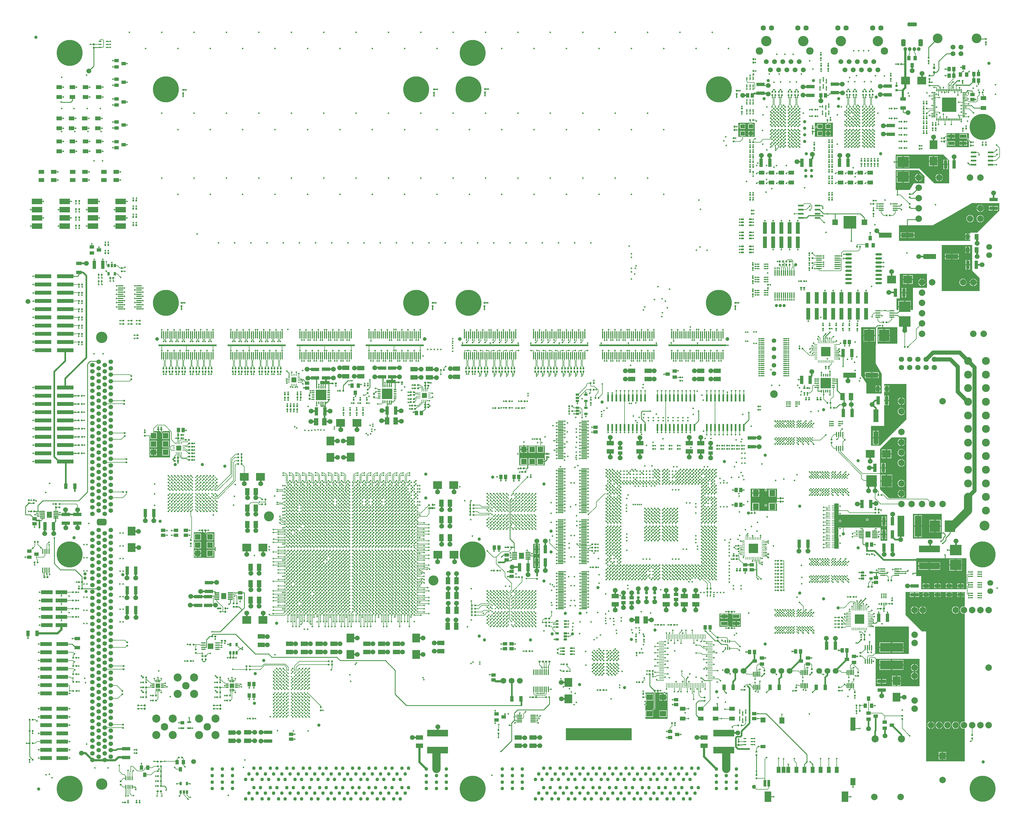
<source format=gtl>
%FSLAX25Y25*%
%MOIN*%
G70*
G01*
G75*
G04 Layer_Physical_Order=1*
G04 Layer_Color=255*
%ADD10C,0.00500*%
%ADD11C,0.00500*%
G04:AMPARAMS|DCode=12|XSize=19.69mil|YSize=23.62mil|CornerRadius=4.92mil|HoleSize=0mil|Usage=FLASHONLY|Rotation=270.000|XOffset=0mil|YOffset=0mil|HoleType=Round|Shape=RoundedRectangle|*
%AMROUNDEDRECTD12*
21,1,0.01969,0.01378,0,0,270.0*
21,1,0.00984,0.02362,0,0,270.0*
1,1,0.00984,-0.00689,-0.00492*
1,1,0.00984,-0.00689,0.00492*
1,1,0.00984,0.00689,0.00492*
1,1,0.00984,0.00689,-0.00492*
%
%ADD12ROUNDEDRECTD12*%
%ADD13R,0.02362X0.02362*%
%ADD14R,0.09449X0.10827*%
%ADD15R,0.02362X0.02362*%
%ADD16R,0.02756X0.03937*%
%ADD17R,0.03347X0.01378*%
%ADD18C,0.03937*%
%ADD19C,0.01969*%
%ADD20R,0.02362X0.08858*%
%ADD21R,0.06299X0.01772*%
%ADD22R,0.03347X0.01969*%
%ADD23R,0.04331X0.10236*%
G04:AMPARAMS|DCode=24|XSize=19.69mil|YSize=23.62mil|CornerRadius=4.92mil|HoleSize=0mil|Usage=FLASHONLY|Rotation=180.000|XOffset=0mil|YOffset=0mil|HoleType=Round|Shape=RoundedRectangle|*
%AMROUNDEDRECTD24*
21,1,0.01969,0.01378,0,0,180.0*
21,1,0.00984,0.02362,0,0,180.0*
1,1,0.00984,-0.00492,0.00689*
1,1,0.00984,0.00492,0.00689*
1,1,0.00984,0.00492,-0.00689*
1,1,0.00984,-0.00492,-0.00689*
%
%ADD24ROUNDEDRECTD24*%
%ADD25R,0.03740X0.07874*%
%ADD26R,0.06299X0.07362*%
%ADD27R,0.05906X0.04331*%
%ADD28R,0.05906X0.06496*%
%ADD29R,0.06102X0.16417*%
%ADD30R,0.06102X0.08661*%
%ADD31R,0.04724X0.07677*%
%ADD32R,0.08268X0.12598*%
%ADD33R,0.07087X0.04528*%
%ADD34O,0.06102X0.00984*%
%ADD35O,0.00984X0.06102*%
%ADD36R,0.20000X0.05000*%
%ADD37R,0.03937X0.07087*%
%ADD38R,0.14488X0.05000*%
%ADD39R,0.05000X0.01693*%
%ADD40C,0.01772*%
%ADD41R,0.05000X0.14488*%
%ADD42R,0.10236X0.04331*%
%ADD43R,0.05512X0.03937*%
%ADD44R,0.04331X0.05512*%
%ADD45R,0.01181X0.06496*%
%ADD46R,0.08661X0.05709*%
%ADD47R,0.10827X0.09449*%
%ADD48R,0.03937X0.02756*%
%ADD49R,0.05709X0.08661*%
%ADD50R,0.07874X0.04331*%
%ADD51R,0.04331X0.05315*%
%ADD52R,0.15748X0.05906*%
%ADD53R,0.05906X0.15748*%
%ADD54R,0.05315X0.04331*%
%ADD55R,0.06693X0.01378*%
%ADD56R,0.05512X0.04724*%
%ADD57R,0.02165X0.00787*%
%ADD58R,0.05512X0.04331*%
%ADD59R,0.03150X0.03150*%
%ADD60R,0.05118X0.02362*%
%ADD61R,0.05118X0.03937*%
%ADD62R,0.04528X0.06693*%
%ADD63O,0.08071X0.02362*%
%ADD64R,0.06890X0.01181*%
%ADD65R,0.25394X0.07874*%
%ADD66R,0.07874X0.25394*%
%ADD67R,0.07087X0.03937*%
%ADD68R,0.06693X0.04528*%
%ADD69R,0.03347X0.03150*%
%ADD70R,0.13976X0.12598*%
%ADD71R,0.12598X0.13976*%
%ADD72R,0.27953X0.11024*%
%ADD73R,0.07047X0.05000*%
%ADD74R,0.12500X0.07008*%
%ADD75R,0.07087X0.02362*%
%ADD76R,0.06496X0.01181*%
%ADD77R,0.01378X0.07087*%
%ADD78R,0.01772X0.06299*%
%ADD79R,0.01772X0.07087*%
%ADD80R,0.01378X0.06102*%
%ADD81R,0.01378X0.03347*%
%ADD82R,0.07087X0.07087*%
%ADD83R,0.07087X0.07087*%
%ADD84R,0.07087X0.07874*%
%ADD85R,0.07874X0.07087*%
%ADD86R,0.03937X0.05512*%
%ADD87R,0.80000X0.15000*%
%ADD88R,0.01654X0.04803*%
%ADD89R,0.01600X0.08500*%
%ADD90R,0.71000X0.02000*%
%ADD91R,0.15590X0.15590*%
%ADD92R,0.03740X0.01378*%
%ADD93R,0.01378X0.03740*%
%ADD94R,0.12992X0.12992*%
%ADD95R,0.12992X0.12992*%
%ADD96R,0.01102X0.03347*%
%ADD97R,0.03347X0.01102*%
%ADD98R,0.11811X0.11811*%
%ADD99R,0.17716X0.17716*%
%ADD100R,0.03150X0.01181*%
%ADD101R,0.01181X0.03150*%
%ADD102R,0.11811X0.11811*%
%ADD103R,0.06181X0.07402*%
%ADD104R,0.03740X0.01181*%
%ADD105R,0.01181X0.03740*%
%ADD106R,0.05512X0.05512*%
%ADD107R,0.05512X0.01575*%
%ADD108R,0.03150X0.01102*%
%ADD109R,0.01102X0.03150*%
%ADD110R,0.06299X0.06299*%
%ADD111R,0.06299X0.06299*%
%ADD112C,0.01200*%
%ADD113C,0.01000*%
%ADD114C,0.00800*%
%ADD115C,0.00600*%
%ADD116C,0.02000*%
%ADD117C,0.02500*%
%ADD118C,0.05000*%
%ADD119C,0.10000*%
%ADD120C,0.01500*%
%ADD121R,0.11500X0.04000*%
%ADD122C,0.07087*%
%ADD123C,0.07874*%
%ADD124C,0.05906*%
%ADD125C,0.11811*%
%ADD126C,0.12205*%
%ADD127C,0.06437*%
%ADD128C,0.05591*%
%ADD129C,0.09252*%
%ADD130C,0.05512*%
G04:AMPARAMS|DCode=131|XSize=78.74mil|YSize=118.11mil|CornerRadius=19.69mil|HoleSize=0mil|Usage=FLASHONLY|Rotation=270.000|XOffset=0mil|YOffset=0mil|HoleType=Round|Shape=RoundedRectangle|*
%AMROUNDEDRECTD131*
21,1,0.07874,0.07874,0,0,270.0*
21,1,0.03937,0.11811,0,0,270.0*
1,1,0.03937,-0.03937,-0.01969*
1,1,0.03937,-0.03937,0.01969*
1,1,0.03937,0.03937,0.01969*
1,1,0.03937,0.03937,-0.01969*
%
%ADD131ROUNDEDRECTD131*%
%ADD132C,0.13780*%
%ADD133C,0.09055*%
%ADD134C,0.09843*%
%ADD135C,0.08661*%
%ADD136R,0.07874X0.07874*%
%ADD137C,0.04331*%
G04:AMPARAMS|DCode=138|XSize=47.24mil|YSize=110.24mil|CornerRadius=11.81mil|HoleSize=0mil|Usage=FLASHONLY|Rotation=270.000|XOffset=0mil|YOffset=0mil|HoleType=Round|Shape=RoundedRectangle|*
%AMROUNDEDRECTD138*
21,1,0.04724,0.08661,0,0,270.0*
21,1,0.02362,0.11024,0,0,270.0*
1,1,0.02362,-0.04331,-0.01181*
1,1,0.02362,-0.04331,0.01181*
1,1,0.02362,0.04331,0.01181*
1,1,0.02362,0.04331,-0.01181*
%
%ADD138ROUNDEDRECTD138*%
G04:AMPARAMS|DCode=139|XSize=51.18mil|YSize=86.61mil|CornerRadius=12.8mil|HoleSize=0mil|Usage=FLASHONLY|Rotation=180.000|XOffset=0mil|YOffset=0mil|HoleType=Round|Shape=RoundedRectangle|*
%AMROUNDEDRECTD139*
21,1,0.05118,0.06102,0,0,180.0*
21,1,0.02559,0.08661,0,0,180.0*
1,1,0.02559,-0.01280,0.03051*
1,1,0.02559,0.01280,0.03051*
1,1,0.02559,0.01280,-0.03051*
1,1,0.02559,-0.01280,-0.03051*
%
%ADD139ROUNDEDRECTD139*%
%ADD140C,0.04724*%
%ADD141C,0.31496*%
%ADD142C,0.12598*%
%ADD143C,0.06378*%
%ADD144C,0.09646*%
%ADD145C,0.12000*%
%ADD146C,0.04500*%
%ADD147C,0.01900*%
%ADD148C,0.01940*%
%ADD149C,0.02000*%
%ADD150C,0.05000*%
%ADD151C,0.01860*%
%ADD152C,0.02598*%
G36*
X1000000Y358268D02*
X1001561D01*
X1001899Y358200D01*
X1002238Y358268D01*
X1059055D01*
Y326772D01*
X1051181D01*
Y342520D01*
X1046448D01*
X1046073Y342771D01*
X1045499Y342885D01*
X1044926Y342771D01*
X1044550Y342520D01*
X1028119D01*
X1027873Y342684D01*
X1027299Y342798D01*
X1026726Y342684D01*
X1026480Y342520D01*
X1003119D01*
X1002959Y342759D01*
X1002473Y343084D01*
X1001899Y343198D01*
X1001326Y343084D01*
X1000839Y342759D01*
X1000679Y342520D01*
X999899D01*
X999999Y317283D01*
X999646Y316929D01*
X994685D01*
Y372047D01*
X1000000D01*
Y358268D01*
D02*
G37*
G36*
X1082299Y474299D02*
X1050299Y442299D01*
X1039299D01*
Y466299D01*
X1055299D01*
Y517299D01*
X1082299D01*
Y474299D01*
D02*
G37*
G36*
X187000Y459917D02*
Y440915D01*
X186538Y440724D01*
X185924Y441337D01*
Y448343D01*
X177838D01*
Y440256D01*
X184843D01*
X184999Y440100D01*
X185640Y439140D01*
X184843Y438343D01*
X177838D01*
Y430256D01*
X185924D01*
Y437261D01*
X186498Y437835D01*
X186883D01*
X187000Y437718D01*
Y428000D01*
X162000D01*
Y453466D01*
X163074D01*
Y450256D01*
X171161D01*
Y458343D01*
X167882D01*
Y460000D01*
X175161D01*
X175548Y459612D01*
X175548Y459612D01*
D01*
X175626Y459222D01*
X175847Y458891D01*
X177838Y456901D01*
Y450256D01*
X185924D01*
Y458343D01*
X179280D01*
X178084Y459538D01*
X178275Y460000D01*
X186917D01*
X187000Y459917D01*
D02*
G37*
G36*
X1134299Y789299D02*
Y761299D01*
X1116299D01*
X1098299Y779299D01*
X1069299D01*
Y796299D01*
X1127299D01*
X1134299Y789299D01*
D02*
G37*
G36*
X1085299Y188976D02*
X1044299D01*
Y222299D01*
X1085299D01*
Y188976D01*
D02*
G37*
G36*
X1098425Y149606D02*
X1045276D01*
Y183071D01*
X1098425D01*
Y149606D01*
D02*
G37*
G36*
X792000Y110000D02*
X765000D01*
Y125821D01*
X765473Y125915D01*
X765959Y126239D01*
X766284Y126726D01*
X766398Y127299D01*
X766284Y127873D01*
X765959Y128359D01*
X765473Y128684D01*
X765000Y128778D01*
Y129420D01*
X765473Y129515D01*
X765959Y129839D01*
X766284Y130326D01*
X766398Y130899D01*
X766284Y131473D01*
X765959Y131959D01*
X765607Y132194D01*
X765594Y132256D01*
X765865Y132256D01*
X765865Y132256D01*
Y132256D01*
X774468D01*
Y140342D01*
X765594D01*
Y137064D01*
X765000D01*
Y142000D01*
X775311D01*
Y123021D01*
X772633Y120343D01*
X765594D01*
Y112256D01*
X774468D01*
Y119294D01*
X777052Y121877D01*
X777273Y122208D01*
X777350Y122598D01*
Y142000D01*
X786620D01*
X786715Y141526D01*
X787039Y141039D01*
X787366Y140821D01*
X787221Y140343D01*
X787317D01*
Y137049D01*
X791004D01*
Y140342D01*
X788977D01*
X788832Y140821D01*
X789159Y141039D01*
X789484Y141526D01*
X789578Y142000D01*
X792000D01*
Y110000D01*
D02*
G37*
G36*
X642899Y424285D02*
X642653Y424039D01*
X641342D01*
Y426961D01*
X633256D01*
Y418874D01*
X641342D01*
Y421796D01*
X642899D01*
Y418299D01*
X624416D01*
X624224Y418761D01*
X624337Y418874D01*
X631343D01*
Y426961D01*
X623256D01*
Y419956D01*
X622348Y419047D01*
X622240Y419058D01*
X621343Y419956D01*
Y426961D01*
X613256D01*
Y418874D01*
X619971D01*
X620249Y418458D01*
X620183Y418299D01*
X611699D01*
Y442299D01*
X636535D01*
Y441724D01*
X633256D01*
Y433638D01*
X641342D01*
Y441724D01*
X638064D01*
Y442299D01*
X642899D01*
Y424285D01*
D02*
G37*
G36*
X241000Y318320D02*
X240814Y318043D01*
X240786Y317899D01*
X240307Y317754D01*
X239724Y318337D01*
Y325342D01*
X231638D01*
Y317256D01*
X238643D01*
X239600Y316299D01*
X238643Y315342D01*
X231638D01*
Y307256D01*
X239724D01*
Y314261D01*
X240307Y314844D01*
X240786Y314699D01*
X240814Y314556D01*
X241000Y314278D01*
Y306000D01*
X216000D01*
Y337000D01*
X229248D01*
Y336712D01*
X229326Y336322D01*
X229547Y335991D01*
X231638Y333901D01*
Y327256D01*
X239724D01*
Y335343D01*
X233080D01*
X231884Y336538D01*
X232075Y337000D01*
X241000D01*
Y318320D01*
D02*
G37*
G36*
X1125299Y329299D02*
X1090299D01*
Y359299D01*
X1125299D01*
Y329299D01*
D02*
G37*
G36*
X1071299Y566299D02*
X1047299D01*
Y586299D01*
X1071299D01*
Y566299D01*
D02*
G37*
G36*
X1153299Y247022D02*
X1152923Y246692D01*
X1152299Y246775D01*
X1151141Y246622D01*
X1150062Y246175D01*
X1149135Y245464D01*
X1148423Y244537D01*
X1147976Y243458D01*
X1147824Y242299D01*
X1147976Y241141D01*
X1148423Y240062D01*
X1149135Y239135D01*
X1150062Y238423D01*
X1151141Y237976D01*
X1152299Y237824D01*
X1152923Y237906D01*
X1153299Y237576D01*
Y107022D01*
X1152923Y106692D01*
X1152299Y106774D01*
X1151141Y106622D01*
X1150062Y106175D01*
X1149135Y105464D01*
X1148423Y104537D01*
X1147976Y103457D01*
X1147824Y102299D01*
X1147976Y101141D01*
X1148423Y100062D01*
X1149135Y99135D01*
X1150062Y98423D01*
X1151141Y97976D01*
X1152299Y97824D01*
X1152923Y97906D01*
X1153299Y97576D01*
Y58299D01*
X1106299D01*
Y216299D01*
X1101299D01*
X1081299Y236299D01*
Y264299D01*
X1153299D01*
Y247022D01*
D02*
G37*
G36*
X1107299Y634299D02*
X1090299D01*
Y607299D01*
X1087787D01*
Y610604D01*
X1072811D01*
Y607299D01*
X1070299D01*
Y621299D01*
X1074299D01*
Y651299D01*
X1107299D01*
Y634299D01*
D02*
G37*
G36*
X1162299Y655299D02*
X1171299Y646299D01*
Y630299D01*
X1125299D01*
Y686299D01*
X1162299D01*
Y655299D01*
D02*
G37*
G36*
X1155512Y267717D02*
X1100394D01*
Y283465D01*
X1094488D01*
Y305118D01*
X1155512D01*
Y267717D01*
D02*
G37*
G36*
X881000Y222000D02*
X867095D01*
Y222568D01*
X867037Y222860D01*
X866871Y223109D01*
X866871Y223109D01*
X865453Y224527D01*
Y228634D01*
X856579D01*
Y223303D01*
X864514D01*
X865355Y222462D01*
X865164Y222000D01*
X855000D01*
Y238000D01*
X869529D01*
X869561Y237838D01*
X869727Y237590D01*
X871146Y236171D01*
Y231965D01*
X880020D01*
Y237295D01*
X872291D01*
X872013Y237711D01*
X872133Y238000D01*
X881000D01*
Y222000D01*
D02*
G37*
G36*
X1104299Y770299D02*
Y761299D01*
X1091299D01*
X1086299Y753299D01*
X1069299D01*
Y777299D01*
X1097299D01*
X1104299Y770299D01*
D02*
G37*
G36*
X1045299Y585946D02*
X1045276Y542126D01*
X1052362Y529528D01*
Y505512D01*
X1033858D01*
Y518110D01*
X1027559Y527559D01*
Y586221D01*
X1030299Y586299D01*
X1044946D01*
X1045299Y585946D01*
D02*
G37*
G36*
X1195299Y728299D02*
X1168947Y701299D01*
X1160163D01*
Y691299D01*
X1073299D01*
Y710299D01*
X1114299D01*
X1134299Y721299D01*
X1162115Y737299D01*
X1195299D01*
Y728299D01*
D02*
G37*
G36*
X636811Y293307D02*
X628937D01*
Y310440D01*
X628944Y310450D01*
X629058Y311024D01*
X628944Y311597D01*
X628937Y311607D01*
Y322835D01*
X636811D01*
Y293307D01*
D02*
G37*
G36*
X925000Y374814D02*
X922655Y372468D01*
X915256D01*
Y363594D01*
X923343D01*
Y370993D01*
X924538Y372189D01*
X925000Y371997D01*
Y363000D01*
X899032D01*
Y363594D01*
X903343D01*
Y372468D01*
X895256D01*
Y363594D01*
X897503D01*
Y363000D01*
X893000D01*
Y390000D01*
X910970D01*
X911019Y389502D01*
X910926Y389484D01*
X910439Y389159D01*
X910114Y388673D01*
X910000Y388099D01*
X910114Y387526D01*
X910439Y387039D01*
X910926Y386715D01*
X911499Y386600D01*
X912073Y386715D01*
X912559Y387039D01*
X912884Y387526D01*
X912998Y388099D01*
X912884Y388673D01*
X912559Y389159D01*
X912073Y389484D01*
X911980Y389502D01*
X912029Y390000D01*
X925000D01*
Y374814D01*
D02*
G37*
G36*
X1082299Y378299D02*
X1061299D01*
X1050299Y389299D01*
Y438299D01*
X1064299Y452299D01*
X1082299D01*
Y378299D01*
D02*
G37*
G36*
X1158299Y815534D02*
X1157837Y815343D01*
X1156020Y817160D01*
Y821295D01*
X1147146D01*
Y815965D01*
X1155052D01*
X1158299Y812718D01*
Y805299D01*
X1131400D01*
Y812035D01*
X1131983D01*
X1132579Y811438D01*
Y807303D01*
X1141453D01*
Y812634D01*
X1133546D01*
X1132840Y813340D01*
X1132592Y813506D01*
X1132299Y813564D01*
X1131400D01*
Y822200D01*
X1158299D01*
Y815534D01*
D02*
G37*
G36*
X993000Y818000D02*
X971000D01*
Y827503D01*
X971268D01*
X971560Y827561D01*
X971809Y827727D01*
X973581Y829500D01*
X974043Y829309D01*
Y827768D01*
X980555D01*
Y833492D01*
X974043D01*
Y831395D01*
X973630D01*
X973630Y831395D01*
X973337Y831336D01*
X973089Y831171D01*
X973089Y831171D01*
X971462Y829543D01*
X971000Y829735D01*
Y835000D01*
X985711D01*
X985790Y834882D01*
X986535Y834138D01*
Y833492D01*
X984043D01*
Y827768D01*
X990555D01*
Y833492D01*
X988064D01*
Y834454D01*
X988006Y834747D01*
X987840Y834995D01*
X987840Y834995D01*
X987842Y835000D01*
X993000D01*
Y818000D01*
D02*
G37*
G36*
X898000D02*
X884064D01*
Y819106D01*
X886555D01*
Y824831D01*
X880043D01*
Y819106D01*
X882535D01*
Y818000D01*
X878000D01*
Y829503D01*
X880043D01*
Y827768D01*
X886555D01*
Y833492D01*
X880043D01*
Y831032D01*
X878000D01*
Y835000D01*
X892535D01*
Y833492D01*
X890043D01*
Y827768D01*
X896555D01*
Y833492D01*
X894064D01*
Y835000D01*
X898000D01*
Y818000D01*
D02*
G37*
%LPC*%
G36*
X1149787Y296494D02*
X1143049D01*
Y290445D01*
X1149787D01*
Y296494D01*
D02*
G37*
G36*
X1109549Y295116D02*
X1097102D01*
Y291429D01*
X1109549D01*
Y295116D01*
D02*
G37*
G36*
X1147549Y274476D02*
X1144453D01*
Y272463D01*
X1147549D01*
Y274476D01*
D02*
G37*
G36*
X1152146D02*
X1149049D01*
Y272463D01*
X1152146D01*
Y274476D01*
D02*
G37*
G36*
X1141549Y296494D02*
X1134811D01*
Y290445D01*
X1141549D01*
Y296494D01*
D02*
G37*
G36*
X923343Y389004D02*
X915256D01*
Y380130D01*
X923343D01*
Y389004D01*
D02*
G37*
G36*
X1123496Y300303D02*
X1111049D01*
Y296616D01*
X1123496D01*
Y300303D01*
D02*
G37*
G36*
X1109549D02*
X1097102D01*
Y296616D01*
X1109549D01*
Y300303D01*
D02*
G37*
G36*
X1080676Y383049D02*
X1077049D01*
Y379423D01*
X1077458Y379476D01*
X1078537Y379924D01*
X1079464Y380635D01*
X1080175Y381562D01*
X1080622Y382641D01*
X1080676Y383049D01*
D02*
G37*
G36*
X898549Y383817D02*
X895256D01*
Y380130D01*
X898549D01*
Y383817D01*
D02*
G37*
G36*
X903343D02*
X900049D01*
Y380130D01*
X903343D01*
Y383817D01*
D02*
G37*
G36*
X1123496Y295116D02*
X1111049D01*
Y291429D01*
X1123496D01*
Y295116D01*
D02*
G37*
G36*
X635650Y299549D02*
X633734D01*
Y294681D01*
X635650D01*
Y299549D01*
D02*
G37*
G36*
X632234D02*
X630319D01*
Y294681D01*
X632234D01*
Y299549D01*
D02*
G37*
G36*
X1077049Y388176D02*
Y384549D01*
X1080676D01*
X1080622Y384958D01*
X1080175Y386037D01*
X1079464Y386964D01*
X1078537Y387675D01*
X1077458Y388122D01*
X1077049Y388176D01*
D02*
G37*
G36*
X1133549Y270963D02*
X1130453D01*
Y268949D01*
X1133549D01*
Y270963D01*
D02*
G37*
G36*
X1147549D02*
X1144453D01*
Y268949D01*
X1147549D01*
Y270963D01*
D02*
G37*
G36*
X1138146D02*
X1135049D01*
Y268949D01*
X1138146D01*
Y270963D01*
D02*
G37*
G36*
X1110146D02*
X1107049D01*
Y268949D01*
X1110146D01*
Y270963D01*
D02*
G37*
G36*
X1105549D02*
X1102453D01*
Y268949D01*
X1105549D01*
Y270963D01*
D02*
G37*
G36*
X1124146D02*
X1121049D01*
Y268949D01*
X1124146D01*
Y270963D01*
D02*
G37*
G36*
X1119549D02*
X1116453D01*
Y268949D01*
X1119549D01*
Y270963D01*
D02*
G37*
G36*
X1133549Y274476D02*
X1130453D01*
Y272463D01*
X1133549D01*
Y274476D01*
D02*
G37*
G36*
X1124146D02*
X1121049D01*
Y272463D01*
X1124146D01*
Y274476D01*
D02*
G37*
G36*
X1138146D02*
X1135049D01*
Y272463D01*
X1138146D01*
Y274476D01*
D02*
G37*
G36*
X1075549Y388176D02*
X1075141Y388122D01*
X1074062Y387675D01*
X1073135Y386964D01*
X1072423Y386037D01*
X1071976Y384958D01*
X1071923Y384549D01*
X1075549D01*
Y388176D01*
D02*
G37*
G36*
X1105549Y274476D02*
X1102453D01*
Y272463D01*
X1105549D01*
Y274476D01*
D02*
G37*
G36*
X1152146Y270963D02*
X1149049D01*
Y268949D01*
X1152146D01*
Y270963D01*
D02*
G37*
G36*
X1119549Y274476D02*
X1116453D01*
Y272463D01*
X1119549D01*
Y274476D01*
D02*
G37*
G36*
X1110146D02*
X1107049D01*
Y272463D01*
X1110146D01*
Y274476D01*
D02*
G37*
G36*
X1141549Y304043D02*
X1134811D01*
Y297994D01*
X1141549D01*
Y304043D01*
D02*
G37*
G36*
X1101169Y343549D02*
X1097482D01*
Y331102D01*
X1101169D01*
Y343549D01*
D02*
G37*
G36*
X1095982D02*
X1092295D01*
Y331102D01*
X1095982D01*
Y343549D01*
D02*
G37*
G36*
X1124043Y351787D02*
X1117994D01*
Y345049D01*
X1124043D01*
Y351787D01*
D02*
G37*
G36*
X1054234Y339917D02*
X1052319D01*
Y335049D01*
X1054234D01*
Y339917D01*
D02*
G37*
G36*
Y333549D02*
X1052319D01*
Y328681D01*
X1054234D01*
Y333549D01*
D02*
G37*
G36*
X1034799Y353798D02*
X1034226Y353684D01*
X1033739Y353359D01*
X1033414Y352873D01*
X1033300Y352299D01*
X1033414Y351726D01*
X1033739Y351239D01*
X1034226Y350915D01*
X1034799Y350800D01*
X1035373Y350915D01*
X1035859Y351239D01*
X1036184Y351726D01*
X1036298Y352299D01*
X1036184Y352873D01*
X1035859Y353359D01*
X1035373Y353684D01*
X1034799Y353798D01*
D02*
G37*
G36*
X1001899Y352198D02*
X1001326Y352084D01*
X1000839Y351759D01*
X1000515Y351273D01*
X1000400Y350699D01*
X1000515Y350126D01*
X1000839Y349639D01*
X1001326Y349314D01*
X1001899Y349200D01*
X1002473Y349314D01*
X1002959Y349639D01*
X1003284Y350126D01*
X1003398Y350699D01*
X1003284Y351273D01*
X1002959Y351759D01*
X1002473Y352084D01*
X1001899Y352198D01*
D02*
G37*
G36*
X1057650Y333549D02*
X1055734D01*
Y328681D01*
X1057650D01*
Y333549D01*
D02*
G37*
G36*
X1116494Y351787D02*
X1110445D01*
Y345049D01*
X1116494D01*
Y351787D01*
D02*
G37*
G36*
X1057650Y349549D02*
X1055734D01*
Y344681D01*
X1057650D01*
Y349549D01*
D02*
G37*
G36*
X1095982Y357496D02*
X1092295D01*
Y345049D01*
X1095982D01*
Y357496D01*
D02*
G37*
G36*
X1101169D02*
X1097482D01*
Y345049D01*
X1101169D01*
Y357496D01*
D02*
G37*
G36*
X1116494Y343549D02*
X1110445D01*
Y336811D01*
X1116494D01*
Y343549D01*
D02*
G37*
G36*
X1057650Y339917D02*
X1055734D01*
Y335049D01*
X1057650D01*
Y339917D01*
D02*
G37*
G36*
X1054234Y349549D02*
X1052319D01*
Y344681D01*
X1054234D01*
Y349549D01*
D02*
G37*
G36*
X1124043Y343549D02*
X1117994D01*
Y336811D01*
X1124043D01*
Y343549D01*
D02*
G37*
G36*
X224961Y335343D02*
X216874D01*
Y327256D01*
X224961D01*
Y335343D01*
D02*
G37*
G36*
X632234Y315549D02*
X630319D01*
Y310681D01*
X632234D01*
Y315549D01*
D02*
G37*
G36*
X224961Y310549D02*
X221667D01*
Y307256D01*
X224961D01*
Y310549D01*
D02*
G37*
G36*
X220167Y315342D02*
X216874D01*
Y312049D01*
X220167D01*
Y315342D01*
D02*
G37*
G36*
X635650Y315549D02*
X633734D01*
Y310681D01*
X635650D01*
Y315549D01*
D02*
G37*
G36*
X632234Y305917D02*
X630319D01*
Y301049D01*
X632234D01*
Y305917D01*
D02*
G37*
G36*
X1149787Y304043D02*
X1143049D01*
Y297994D01*
X1149787D01*
Y304043D01*
D02*
G37*
G36*
X220167Y310549D02*
X216874D01*
Y307256D01*
X220167D01*
Y310549D01*
D02*
G37*
G36*
X635650Y305917D02*
X633734D01*
Y301049D01*
X635650D01*
Y305917D01*
D02*
G37*
G36*
Y321917D02*
X633734D01*
Y317049D01*
X635650D01*
Y321917D01*
D02*
G37*
G36*
X1057650Y355917D02*
X1055734D01*
Y351049D01*
X1057650D01*
Y355917D01*
D02*
G37*
G36*
X1054234D02*
X1052319D01*
Y351049D01*
X1054234D01*
Y355917D01*
D02*
G37*
G36*
X224961Y325342D02*
X216874D01*
Y317256D01*
X224961D01*
Y325342D01*
D02*
G37*
G36*
X1075549Y383049D02*
X1071923D01*
X1071976Y382641D01*
X1072423Y381562D01*
X1073135Y380635D01*
X1074062Y379924D01*
X1075141Y379476D01*
X1075549Y379423D01*
Y383049D01*
D02*
G37*
G36*
X224961Y315342D02*
X221667D01*
Y312049D01*
X224961D01*
Y315342D01*
D02*
G37*
G36*
X632234Y321917D02*
X630319D01*
Y317049D01*
X632234D01*
Y321917D01*
D02*
G37*
G36*
X911499Y371398D02*
X910926Y371284D01*
X910439Y370959D01*
X910114Y370473D01*
X910000Y369899D01*
X910114Y369326D01*
X910439Y368839D01*
X910926Y368514D01*
X911499Y368400D01*
X912073Y368514D01*
X912559Y368839D01*
X912884Y369326D01*
X912998Y369899D01*
X912884Y370473D01*
X912559Y370959D01*
X912073Y371284D01*
X911499Y371398D01*
D02*
G37*
G36*
X1097917Y263650D02*
X1093049D01*
Y261734D01*
X1097917D01*
Y263650D01*
D02*
G37*
G36*
X1091549Y161549D02*
X1087923D01*
X1087976Y161141D01*
X1088424Y160062D01*
X1089135Y159135D01*
X1090062Y158423D01*
X1091141Y157976D01*
X1091549Y157923D01*
Y161549D01*
D02*
G37*
G36*
X1075524Y162154D02*
X1071049D01*
Y156990D01*
X1075524D01*
Y162154D01*
D02*
G37*
G36*
X1091549Y166676D02*
X1091141Y166622D01*
X1090062Y166175D01*
X1089135Y165464D01*
X1088424Y164537D01*
X1087976Y163458D01*
X1087923Y163049D01*
X1091549D01*
Y166676D01*
D02*
G37*
G36*
X1096676Y161549D02*
X1093049D01*
Y157923D01*
X1093458Y157976D01*
X1094537Y158423D01*
X1095464Y159135D01*
X1096175Y160062D01*
X1096622Y161141D01*
X1096676Y161549D01*
D02*
G37*
G36*
X1069549Y162154D02*
X1065075D01*
Y156990D01*
X1069549D01*
Y162154D01*
D02*
G37*
G36*
X1057917Y154864D02*
X1053049D01*
Y152949D01*
X1057917D01*
Y154864D01*
D02*
G37*
G36*
X1051549D02*
X1046681D01*
Y152949D01*
X1051549D01*
Y154864D01*
D02*
G37*
G36*
X1057917Y158280D02*
X1053049D01*
Y156364D01*
X1057917D01*
Y158280D01*
D02*
G37*
G36*
X1051549D02*
X1046681D01*
Y156364D01*
X1051549D01*
Y158280D01*
D02*
G37*
G36*
X1093049Y166676D02*
Y163049D01*
X1096676D01*
X1096622Y163458D01*
X1096175Y164537D01*
X1095464Y165464D01*
X1094537Y166175D01*
X1093458Y166622D01*
X1093049Y166676D01*
D02*
G37*
G36*
X1063549Y181681D02*
X1049823D01*
Y176419D01*
X1063549D01*
Y181681D01*
D02*
G37*
G36*
X1093049Y176676D02*
Y173049D01*
X1096676D01*
X1096622Y173458D01*
X1096175Y174537D01*
X1095464Y175464D01*
X1094537Y176175D01*
X1093458Y176622D01*
X1093049Y176676D01*
D02*
G37*
G36*
X1063549Y196179D02*
X1049823D01*
Y190917D01*
X1063549D01*
Y196179D01*
D02*
G37*
G36*
X1078776Y181681D02*
X1065049D01*
Y176419D01*
X1078776D01*
Y181681D01*
D02*
G37*
G36*
X1091549Y176676D02*
X1091141Y176622D01*
X1090062Y176175D01*
X1089135Y175464D01*
X1088424Y174537D01*
X1087976Y173458D01*
X1087923Y173049D01*
X1091549D01*
Y176676D01*
D02*
G37*
G36*
X1096676Y171549D02*
X1093049D01*
Y167923D01*
X1093458Y167976D01*
X1094537Y168423D01*
X1095464Y169135D01*
X1096175Y170062D01*
X1096622Y171141D01*
X1096676Y171549D01*
D02*
G37*
G36*
X1091549D02*
X1087923D01*
X1087976Y171141D01*
X1088424Y170062D01*
X1089135Y169135D01*
X1090062Y168423D01*
X1091141Y167976D01*
X1091549Y167923D01*
Y171549D01*
D02*
G37*
G36*
X1078776Y174919D02*
X1065049D01*
Y169657D01*
X1078776D01*
Y174919D01*
D02*
G37*
G36*
X1063549D02*
X1049823D01*
Y169657D01*
X1063549D01*
Y174919D01*
D02*
G37*
G36*
X1075524Y155490D02*
X1071049D01*
Y150327D01*
X1075524D01*
Y155490D01*
D02*
G37*
G36*
X1111549Y101549D02*
X1107923D01*
X1107976Y101141D01*
X1108424Y100062D01*
X1109135Y99135D01*
X1110062Y98423D01*
X1111141Y97976D01*
X1111549Y97923D01*
Y101549D01*
D02*
G37*
G36*
X1142299Y106774D02*
X1141141Y106622D01*
X1140062Y106175D01*
X1139135Y105464D01*
X1138424Y104537D01*
X1137976Y103457D01*
X1137824Y102299D01*
X1137976Y101141D01*
X1138424Y100062D01*
X1139135Y99135D01*
X1140062Y98423D01*
X1141141Y97976D01*
X1142299Y97824D01*
X1143458Y97976D01*
X1144537Y98423D01*
X1145464Y99135D01*
X1146175Y100062D01*
X1146622Y101141D01*
X1146774Y102299D01*
X1146622Y103457D01*
X1146175Y104537D01*
X1145464Y105464D01*
X1144537Y106175D01*
X1143458Y106622D01*
X1142299Y106774D01*
D02*
G37*
G36*
X1121549Y101549D02*
X1117923D01*
X1117976Y101141D01*
X1118423Y100062D01*
X1119135Y99135D01*
X1120062Y98423D01*
X1121141Y97976D01*
X1121549Y97923D01*
Y101549D01*
D02*
G37*
G36*
X1116676D02*
X1113049D01*
Y97923D01*
X1113457Y97976D01*
X1114537Y98423D01*
X1115464Y99135D01*
X1116175Y100062D01*
X1116622Y101141D01*
X1116676Y101549D01*
D02*
G37*
G36*
X1132299Y106774D02*
X1131141Y106622D01*
X1130062Y106175D01*
X1129135Y105464D01*
X1128424Y104537D01*
X1127976Y103457D01*
X1127824Y102299D01*
X1127976Y101141D01*
X1128424Y100062D01*
X1129135Y99135D01*
X1130062Y98423D01*
X1131141Y97976D01*
X1132299Y97824D01*
X1133457Y97976D01*
X1134537Y98423D01*
X1135464Y99135D01*
X1136175Y100062D01*
X1136622Y101141D01*
X1136775Y102299D01*
X1136622Y103457D01*
X1136175Y104537D01*
X1135464Y105464D01*
X1134537Y106175D01*
X1133457Y106622D01*
X1132299Y106774D01*
D02*
G37*
G36*
X1130736Y64313D02*
X1127049D01*
Y60626D01*
X1130736D01*
Y64313D01*
D02*
G37*
G36*
X1125549D02*
X1121862D01*
Y60626D01*
X1125549D01*
Y64313D01*
D02*
G37*
G36*
X1130736Y69500D02*
X1127049D01*
Y65813D01*
X1130736D01*
Y69500D01*
D02*
G37*
G36*
X1125549D02*
X1121862D01*
Y65813D01*
X1125549D01*
Y69500D01*
D02*
G37*
G36*
X1126676Y101549D02*
X1123049D01*
Y97923D01*
X1123458Y97976D01*
X1124537Y98423D01*
X1125464Y99135D01*
X1126175Y100062D01*
X1126622Y101141D01*
X1126676Y101549D01*
D02*
G37*
G36*
X791004Y135549D02*
X787317D01*
Y132256D01*
X791004D01*
Y135549D01*
D02*
G37*
G36*
X785817D02*
X782130D01*
Y132256D01*
X785817D01*
Y135549D01*
D02*
G37*
G36*
X1069549Y155490D02*
X1065075D01*
Y150327D01*
X1069549D01*
Y155490D01*
D02*
G37*
G36*
X785817Y140342D02*
X782130D01*
Y137049D01*
X785817D01*
Y140342D01*
D02*
G37*
G36*
X791004Y120343D02*
X782130D01*
Y112256D01*
X791004D01*
Y120343D01*
D02*
G37*
G36*
X1113049Y106676D02*
Y103049D01*
X1116676D01*
X1116622Y103457D01*
X1116175Y104537D01*
X1115464Y105464D01*
X1114537Y106175D01*
X1113457Y106622D01*
X1113049Y106676D01*
D02*
G37*
G36*
X1111549D02*
X1111141Y106622D01*
X1110062Y106175D01*
X1109135Y105464D01*
X1108424Y104537D01*
X1107976Y103457D01*
X1107923Y103049D01*
X1111549D01*
Y106676D01*
D02*
G37*
G36*
X1123049D02*
Y103049D01*
X1126676D01*
X1126622Y103457D01*
X1126175Y104537D01*
X1125464Y105464D01*
X1124537Y106175D01*
X1123458Y106622D01*
X1123049Y106676D01*
D02*
G37*
G36*
X1121549D02*
X1121141Y106622D01*
X1120062Y106175D01*
X1119135Y105464D01*
X1118423Y104537D01*
X1117976Y103457D01*
X1117923Y103049D01*
X1121549D01*
Y106676D01*
D02*
G37*
G36*
X1147549Y260136D02*
X1144453D01*
Y258122D01*
X1147549D01*
Y260136D01*
D02*
G37*
G36*
X1138146D02*
X1135049D01*
Y258122D01*
X1138146D01*
Y260136D01*
D02*
G37*
G36*
X1091549Y260234D02*
X1086681D01*
Y258319D01*
X1091549D01*
Y260234D01*
D02*
G37*
G36*
X1152146Y260136D02*
X1149049D01*
Y258122D01*
X1152146D01*
Y260136D01*
D02*
G37*
G36*
X1133549D02*
X1130453D01*
Y258122D01*
X1133549D01*
Y260136D01*
D02*
G37*
G36*
X1110146D02*
X1107049D01*
Y258122D01*
X1110146D01*
Y260136D01*
D02*
G37*
G36*
X1105549D02*
X1102453D01*
Y258122D01*
X1105549D01*
Y260136D01*
D02*
G37*
G36*
X1124146D02*
X1121049D01*
Y258122D01*
X1124146D01*
Y260136D01*
D02*
G37*
G36*
X1119549D02*
X1116453D01*
Y258122D01*
X1119549D01*
Y260136D01*
D02*
G37*
G36*
X1097917Y260234D02*
X1093049D01*
Y258319D01*
X1097917D01*
Y260234D01*
D02*
G37*
G36*
X1147549Y263650D02*
X1144453D01*
Y261636D01*
X1147549D01*
Y263650D01*
D02*
G37*
G36*
X1138146D02*
X1135049D01*
Y261636D01*
X1138146D01*
Y263650D01*
D02*
G37*
G36*
X1091549Y263650D02*
X1086681D01*
Y261734D01*
X1091549D01*
Y263650D01*
D02*
G37*
G36*
X1152146Y263650D02*
X1149049D01*
Y261636D01*
X1152146D01*
Y263650D01*
D02*
G37*
G36*
X1133549D02*
X1130453D01*
Y261636D01*
X1133549D01*
Y263650D01*
D02*
G37*
G36*
X1110146D02*
X1107049D01*
Y261636D01*
X1110146D01*
Y263650D01*
D02*
G37*
G36*
X1105549D02*
X1102453D01*
Y261636D01*
X1105549D01*
Y263650D01*
D02*
G37*
G36*
X1124146D02*
X1121049D01*
Y261636D01*
X1124146D01*
Y263650D01*
D02*
G37*
G36*
X1119549D02*
X1116453D01*
Y261636D01*
X1119549D01*
Y263650D01*
D02*
G37*
G36*
X1103049Y246676D02*
Y243049D01*
X1106676D01*
X1106622Y243458D01*
X1106175Y244537D01*
X1105464Y245464D01*
X1104537Y246175D01*
X1103458Y246622D01*
X1103049Y246676D01*
D02*
G37*
G36*
X880020Y228634D02*
X876333D01*
Y226718D01*
X880020D01*
Y228634D01*
D02*
G37*
G36*
X874833D02*
X871146D01*
Y226718D01*
X874833D01*
Y228634D01*
D02*
G37*
G36*
X865453Y233880D02*
X861766D01*
Y231965D01*
X865453D01*
Y233880D01*
D02*
G37*
G36*
X860266D02*
X856579D01*
Y231965D01*
X860266D01*
Y233880D01*
D02*
G37*
G36*
X880020Y225218D02*
X876333D01*
Y223303D01*
X880020D01*
Y225218D01*
D02*
G37*
G36*
X1063549Y202941D02*
X1049823D01*
Y197679D01*
X1063549D01*
Y202941D01*
D02*
G37*
G36*
X1078776Y196179D02*
X1065049D01*
Y190917D01*
X1078776D01*
Y196179D01*
D02*
G37*
G36*
X874833Y225218D02*
X871146D01*
Y223303D01*
X874833D01*
Y225218D01*
D02*
G37*
G36*
X1078776Y202941D02*
X1065049D01*
Y197679D01*
X1078776D01*
Y202941D01*
D02*
G37*
G36*
X860266Y237295D02*
X856579D01*
Y235380D01*
X860266D01*
Y237295D01*
D02*
G37*
G36*
X1091549Y246676D02*
X1091141Y246622D01*
X1090062Y246175D01*
X1089135Y245464D01*
X1088424Y244537D01*
X1087976Y243458D01*
X1087923Y243049D01*
X1091549D01*
Y246676D01*
D02*
G37*
G36*
X1106676Y241549D02*
X1103049D01*
Y237923D01*
X1103458Y237976D01*
X1104537Y238423D01*
X1105464Y239135D01*
X1106175Y240062D01*
X1106622Y241141D01*
X1106676Y241549D01*
D02*
G37*
G36*
X1101549Y246676D02*
X1101141Y246622D01*
X1100062Y246175D01*
X1099135Y245464D01*
X1098423Y244537D01*
X1097976Y243458D01*
X1097923Y243049D01*
X1101549D01*
Y246676D01*
D02*
G37*
G36*
X1093049D02*
Y243049D01*
X1096676D01*
X1096622Y243458D01*
X1096175Y244537D01*
X1095464Y245464D01*
X1094537Y246175D01*
X1093458Y246622D01*
X1093049Y246676D01*
D02*
G37*
G36*
X1101549Y241549D02*
X1097923D01*
X1097976Y241141D01*
X1098423Y240062D01*
X1099135Y239135D01*
X1100062Y238423D01*
X1101141Y237976D01*
X1101549Y237923D01*
Y241549D01*
D02*
G37*
G36*
X1142299Y246775D02*
X1141141Y246622D01*
X1140062Y246175D01*
X1139135Y245464D01*
X1138424Y244537D01*
X1137976Y243458D01*
X1137824Y242299D01*
X1137976Y241141D01*
X1138424Y240062D01*
X1139135Y239135D01*
X1140062Y238423D01*
X1141141Y237976D01*
X1142299Y237824D01*
X1143458Y237976D01*
X1144537Y238423D01*
X1145464Y239135D01*
X1146175Y240062D01*
X1146622Y241141D01*
X1146774Y242299D01*
X1146622Y243458D01*
X1146175Y244537D01*
X1145464Y245464D01*
X1144537Y246175D01*
X1143458Y246622D01*
X1142299Y246775D01*
D02*
G37*
G36*
X865453Y237295D02*
X861766D01*
Y235380D01*
X865453D01*
Y237295D01*
D02*
G37*
G36*
X1096676Y241549D02*
X1093049D01*
Y237923D01*
X1093458Y237976D01*
X1094537Y238423D01*
X1095464Y239135D01*
X1096175Y240062D01*
X1096622Y241141D01*
X1096676Y241549D01*
D02*
G37*
G36*
X1091549D02*
X1087923D01*
X1087976Y241141D01*
X1088424Y240062D01*
X1089135Y239135D01*
X1090062Y238423D01*
X1091141Y237976D01*
X1091549Y237923D01*
Y241549D01*
D02*
G37*
G36*
X1092059Y701752D02*
X1084435D01*
Y699049D01*
X1092059D01*
Y701752D01*
D02*
G37*
G36*
X1082935D02*
X1075311D01*
Y699049D01*
X1082935D01*
Y701752D01*
D02*
G37*
G36*
X1172299Y722775D02*
X1171141Y722622D01*
X1170062Y722175D01*
X1169135Y721464D01*
X1168423Y720537D01*
X1167976Y719457D01*
X1167824Y718299D01*
X1167976Y717141D01*
X1168423Y716062D01*
X1169135Y715135D01*
X1170062Y714424D01*
X1171141Y713976D01*
X1172299Y713824D01*
X1173458Y713976D01*
X1174537Y714424D01*
X1175464Y715135D01*
X1176175Y716062D01*
X1176622Y717141D01*
X1176775Y718299D01*
X1176622Y719457D01*
X1176175Y720537D01*
X1175464Y721464D01*
X1174537Y722175D01*
X1173458Y722622D01*
X1172299Y722775D01*
D02*
G37*
G36*
X1159799D02*
X1158641Y722622D01*
X1157562Y722175D01*
X1156635Y721464D01*
X1155923Y720537D01*
X1155476Y719457D01*
X1155324Y718299D01*
X1155476Y717141D01*
X1155923Y716062D01*
X1156635Y715135D01*
X1157562Y714424D01*
X1158641Y713976D01*
X1159799Y713824D01*
X1160958Y713976D01*
X1162037Y714424D01*
X1162964Y715135D01*
X1163675Y716062D01*
X1164122Y717141D01*
X1164275Y718299D01*
X1164122Y719457D01*
X1163675Y720537D01*
X1162964Y721464D01*
X1162037Y722175D01*
X1160958Y722622D01*
X1159799Y722775D01*
D02*
G37*
G36*
X1159650Y700146D02*
X1157636D01*
Y697049D01*
X1159650D01*
Y700146D01*
D02*
G37*
G36*
X1082935Y697549D02*
X1075311D01*
Y694846D01*
X1082935D01*
Y697549D01*
D02*
G37*
G36*
X1159650Y695549D02*
X1157636D01*
Y692453D01*
X1159650D01*
Y695549D01*
D02*
G37*
G36*
X1156136Y700146D02*
X1154122D01*
Y697049D01*
X1156136D01*
Y700146D01*
D02*
G37*
G36*
X1092059Y697549D02*
X1084435D01*
Y694846D01*
X1092059D01*
Y697549D01*
D02*
G37*
G36*
X1171549Y730049D02*
X1167923D01*
X1167976Y729641D01*
X1168423Y728562D01*
X1169135Y727635D01*
X1170062Y726924D01*
X1171141Y726476D01*
X1171549Y726423D01*
Y730049D01*
D02*
G37*
G36*
X1193917Y733650D02*
X1189049D01*
Y731734D01*
X1193917D01*
Y733650D01*
D02*
G37*
G36*
X1187549D02*
X1182681D01*
Y731734D01*
X1187549D01*
Y733650D01*
D02*
G37*
G36*
X1085787Y768494D02*
X1079049D01*
Y762445D01*
X1085787D01*
Y768494D01*
D02*
G37*
G36*
X1077549D02*
X1070811D01*
Y762445D01*
X1077549D01*
Y768494D01*
D02*
G37*
G36*
X1173049Y735176D02*
Y731549D01*
X1176676D01*
X1176622Y731957D01*
X1176175Y733037D01*
X1175464Y733964D01*
X1174537Y734675D01*
X1173458Y735122D01*
X1173049Y735176D01*
D02*
G37*
G36*
X1187549Y730234D02*
X1182681D01*
Y728319D01*
X1187549D01*
Y730234D01*
D02*
G37*
G36*
X1176676Y730049D02*
X1173049D01*
Y726423D01*
X1173458Y726476D01*
X1174537Y726924D01*
X1175464Y727635D01*
X1176175Y728562D01*
X1176622Y729641D01*
X1176676Y730049D01*
D02*
G37*
G36*
X1171549Y735176D02*
X1171141Y735122D01*
X1170062Y734675D01*
X1169135Y733964D01*
X1168423Y733037D01*
X1167976Y731957D01*
X1167923Y731549D01*
X1171549D01*
Y735176D01*
D02*
G37*
G36*
X1193917Y730234D02*
X1189049D01*
Y728319D01*
X1193917D01*
Y730234D01*
D02*
G37*
G36*
X1156234Y661549D02*
X1154319D01*
Y656681D01*
X1156234D01*
Y661549D01*
D02*
G37*
G36*
X1090154Y649524D02*
X1084990D01*
Y645049D01*
X1090154D01*
Y649524D01*
D02*
G37*
G36*
X1156234Y667917D02*
X1154319D01*
Y663049D01*
X1156234D01*
Y667917D01*
D02*
G37*
G36*
X1159650Y661549D02*
X1157734D01*
Y656681D01*
X1159650D01*
Y661549D01*
D02*
G37*
G36*
X1083490Y649524D02*
X1078327D01*
Y645049D01*
X1083490D01*
Y649524D01*
D02*
G37*
G36*
X1102049Y645176D02*
Y641549D01*
X1105676D01*
X1105622Y641958D01*
X1105175Y643037D01*
X1104464Y643964D01*
X1103537Y644675D01*
X1102458Y645122D01*
X1102049Y645176D01*
D02*
G37*
G36*
X1100549D02*
X1100141Y645122D01*
X1099062Y644675D01*
X1098135Y643964D01*
X1097423Y643037D01*
X1096976Y641958D01*
X1096923Y641549D01*
X1100549D01*
Y645176D01*
D02*
G37*
G36*
X1164549D02*
Y641549D01*
X1168176D01*
X1168122Y641958D01*
X1167675Y643037D01*
X1166964Y643964D01*
X1166037Y644675D01*
X1164958Y645122D01*
X1164549Y645176D01*
D02*
G37*
G36*
X1163049D02*
X1162641Y645122D01*
X1161562Y644675D01*
X1160635Y643964D01*
X1159923Y643037D01*
X1159476Y641958D01*
X1159423Y641549D01*
X1163049D01*
Y645176D01*
D02*
G37*
G36*
X1159650Y667917D02*
X1157734D01*
Y663049D01*
X1159650D01*
Y667917D01*
D02*
G37*
G36*
X1156136Y684146D02*
X1154122D01*
Y681049D01*
X1156136D01*
Y684146D01*
D02*
G37*
G36*
X1159650Y679549D02*
X1157636D01*
Y676453D01*
X1159650D01*
Y679549D01*
D02*
G37*
G36*
X1156136Y695549D02*
X1154122D01*
Y692453D01*
X1156136D01*
Y695549D01*
D02*
G37*
G36*
X1159650Y684146D02*
X1157636D01*
Y681049D01*
X1159650D01*
Y684146D01*
D02*
G37*
G36*
X1156136Y679549D02*
X1154122D01*
Y676453D01*
X1156136D01*
Y679549D01*
D02*
G37*
G36*
X1146059Y671549D02*
X1138435D01*
Y668847D01*
X1146059D01*
Y671549D01*
D02*
G37*
G36*
X1136935D02*
X1129311D01*
Y668847D01*
X1136935D01*
Y671549D01*
D02*
G37*
G36*
X1146059Y675752D02*
X1138435D01*
Y673049D01*
X1146059D01*
Y675752D01*
D02*
G37*
G36*
X1136935D02*
X1129311D01*
Y673049D01*
X1136935D01*
Y675752D01*
D02*
G37*
G36*
X1096549Y767549D02*
X1092923D01*
X1092976Y767141D01*
X1093423Y766062D01*
X1094135Y765135D01*
X1095062Y764424D01*
X1096141Y763976D01*
X1096549Y763923D01*
Y767549D01*
D02*
G37*
G36*
X1136266Y817880D02*
X1132579D01*
Y815965D01*
X1136266D01*
Y817880D01*
D02*
G37*
G36*
X1156020Y812634D02*
X1152333D01*
Y810718D01*
X1156020D01*
Y812634D01*
D02*
G37*
G36*
X892549Y821218D02*
X890043D01*
Y819106D01*
X892549D01*
Y821218D01*
D02*
G37*
G36*
X1141453Y817880D02*
X1137766D01*
Y815965D01*
X1141453D01*
Y817880D01*
D02*
G37*
G36*
X1150833Y812634D02*
X1147146D01*
Y810718D01*
X1150833D01*
Y812634D01*
D02*
G37*
G36*
X1120524Y794272D02*
X1116049D01*
Y789108D01*
X1120524D01*
Y794272D01*
D02*
G37*
G36*
X1114549D02*
X1110075D01*
Y789108D01*
X1114549D01*
Y794272D01*
D02*
G37*
G36*
X1156020Y809218D02*
X1152333D01*
Y807303D01*
X1156020D01*
Y809218D01*
D02*
G37*
G36*
X1150833D02*
X1147146D01*
Y807303D01*
X1150833D01*
Y809218D01*
D02*
G37*
G36*
X896555Y821218D02*
X894049D01*
Y819106D01*
X896555D01*
Y821218D01*
D02*
G37*
G36*
Y824831D02*
X894049D01*
Y822718D01*
X896555D01*
Y824831D01*
D02*
G37*
G36*
X892549D02*
X890043D01*
Y822718D01*
X892549D01*
Y824831D01*
D02*
G37*
G36*
X990555D02*
X988049D01*
Y822718D01*
X990555D01*
Y824831D01*
D02*
G37*
G36*
X986549D02*
X984043D01*
Y822718D01*
X986549D01*
Y824831D01*
D02*
G37*
G36*
X1141453Y821295D02*
X1137766D01*
Y819380D01*
X1141453D01*
Y821295D01*
D02*
G37*
G36*
X986549Y821218D02*
X984043D01*
Y819106D01*
X986549D01*
Y821218D01*
D02*
G37*
G36*
X980555Y824831D02*
X974043D01*
Y819106D01*
X980555D01*
Y824831D01*
D02*
G37*
G36*
X1136266Y821295D02*
X1132579D01*
Y819380D01*
X1136266D01*
Y821295D01*
D02*
G37*
G36*
X990555Y821218D02*
X988049D01*
Y819106D01*
X990555D01*
Y821218D01*
D02*
G37*
G36*
X1123049Y772676D02*
Y769049D01*
X1126676D01*
X1126622Y769457D01*
X1126175Y770537D01*
X1125464Y771464D01*
X1124537Y772175D01*
X1123458Y772622D01*
X1123049Y772676D01*
D02*
G37*
G36*
X1121549D02*
X1121141Y772622D01*
X1120062Y772175D01*
X1119135Y771464D01*
X1118423Y770537D01*
X1117976Y769457D01*
X1117923Y769049D01*
X1121549D01*
Y772676D01*
D02*
G37*
G36*
X1085787Y776043D02*
X1079049D01*
Y769994D01*
X1085787D01*
Y776043D01*
D02*
G37*
G36*
X1077549D02*
X1070811D01*
Y769994D01*
X1077549D01*
Y776043D01*
D02*
G37*
G36*
X1098049Y772676D02*
Y769049D01*
X1101676D01*
X1101622Y769457D01*
X1101175Y770537D01*
X1100464Y771464D01*
X1099537Y772175D01*
X1098458Y772622D01*
X1098049Y772676D01*
D02*
G37*
G36*
X1121549Y767549D02*
X1117923D01*
X1117976Y767141D01*
X1118423Y766062D01*
X1119135Y765135D01*
X1120062Y764424D01*
X1121141Y763976D01*
X1121549Y763923D01*
Y767549D01*
D02*
G37*
G36*
X1101676D02*
X1098049D01*
Y763923D01*
X1098458Y763976D01*
X1099537Y764424D01*
X1100464Y765135D01*
X1101175Y766062D01*
X1101622Y767141D01*
X1101676Y767549D01*
D02*
G37*
G36*
X1096549Y772676D02*
X1096141Y772622D01*
X1095062Y772175D01*
X1094135Y771464D01*
X1093423Y770537D01*
X1092976Y769457D01*
X1092923Y769049D01*
X1096549D01*
Y772676D01*
D02*
G37*
G36*
X1126676Y767549D02*
X1123049D01*
Y763923D01*
X1123458Y763976D01*
X1124537Y764424D01*
X1125464Y765135D01*
X1126175Y766062D01*
X1126622Y767141D01*
X1126676Y767549D01*
D02*
G37*
G36*
X1129234Y783549D02*
X1127319D01*
Y778681D01*
X1129234D01*
Y783549D01*
D02*
G37*
G36*
X1132650Y789917D02*
X1130734D01*
Y785049D01*
X1132650D01*
Y789917D01*
D02*
G37*
G36*
X1129234D02*
X1127319D01*
Y785049D01*
X1129234D01*
Y789917D01*
D02*
G37*
G36*
X1085787Y794154D02*
X1079049D01*
Y788104D01*
X1085787D01*
Y794154D01*
D02*
G37*
G36*
X1077549D02*
X1070811D01*
Y788104D01*
X1077549D01*
Y794154D01*
D02*
G37*
G36*
X1120524Y787608D02*
X1116049D01*
Y782445D01*
X1120524D01*
Y787608D01*
D02*
G37*
G36*
X1077549Y786604D02*
X1070811D01*
Y780555D01*
X1077549D01*
Y786604D01*
D02*
G37*
G36*
X1132650Y783549D02*
X1130734D01*
Y778681D01*
X1132650D01*
Y783549D01*
D02*
G37*
G36*
X1114549Y787608D02*
X1110075D01*
Y782445D01*
X1114549D01*
Y787608D01*
D02*
G37*
G36*
X1085787Y786604D02*
X1079049D01*
Y780555D01*
X1085787D01*
Y786604D01*
D02*
G37*
G36*
X621343Y441724D02*
X618049D01*
Y438431D01*
X621343D01*
Y441724D01*
D02*
G37*
G36*
X616549D02*
X613256D01*
Y438431D01*
X616549D01*
Y441724D01*
D02*
G37*
G36*
X1075549Y445549D02*
X1071923D01*
X1071976Y445141D01*
X1072423Y444062D01*
X1073135Y443135D01*
X1074062Y442423D01*
X1075141Y441976D01*
X1075549Y441923D01*
Y445549D01*
D02*
G37*
G36*
X171161Y448343D02*
X163074D01*
Y440256D01*
X171161D01*
Y448343D01*
D02*
G37*
G36*
Y438343D02*
X167867D01*
Y435049D01*
X171161D01*
Y438343D01*
D02*
G37*
G36*
X621343Y436931D02*
X618049D01*
Y433638D01*
X621343D01*
Y436931D01*
D02*
G37*
G36*
X616549D02*
X613256D01*
Y433638D01*
X616549D01*
Y436931D01*
D02*
G37*
G36*
X166367Y438343D02*
X163074D01*
Y435049D01*
X166367D01*
Y438343D01*
D02*
G37*
G36*
X631343Y441724D02*
X623256D01*
Y433638D01*
X631343D01*
Y441724D01*
D02*
G37*
G36*
X1080676Y445549D02*
X1077049D01*
Y441923D01*
X1077458Y441976D01*
X1078537Y442423D01*
X1079464Y443135D01*
X1080175Y444062D01*
X1080622Y445141D01*
X1080676Y445549D01*
D02*
G37*
G36*
X1076299Y488274D02*
X1075141Y488122D01*
X1074062Y487675D01*
X1073135Y486964D01*
X1072423Y486037D01*
X1071976Y484958D01*
X1071824Y483799D01*
X1071976Y482641D01*
X1072423Y481562D01*
X1073135Y480635D01*
X1074062Y479923D01*
X1075141Y479476D01*
X1076299Y479324D01*
X1077458Y479476D01*
X1078537Y479923D01*
X1079464Y480635D01*
X1080175Y481562D01*
X1080622Y482641D01*
X1080774Y483799D01*
X1080622Y484958D01*
X1080175Y486037D01*
X1079464Y486964D01*
X1078537Y487675D01*
X1077458Y488122D01*
X1076299Y488274D01*
D02*
G37*
G36*
X1048752Y460287D02*
X1046049D01*
Y452663D01*
X1048752D01*
Y460287D01*
D02*
G37*
G36*
X1061280Y496549D02*
X1059364D01*
Y491681D01*
X1061280D01*
Y496549D01*
D02*
G37*
G36*
X1057864D02*
X1055949D01*
Y491681D01*
X1057864D01*
Y496549D01*
D02*
G37*
G36*
X1044549Y460287D02*
X1041846D01*
Y452663D01*
X1044549D01*
Y460287D01*
D02*
G37*
G36*
X1048752Y451163D02*
X1046049D01*
Y443539D01*
X1048752D01*
Y451163D01*
D02*
G37*
G36*
X1044549D02*
X1041846D01*
Y443539D01*
X1044549D01*
Y451163D01*
D02*
G37*
G36*
X1077049Y450676D02*
Y447049D01*
X1080676D01*
X1080622Y447458D01*
X1080175Y448537D01*
X1079464Y449464D01*
X1078537Y450175D01*
X1077458Y450622D01*
X1077049Y450676D01*
D02*
G37*
G36*
X1075549D02*
X1075141Y450622D01*
X1074062Y450175D01*
X1073135Y449464D01*
X1072423Y448537D01*
X1071976Y447458D01*
X1071923Y447049D01*
X1075549D01*
Y450676D01*
D02*
G37*
G36*
X1065154Y406787D02*
X1059104D01*
Y400049D01*
X1065154D01*
Y406787D01*
D02*
G37*
G36*
X1057604D02*
X1051555D01*
Y400049D01*
X1057604D01*
Y406787D01*
D02*
G37*
G36*
X1057280Y414549D02*
X1055364D01*
Y409681D01*
X1057280D01*
Y414549D01*
D02*
G37*
G36*
X1053864D02*
X1051949D01*
Y409681D01*
X1053864D01*
Y414549D01*
D02*
G37*
G36*
X1076299Y400774D02*
X1075141Y400622D01*
X1074062Y400175D01*
X1073135Y399464D01*
X1072423Y398537D01*
X1071976Y397458D01*
X1071824Y396299D01*
X1071976Y395141D01*
X1072423Y394062D01*
X1073135Y393135D01*
X1074062Y392424D01*
X1075141Y391976D01*
X1076299Y391824D01*
X1077458Y391976D01*
X1078537Y392424D01*
X1079464Y393135D01*
X1080175Y394062D01*
X1080622Y395141D01*
X1080774Y396299D01*
X1080622Y397458D01*
X1080175Y398537D01*
X1079464Y399464D01*
X1078537Y400175D01*
X1077458Y400622D01*
X1076299Y400774D01*
D02*
G37*
G36*
X903343Y389004D02*
X900049D01*
Y385317D01*
X903343D01*
Y389004D01*
D02*
G37*
G36*
X898549D02*
X895256D01*
Y385317D01*
X898549D01*
Y389004D01*
D02*
G37*
G36*
X1065154Y398549D02*
X1059104D01*
Y391811D01*
X1065154D01*
Y398549D01*
D02*
G37*
G36*
X1057604D02*
X1051555D01*
Y391811D01*
X1057604D01*
Y398549D01*
D02*
G37*
G36*
X1053864Y420917D02*
X1051949D01*
Y416049D01*
X1053864D01*
Y420917D01*
D02*
G37*
G36*
X171161Y433549D02*
X167867D01*
Y430256D01*
X171161D01*
Y433549D01*
D02*
G37*
G36*
X166367D02*
X163074D01*
Y430256D01*
X166367D01*
Y433549D01*
D02*
G37*
G36*
X1064154Y437524D02*
X1058990D01*
Y433049D01*
X1064154D01*
Y437524D01*
D02*
G37*
G36*
X1057490D02*
X1052327D01*
Y433049D01*
X1057490D01*
Y437524D01*
D02*
G37*
G36*
X1076299Y438274D02*
X1075141Y438122D01*
X1074062Y437675D01*
X1073135Y436964D01*
X1072423Y436037D01*
X1071976Y434958D01*
X1071824Y433799D01*
X1071976Y432641D01*
X1072423Y431562D01*
X1073135Y430635D01*
X1074062Y429923D01*
X1075141Y429476D01*
X1076299Y429324D01*
X1077458Y429476D01*
X1078537Y429923D01*
X1079464Y430635D01*
X1080175Y431562D01*
X1080622Y432641D01*
X1080774Y433799D01*
X1080622Y434958D01*
X1080175Y436037D01*
X1079464Y436964D01*
X1078537Y437675D01*
X1077458Y438122D01*
X1076299Y438274D01*
D02*
G37*
G36*
Y425774D02*
X1075141Y425622D01*
X1074062Y425175D01*
X1073135Y424464D01*
X1072423Y423537D01*
X1071976Y422458D01*
X1071824Y421299D01*
X1071976Y420141D01*
X1072423Y419062D01*
X1073135Y418135D01*
X1074062Y417423D01*
X1075141Y416976D01*
X1076299Y416824D01*
X1077458Y416976D01*
X1078537Y417423D01*
X1079464Y418135D01*
X1080175Y419062D01*
X1080622Y420141D01*
X1080774Y421299D01*
X1080622Y422458D01*
X1080175Y423537D01*
X1079464Y424464D01*
X1078537Y425175D01*
X1077458Y425622D01*
X1076299Y425774D01*
D02*
G37*
G36*
X1057280Y420917D02*
X1055364D01*
Y416049D01*
X1057280D01*
Y420917D01*
D02*
G37*
G36*
X1064154Y431549D02*
X1058990D01*
Y427075D01*
X1064154D01*
Y431549D01*
D02*
G37*
G36*
X1057490D02*
X1052327D01*
Y427075D01*
X1057490D01*
Y431549D01*
D02*
G37*
G36*
X1075549Y495549D02*
X1071923D01*
X1071976Y495141D01*
X1072423Y494062D01*
X1073135Y493135D01*
X1074062Y492423D01*
X1075141Y491976D01*
X1075549Y491923D01*
Y495549D01*
D02*
G37*
G36*
X1079549Y618154D02*
X1072811D01*
Y612104D01*
X1079549D01*
Y618154D01*
D02*
G37*
G36*
X1062154Y583787D02*
X1056104D01*
Y577049D01*
X1062154D01*
Y583787D01*
D02*
G37*
G36*
X1078864Y627549D02*
X1076949D01*
Y622681D01*
X1078864D01*
Y627549D01*
D02*
G37*
G36*
X1087787Y618154D02*
X1081049D01*
Y612104D01*
X1087787D01*
Y618154D01*
D02*
G37*
G36*
X1054604Y583787D02*
X1048555D01*
Y577049D01*
X1054604D01*
Y583787D01*
D02*
G37*
G36*
X1062154Y575549D02*
X1056104D01*
Y568811D01*
X1062154D01*
Y575549D01*
D02*
G37*
G36*
X1054604D02*
X1048555D01*
Y568811D01*
X1054604D01*
Y575549D01*
D02*
G37*
G36*
X1044043Y583787D02*
X1037994D01*
Y577049D01*
X1044043D01*
Y583787D01*
D02*
G37*
G36*
X1036494D02*
X1030445D01*
Y577049D01*
X1036494D01*
Y583787D01*
D02*
G37*
G36*
X1082280Y627549D02*
X1080364D01*
Y622681D01*
X1082280D01*
Y627549D01*
D02*
G37*
G36*
X1168176Y640049D02*
X1164549D01*
Y636423D01*
X1164958Y636476D01*
X1166037Y636924D01*
X1166964Y637635D01*
X1167675Y638562D01*
X1168122Y639641D01*
X1168176Y640049D01*
D02*
G37*
G36*
X1163049D02*
X1159423D01*
X1159476Y639641D01*
X1159923Y638562D01*
X1160635Y637635D01*
X1161562Y636924D01*
X1162641Y636476D01*
X1163049Y636423D01*
Y640049D01*
D02*
G37*
G36*
X1090154Y643549D02*
X1084990D01*
Y639075D01*
X1090154D01*
Y643549D01*
D02*
G37*
G36*
X1083490D02*
X1078327D01*
Y639075D01*
X1083490D01*
Y643549D01*
D02*
G37*
G36*
X1105676Y640049D02*
X1102049D01*
Y636423D01*
X1102458Y636476D01*
X1103537Y636924D01*
X1104464Y637635D01*
X1105175Y638562D01*
X1105622Y639641D01*
X1105676Y640049D01*
D02*
G37*
G36*
X1082280Y633917D02*
X1080364D01*
Y629049D01*
X1082280D01*
Y633917D01*
D02*
G37*
G36*
X1078864D02*
X1076949D01*
Y629049D01*
X1078864D01*
Y633917D01*
D02*
G37*
G36*
X1100549Y640049D02*
X1096923D01*
X1096976Y639641D01*
X1097423Y638562D01*
X1098135Y637635D01*
X1099062Y636924D01*
X1100141Y636476D01*
X1100549Y636423D01*
Y640049D01*
D02*
G37*
G36*
X1151299Y645274D02*
X1150141Y645122D01*
X1149062Y644675D01*
X1148135Y643964D01*
X1147423Y643037D01*
X1146976Y641958D01*
X1146824Y640799D01*
X1146976Y639641D01*
X1147423Y638562D01*
X1148135Y637635D01*
X1149062Y636924D01*
X1150141Y636476D01*
X1151299Y636324D01*
X1152458Y636476D01*
X1153537Y636924D01*
X1154464Y637635D01*
X1155175Y638562D01*
X1155622Y639641D01*
X1155774Y640799D01*
X1155622Y641958D01*
X1155175Y643037D01*
X1154464Y643964D01*
X1153537Y644675D01*
X1152458Y645122D01*
X1151299Y645274D01*
D02*
G37*
G36*
X1050650Y510549D02*
X1048636D01*
Y507453D01*
X1050650D01*
Y510549D01*
D02*
G37*
G36*
X1047136D02*
X1045122D01*
Y507453D01*
X1047136D01*
Y510549D01*
D02*
G37*
G36*
X1061476D02*
X1059463D01*
Y507453D01*
X1061476D01*
Y510549D01*
D02*
G37*
G36*
X1057963D02*
X1055949D01*
Y507453D01*
X1057963D01*
Y510549D01*
D02*
G37*
G36*
X1061280Y502917D02*
X1059364D01*
Y498049D01*
X1061280D01*
Y502917D01*
D02*
G37*
G36*
X1075549Y500676D02*
X1075141Y500622D01*
X1074062Y500175D01*
X1073135Y499464D01*
X1072423Y498537D01*
X1071976Y497458D01*
X1071923Y497049D01*
X1075549D01*
Y500676D01*
D02*
G37*
G36*
X1080676Y495549D02*
X1077049D01*
Y491923D01*
X1077458Y491976D01*
X1078537Y492423D01*
X1079464Y493135D01*
X1080175Y494062D01*
X1080622Y495141D01*
X1080676Y495549D01*
D02*
G37*
G36*
X1057864Y502917D02*
X1055949D01*
Y498049D01*
X1057864D01*
Y502917D01*
D02*
G37*
G36*
X1077049Y500676D02*
Y497049D01*
X1080676D01*
X1080622Y497458D01*
X1080175Y498537D01*
X1079464Y499464D01*
X1078537Y500175D01*
X1077458Y500622D01*
X1077049Y500676D01*
D02*
G37*
G36*
X1047136Y515146D02*
X1045122D01*
Y512049D01*
X1047136D01*
Y515146D01*
D02*
G37*
G36*
X1048760Y531453D02*
X1041136D01*
Y528750D01*
X1048760D01*
Y531453D01*
D02*
G37*
G36*
X1039636D02*
X1032012D01*
Y528750D01*
X1039636D01*
Y531453D01*
D02*
G37*
G36*
X1044043Y575549D02*
X1037994D01*
Y568811D01*
X1044043D01*
Y575549D01*
D02*
G37*
G36*
X1036494D02*
X1030445D01*
Y568811D01*
X1036494D01*
Y575549D01*
D02*
G37*
G36*
X1048760Y527250D02*
X1041136D01*
Y524547D01*
X1048760D01*
Y527250D01*
D02*
G37*
G36*
X1057963Y515146D02*
X1055949D01*
Y512049D01*
X1057963D01*
Y515146D01*
D02*
G37*
G36*
X1050650D02*
X1048636D01*
Y512049D01*
X1050650D01*
Y515146D01*
D02*
G37*
G36*
X1039636Y527250D02*
X1032012D01*
Y524547D01*
X1039636D01*
Y527250D01*
D02*
G37*
G36*
X1061476Y515146D02*
X1059463D01*
Y512049D01*
X1061476D01*
Y515146D01*
D02*
G37*
%LPD*%
D10*
X498787Y366724D02*
D03*
D03*
D03*
D03*
D03*
D03*
D03*
D03*
D11*
X498080Y366724D02*
G03*
X498787Y366724I353J354D01*
G01*
X498080Y366724D02*
G03*
X498787Y366724I353J354D01*
G01*
X498080Y366724D02*
G03*
X498787Y366724I353J354D01*
G01*
X498080Y366724D02*
G03*
X498787Y366724I353J354D01*
G01*
X498080Y366724D02*
G03*
X498787Y366724I353J354D01*
G01*
X498080Y366724D02*
G03*
X498787Y366724I353J354D01*
G01*
X498080Y366724D02*
G03*
X498787Y366724I353J354D01*
G01*
X498080Y366724D02*
G03*
X498787Y366724I353J354D01*
G01*
X498003Y366801D02*
G03*
X497296Y366801I-353J-353D01*
G01*
D02*
G03*
X497296Y366094I353J-353D01*
G01*
X497373Y365310D02*
G03*
X497373Y366017I-353J353D01*
G01*
X476410Y373984D02*
X478257Y375831D01*
X476288Y373862D02*
X476410Y373984D01*
Y370047D02*
X478257Y371894D01*
X476288Y369925D02*
X476410Y370047D01*
X364099Y408799D02*
X366695D01*
X364095D02*
X364099D01*
X278644Y572305D02*
Y577049D01*
X286144Y572305D02*
Y577049D01*
X212144Y572305D02*
Y577049D01*
X219644Y572305D02*
Y577049D01*
X227144Y572305D02*
Y577049D01*
X234644Y572305D02*
Y577049D01*
X187144Y572305D02*
Y577049D01*
X296144Y572305D02*
Y577049D01*
X303644Y572305D02*
Y577049D01*
X311144Y572305D02*
Y577049D01*
X318644Y572305D02*
Y577049D01*
X263644Y572305D02*
Y577049D01*
X271144Y572305D02*
Y577049D01*
X194644Y572305D02*
Y577049D01*
X202144Y572305D02*
Y577049D01*
X281904Y532269D02*
X281904Y532269D01*
X281340Y531706D02*
X281904Y532269D01*
X289384D02*
X289398Y532283D01*
X288820Y531706D02*
X289384Y532269D01*
X356209Y375831D02*
X358146Y373894D01*
X356209Y371894D02*
X358146Y369957D01*
X326772Y373910D02*
X326782D01*
X325509D02*
X326772D01*
Y369973D02*
X326782D01*
X325509D02*
X326772D01*
X460662Y373984D02*
X462509Y375831D01*
X460540Y373862D02*
X460662Y373984D01*
Y370047D02*
X462509Y371894D01*
X460540Y369925D02*
X460662Y370047D01*
X468536Y373984D02*
X470383Y375831D01*
X468414Y373862D02*
X468536Y373984D01*
X678772Y532315D02*
X680334Y530753D01*
X678756Y532331D02*
X678772Y532315D01*
X678772Y532315D01*
X468536Y370047D02*
X470383Y371894D01*
X468414Y369925D02*
X468536Y370047D01*
X686236Y532268D02*
X687798Y530706D01*
X437040Y373984D02*
X438887Y375831D01*
X436918Y373862D02*
X437040Y373984D01*
Y370047D02*
X438887Y371894D01*
X436918Y369925D02*
X437040Y370047D01*
X550706Y532365D02*
X550822Y532480D01*
X550244Y531902D02*
X550706Y532365D01*
X547360Y532400D02*
X547360Y532399D01*
X547279Y532480D02*
X547360Y532400D01*
X558186Y532365D02*
X558302Y532480D01*
X557724Y531902D02*
X558186Y532365D01*
X554759Y532480D02*
X554840Y532399D01*
X555324Y531915D01*
X299227Y532269D02*
X299241Y532283D01*
X298663Y531706D02*
X299227Y532269D01*
X306707D02*
X306721Y532283D01*
X306143Y531706D02*
X306707Y532269D01*
X314187D02*
X314202Y532283D01*
X313624Y531706D02*
X314187Y532269D01*
X321668Y532269D02*
X321682Y532283D01*
X321104Y531706D02*
X321668Y532269D01*
X266386Y531706D02*
X266946Y532266D01*
X364083Y375831D02*
X366020Y373894D01*
X274427Y532266D02*
X274444Y532283D01*
X273866Y531706D02*
X274427Y532266D01*
X1156400Y262126D02*
Y270874D01*
Y262126D02*
X1158526Y260000D01*
X1156400Y270874D02*
X1158526Y273000D01*
X1156600Y274926D02*
X1158526Y273000D01*
X1156600Y274926D02*
Y284800D01*
X1157800Y286000D01*
X195600Y31100D02*
X195618Y31118D01*
X200260D01*
X211482D02*
X211600Y31000D01*
X207740Y31118D02*
X211482D01*
X198600Y15900D02*
X200260Y17560D01*
Y20882D01*
X204000Y17600D02*
X209200Y12400D01*
X204000Y17600D02*
Y20882D01*
X207740Y17160D02*
X210200Y14700D01*
X211700D01*
X207740Y17160D02*
Y20882D01*
X1170331Y257441D02*
X1173474D01*
X1170331Y260000D02*
X1173474D01*
X1170331Y262559D02*
X1173474D01*
X1158526Y257441D02*
X1161669D01*
X1158526Y260000D02*
X1161669D01*
X1158526Y262559D02*
X1161669D01*
X1170331Y270441D02*
X1173474D01*
X1170331Y273000D02*
X1173474D01*
X1170331Y275559D02*
X1173474D01*
X1170331Y283441D02*
X1173474D01*
X1170331Y286000D02*
X1173474D01*
X1170331Y288559D02*
X1173474D01*
X1158526Y270441D02*
X1161669D01*
X1158526Y273000D02*
X1161669D01*
X1158526Y275559D02*
X1161669D01*
X1158526Y283441D02*
X1161669D01*
X1157800Y286000D02*
X1161669D01*
X1158526Y288559D02*
X1161669D01*
X26568Y321830D02*
X30099Y318299D01*
X26568Y321830D02*
Y325400D01*
X20499Y317699D02*
X22632Y319831D01*
Y325400D01*
X903432Y532399D02*
X907402D01*
X1005512Y343701D02*
X1005906Y343307D01*
Y335039D02*
Y343307D01*
X962236Y166370D02*
Y172236D01*
X962299Y172299D01*
X911000Y316600D02*
Y318000D01*
X908209Y316315D02*
X910715D01*
X911000Y316600D01*
X910717Y318284D02*
X911000Y318000D01*
X908209Y318284D02*
X910717D01*
X910946Y314347D02*
X912000Y315400D01*
X908209Y314347D02*
X910946D01*
X910748Y320252D02*
X912000Y319000D01*
X908209Y320252D02*
X910748D01*
X912000Y315400D02*
Y319000D01*
X115260Y497055D02*
X115347Y496969D01*
X131400D01*
X131313Y493118D02*
X131400Y493032D01*
X107780Y493118D02*
X131313D01*
X115260Y449811D02*
X127980D01*
X132000Y453831D01*
X131916Y457685D02*
X132000Y457768D01*
X115260Y457685D02*
X131916D01*
X115260Y174221D02*
X115312Y174169D01*
X130800D01*
X130748Y170283D02*
X130800Y170231D01*
X107780Y170283D02*
X130748D01*
X129745Y378945D02*
X133968Y383169D01*
X115260Y378945D02*
X129745D01*
X133968Y383169D02*
Y386000D01*
X115260Y386819D02*
X116079Y386000D01*
X130032D01*
X115260Y103354D02*
X115646Y102969D01*
X130000D01*
X129614Y99417D02*
X130000Y99032D01*
X107780Y99417D02*
X129614D01*
X115260Y150598D02*
X122370D01*
X129000Y143968D01*
X123819Y134850D02*
X129000Y140032D01*
X115260Y134850D02*
X123819D01*
X133069Y197100D02*
X135000Y199031D01*
X116002Y197100D02*
X133069D01*
X115260Y197843D02*
X116002Y197100D01*
X132252Y205716D02*
X135000Y202969D01*
X115260Y205716D02*
X132252D01*
X107780Y422252D02*
X108000Y422031D01*
X134000D01*
X115260Y426189D02*
X115480Y425969D01*
X134000D01*
X115260Y520677D02*
X137646D01*
X140000Y523032D01*
X138417Y528551D02*
X140000Y526968D01*
X115260Y528551D02*
X138417D01*
X1151031Y825251D02*
Y828000D01*
X1154969Y828000D02*
Y830750D01*
X24630Y304968D02*
X26268Y303331D01*
Y300299D02*
Y303331D01*
X22327Y300296D02*
X22331Y300299D01*
X22327Y297280D02*
Y300296D01*
X30099Y318299D02*
X32461Y315938D01*
Y313618D02*
Y315938D01*
X879809Y677260D02*
X883079D01*
X879809Y681000D02*
X883079D01*
X879809Y684740D02*
X883079D01*
X879809Y694260D02*
X883079D01*
X879809Y698000D02*
X883079D01*
X879809Y701740D02*
X883079D01*
X879809Y710260D02*
X883079D01*
X879809Y714000D02*
X883079D01*
X879809Y717740D02*
X883079D01*
X892921D02*
X896190D01*
X892921Y710260D02*
X896190D01*
X892921Y701740D02*
X896190D01*
X892921Y694260D02*
X896190D01*
X892921Y684740D02*
X896190D01*
X892921Y677260D02*
X896190D01*
X784299Y438331D02*
X787068D01*
X774299D02*
X777068D01*
X1001231Y469100D02*
X1004400D01*
X1001231Y471659D02*
X1004400D01*
X948959Y495359D02*
X952128D01*
X948959Y492800D02*
X952128D01*
X989400Y469100D02*
X992569D01*
X989400Y466541D02*
X992569D01*
X937128Y495359D02*
X940298D01*
X937128Y492800D02*
X940298D01*
X937128Y490241D02*
X940298D01*
X989400Y471659D02*
X992569D01*
X1002579Y455846D02*
Y460779D01*
X1004299Y462499D01*
X991189Y541220D02*
Y544590D01*
X988268Y538299D02*
X991189Y541220D01*
X974700Y572100D02*
X975441Y571359D01*
Y568409D02*
Y571359D01*
X975500Y574900D02*
X977409Y572991D01*
Y568409D02*
Y572991D01*
X984331Y535946D02*
Y538299D01*
X991189Y572337D02*
X993700Y574848D01*
X991189Y568409D02*
Y572337D01*
X989200Y573000D02*
X989221Y572979D01*
Y568409D02*
Y572979D01*
X985800Y573300D02*
X987252Y571848D01*
Y568409D02*
Y571848D01*
X996209Y568409D02*
X997500Y569700D01*
X993157Y568409D02*
X996209D01*
X1001058Y565357D02*
X1002600Y566900D01*
X996209Y565357D02*
X1001058D01*
X794699Y458441D02*
Y464189D01*
X969500Y567000D02*
X971142Y565357D01*
X972390D01*
X967700Y563500D02*
X967811Y563389D01*
X972390D01*
X965200Y559700D02*
X966920Y561420D01*
X965200Y559500D02*
Y559700D01*
X966920Y561420D02*
X972390D01*
X968148Y559452D02*
X972390D01*
X965400Y555600D02*
X967284Y557483D01*
X972390D01*
X968400Y554400D02*
X969515Y555515D01*
X972390D01*
X969800Y552200D02*
X971146Y553546D01*
X964367Y552200D02*
X969800D01*
X971146Y553546D02*
X972390D01*
X956268Y560299D02*
X964367Y552200D01*
X1026000Y215600D02*
X1028148D01*
X1031449Y212299D01*
X1006700Y245000D02*
X1013900Y252200D01*
X1019600D01*
X1020378Y251422D01*
Y243209D02*
Y251422D01*
X1013390Y242890D02*
X1013400Y242900D01*
X1013390Y240158D02*
Y242890D01*
X804699Y458441D02*
Y464299D01*
X1016441Y243209D02*
Y246498D01*
X1032189Y215811D02*
X1032200Y215800D01*
X1032189Y215811D02*
Y219390D01*
X1043348Y234252D02*
X1043400Y234200D01*
X1037209Y234252D02*
X1043348D01*
X1037209Y232283D02*
X1040498D01*
X1041420Y236221D02*
X1043000Y237800D01*
X1037209Y236221D02*
X1041420D01*
X1038358Y240158D02*
X1040300Y242100D01*
X1037209Y240158D02*
X1038358D01*
X1034157Y244257D02*
X1036500Y246600D01*
X1034157Y243209D02*
Y244257D01*
X1032189Y247289D02*
X1034000Y249100D01*
X1032189Y243209D02*
Y247289D01*
X1030200Y250100D02*
X1030221Y250079D01*
Y243209D02*
Y250079D01*
X1028200Y247600D02*
X1028252Y247548D01*
Y243209D02*
Y247548D01*
X999300Y245000D02*
X1006700D01*
X1018409Y243209D02*
Y250400D01*
X1010100Y238189D02*
X1013390D01*
X1009153Y228346D02*
X1013390D01*
X1004268Y233232D02*
X1009153Y228346D01*
X1007400Y237737D02*
X1008916Y236221D01*
X1013390D01*
X1010100Y234252D02*
X1013390D01*
X1008916Y232283D02*
X1013390D01*
X1007400Y233800D02*
X1008916Y232283D01*
X1010100Y230315D02*
X1013390D01*
X1004268Y233232D02*
Y233299D01*
X1007189Y226378D02*
X1013390D01*
X1004268Y229299D02*
X1007189Y226378D01*
X1008001Y225299D02*
X1008891Y224410D01*
X1013390D01*
X1004268Y225299D02*
X1008001D01*
X1008190Y221299D02*
X1009332Y222441D01*
X1013390D01*
X1004268Y221299D02*
X1008190D01*
X767200Y168200D02*
X770400D01*
X1169000Y861913D02*
Y866600D01*
X1171031Y868631D01*
X1167237Y860150D02*
X1169000Y861913D01*
X1171031Y868631D02*
Y872000D01*
X1174969Y869532D02*
X1176041Y868459D01*
Y864905D02*
Y868459D01*
X1174969Y869532D02*
Y872000D01*
X203440Y53460D02*
X205300Y51600D01*
X203440Y53460D02*
Y57331D01*
X192700Y51100D02*
X195131Y48669D01*
X199700D01*
X203440Y57331D02*
Y61228D01*
X201669Y63000D02*
X203440Y61228D01*
X195960D02*
X197731Y63000D01*
X195960Y57331D02*
Y61228D01*
X1098619Y803131D02*
X1101277D01*
X1098619Y807069D02*
X1101277D01*
X888559Y885241D02*
X889900Y883900D01*
X888559Y885241D02*
Y888630D01*
X889900Y883900D02*
X897000D01*
X898100Y882800D01*
Y876800D02*
Y882800D01*
X897268Y875968D02*
X898100Y876800D01*
X896039Y875968D02*
X897268D01*
X985039Y874825D02*
Y877968D01*
X1155600Y894000D02*
X1158740Y897140D01*
X1148260Y894360D02*
X1151400Y897500D01*
X1148260Y893669D02*
Y894360D01*
X712900Y504931D02*
Y517200D01*
X708268Y500299D02*
X712900Y504931D01*
X253969Y202600D02*
Y205000D01*
X250000Y204969D02*
X250031Y205000D01*
X250000Y202400D02*
Y204969D01*
X249738Y202138D02*
X250000Y202400D01*
X244961Y202138D02*
X249738D01*
X931118Y108079D02*
Y115282D01*
X902364Y76366D02*
X908008D01*
X897000Y27400D02*
X900200Y24200D01*
X913700D01*
X915291Y25791D01*
Y31602D01*
X910567Y37500D02*
Y61167D01*
Y31602D02*
Y37500D01*
X910535Y37532D02*
X910567Y37500D01*
X900000Y37532D02*
X910535D01*
X910567Y61167D02*
X912400Y63000D01*
X651268Y235299D02*
Y240131D01*
X647968Y232000D02*
X651268Y235299D01*
X452788Y362173D02*
X454635Y364020D01*
X332587Y348272D02*
X334524Y346335D01*
X640099Y229799D02*
X642300Y232000D01*
X640099Y227299D02*
Y229799D01*
X642300Y232000D02*
X644031D01*
X291300Y378800D02*
X297232D01*
X291299Y378799D02*
X291300Y378800D01*
X297232D02*
X299031Y377000D01*
X295700Y373700D02*
X302969D01*
Y377000D01*
Y371000D02*
Y373700D01*
X302969Y377000D02*
X302969Y377000D01*
X130051Y26980D02*
X133299D01*
X127000Y30031D02*
X130051Y26980D01*
X127000Y33968D02*
X130488Y37457D01*
X133461D01*
X1107268Y846299D02*
X1110978Y850009D01*
X1121644Y848041D02*
X1122835Y846850D01*
X1116484Y848041D02*
X1121644D01*
X870866Y100000D02*
X872866Y102000D01*
X878032D01*
X830047Y138850D02*
X832929Y135968D01*
X837000D01*
X830047Y138850D02*
Y150673D01*
X837000Y132032D02*
X837402Y131630D01*
X832299Y110394D02*
X833622D01*
X869654Y121559D02*
X870299Y122205D01*
X861737Y121559D02*
X869654D01*
X1158748Y860150D02*
X1167237D01*
X1155109Y863789D02*
X1155457Y863440D01*
X1156484Y862414D02*
X1158748Y860150D01*
X1156484Y862414D02*
Y862491D01*
X1155535Y863440D02*
X1156484Y862491D01*
X1155457Y863440D02*
X1155535D01*
X1152114Y863789D02*
X1155109D01*
X105299Y926559D02*
X106299Y927559D01*
Y935039D01*
X101968Y926559D02*
X105299D01*
X105118Y936220D02*
X106299Y935039D01*
X102362Y936220D02*
X105118D01*
X101968Y935827D02*
X102362Y936220D01*
X101968Y934039D02*
Y935827D01*
X950787Y850394D02*
X952756Y852362D01*
X942913Y846457D02*
X944882Y848425D01*
X896268Y769899D02*
Y775299D01*
Y787299D02*
Y793299D01*
X656983Y364857D02*
X662083D01*
X332587Y352209D02*
X334524Y350272D01*
X954064Y729400D02*
X960800D01*
X965099Y733699D01*
X967600Y731200D02*
Y734000D01*
X965000Y736600D02*
X967600Y734000D01*
X965099Y728699D02*
X967600Y731200D01*
X958600Y736600D02*
X965000D01*
X956400Y734400D02*
X958600Y736600D01*
X954064Y734400D02*
X956400D01*
X146499Y739899D02*
Y743338D01*
X316929Y112205D02*
X318898Y114173D01*
X468414Y338429D02*
X470383Y340398D01*
X460540Y330555D02*
X462509Y332524D01*
X440977Y322803D02*
X442824Y324650D01*
X440977Y326740D02*
X442824Y328587D01*
X20636Y423000D02*
X29699D01*
X20636Y433000D02*
X29699D01*
X20636Y443000D02*
X29699D01*
X20636Y453000D02*
X29699D01*
X20636Y463000D02*
X29699D01*
X20636Y473000D02*
X29699D01*
X20636Y483000D02*
X29699D01*
X20636Y493000D02*
X29699D01*
X21141Y503000D02*
X30204D01*
X20636Y513000D02*
X29699D01*
X76220Y565199D02*
Y568299D01*
Y595199D02*
Y598299D01*
X15480Y376102D02*
X18496D01*
X18499Y376099D01*
X55040Y229560D02*
Y233999D01*
Y239560D02*
Y243999D01*
X55039Y249561D02*
Y254000D01*
Y259561D02*
X55100Y259500D01*
X55039Y259561D02*
Y264000D01*
Y234000D02*
X55040Y233999D01*
X68999D01*
X55039Y244000D02*
X55040Y243999D01*
X68899D01*
X55039Y254000D02*
X69000D01*
X55039Y264000D02*
X69000D01*
X72937D02*
X75937D01*
X72937Y254000D02*
X75937D01*
X28507Y264000D02*
X37559D01*
X28507Y254000D02*
X37559D01*
X28507Y244000D02*
X37559D01*
X28507Y234000D02*
X37559D01*
X28507Y224000D02*
X37559D01*
X27503Y201000D02*
X36555D01*
X65100Y144000D02*
Y149900D01*
X56043Y151000D02*
X64000D01*
X65100Y149900D01*
Y144000D02*
X65208Y143892D01*
X69362D01*
X69100Y155262D02*
X69362Y155000D01*
X69100Y155262D02*
Y159500D01*
X66800Y159700D02*
X68900D01*
X65500Y161000D02*
X66800Y159700D01*
X56043Y161000D02*
X65500D01*
X73299Y143892D02*
X76299D01*
X73299Y155000D02*
X76299D01*
X56043Y141000D02*
X65095D01*
X69798Y171000D02*
X71299Y169499D01*
X56043Y171000D02*
X69798D01*
X69198Y181000D02*
X70899Y179299D01*
X56043Y181000D02*
X69198D01*
X56043Y191000D02*
X69198D01*
X71099Y189099D01*
X27503Y191000D02*
X36555D01*
X27503Y181000D02*
X36555D01*
X27503Y171000D02*
X36555D01*
X27503Y161000D02*
X36555D01*
X27503Y151000D02*
X36555D01*
X27599Y141147D02*
X36651D01*
X344398Y348272D02*
X346367Y346303D01*
X395579Y371894D02*
X397516Y369957D01*
X395579Y375831D02*
X397516Y373894D01*
X1080299Y582299D02*
X1080331Y582268D01*
X705315Y373614D02*
X715401Y383701D01*
X719339D01*
X705315Y368110D02*
Y373614D01*
X695866Y358661D02*
X705315Y368110D01*
X992868Y318246D02*
X995136D01*
X992868Y320215D02*
X995136D01*
X992868Y322183D02*
X995136D01*
X992868Y324152D02*
X995136D01*
X992868Y327246D02*
X995136D01*
X992868Y329215D02*
X995136D01*
X992868Y331183D02*
X995136D01*
X992868Y333152D02*
X995136D01*
X992868Y336246D02*
X995136D01*
X992868Y338215D02*
X995136D01*
X992868Y340183D02*
X995136D01*
X992868Y342152D02*
X995136D01*
X992868Y345246D02*
X995136D01*
X992868Y347215D02*
X995136D01*
X992868Y349183D02*
X995136D01*
X992868Y351152D02*
X995136D01*
X992868Y354246D02*
X995136D01*
X992868Y356215D02*
X995136D01*
X992868Y358183D02*
X995136D01*
X992868Y360152D02*
X995136D01*
X992868Y363246D02*
X995136D01*
X992868Y365215D02*
X995136D01*
X992868Y367183D02*
X995136D01*
X992868Y369152D02*
X995136D01*
X656983Y388479D02*
X662083D01*
X263399Y170268D02*
X263667Y170000D01*
X280031D01*
Y174000D01*
X364083Y320713D02*
X366020Y318776D01*
X192913Y381890D02*
X194882Y383858D01*
X222441Y368110D02*
X224410Y366142D01*
X208661Y362205D02*
X210630Y364173D01*
X344398Y304964D02*
X346367Y306933D01*
X352272Y324650D02*
X354209Y322713D01*
X348335Y324650D02*
X350272Y322713D01*
X662083Y378637D02*
X667183D01*
X371957Y312838D02*
X373926Y314807D01*
X356209Y277405D02*
X358178Y279374D01*
X366142Y234142D02*
Y236221D01*
X364083Y238035D02*
X366052Y240004D01*
X320866Y123953D02*
X322835Y125921D01*
X316929Y120016D02*
X318898Y121984D01*
X334646Y169291D02*
X336614Y171260D01*
X334646Y165354D02*
X336614Y167323D01*
X350394Y125984D02*
X352362Y124016D01*
X354331Y129921D02*
X356299Y127953D01*
X391642Y269531D02*
X393611Y271500D01*
X391642Y273468D02*
X393611Y275437D01*
X456725Y342488D02*
X458572Y344335D01*
X576803Y372047D02*
X578772Y370079D01*
X626016Y228346D02*
X627984Y226378D01*
X584646Y226378D02*
X586614Y228346D01*
X340461Y301027D02*
X342430Y302996D01*
X340461Y304964D02*
X342430Y306933D01*
X371957Y320713D02*
X373926Y318744D01*
X375894Y289216D02*
X377863Y291185D01*
X379831Y289216D02*
X381800Y291185D01*
X399516Y261657D02*
X401485Y263626D01*
X403453Y265594D02*
X405422Y267563D01*
X76220Y585199D02*
Y588299D01*
X436918Y299059D02*
X438887Y297090D01*
X440855Y299059D02*
X442824Y297090D01*
X456603Y326618D02*
X458572Y328587D01*
X448851Y334614D02*
X450698Y336461D01*
X437040Y334614D02*
X438887Y336461D01*
X444882Y334646D02*
X446729Y336492D01*
X403453Y348272D02*
X405422Y346303D01*
X383000Y169500D02*
X383968Y170468D01*
Y176000D01*
Y180000D01*
X340551Y172752D02*
X343799Y176000D01*
X340551Y167323D02*
Y172752D01*
X343799Y176000D02*
X380031D01*
X338583Y174284D02*
X344299Y180000D01*
X380031D01*
X338583Y169260D02*
Y174284D01*
X298799Y174000D02*
X301299Y176500D01*
X327000D01*
X330709Y172791D01*
X283968Y174000D02*
X298799D01*
X330709Y169260D02*
Y172791D01*
X297000Y170000D02*
X302165Y175165D01*
X326335D01*
X328740Y172760D01*
X283968Y170000D02*
X297000D01*
X328740Y167323D02*
Y172760D01*
X273969Y428000D02*
Y432000D01*
Y424000D02*
Y428000D01*
Y420000D02*
Y424000D01*
X277358Y404299D02*
Y416610D01*
X273969Y420000D02*
X277358Y416610D01*
X240079Y378000D02*
X245000D01*
X266500Y399500D01*
Y419000D01*
X238158Y379921D02*
X240079Y378000D01*
X266500Y419000D02*
X267500Y420000D01*
X270031D01*
X264500Y422000D02*
X266500Y424000D01*
X264500Y400000D02*
Y422000D01*
X244421Y379921D02*
X264500Y400000D01*
X266500Y424000D02*
X270031D01*
X242094Y379921D02*
X244421D01*
X261000Y407500D02*
Y426000D01*
X243264Y389764D02*
X261000Y407500D01*
X240158Y389764D02*
X243264D01*
X245295Y387795D02*
X262500Y405000D01*
Y424500D01*
X242094Y387795D02*
X245295D01*
X261000Y426000D02*
X267000Y432000D01*
X270031D01*
X262500Y424500D02*
X266000Y428000D01*
X270031D01*
X505346Y500246D02*
X506400Y501300D01*
X502502Y500246D02*
X505346D01*
X340699Y531599D02*
X340752Y531546D01*
X429166Y362173D02*
X431013Y364020D01*
X648899Y323699D02*
Y327699D01*
X182204Y148800D02*
X183600D01*
X181735Y148331D02*
X182204Y148800D01*
X177417Y148331D02*
X181735D01*
X505848Y506152D02*
X506000Y506000D01*
X334846Y531446D02*
X335000Y531600D01*
X346901Y519299D02*
X348800Y517400D01*
Y517200D02*
Y517400D01*
X345585Y519299D02*
X346901D01*
X347685Y521315D02*
X348000Y521000D01*
X464599Y350362D02*
X466446Y352209D01*
X448851Y346425D02*
X450698Y348272D01*
X460662Y338551D02*
X462509Y340398D01*
X460662Y326740D02*
X462509Y328587D01*
X189453Y436346D02*
X191697D01*
X187200Y438599D02*
X189453Y436346D01*
X189553Y442252D02*
X191697D01*
X187200Y439899D02*
X189553Y442252D01*
X654139Y221539D02*
X658468D01*
X666730Y221659D02*
X671059D01*
X666930Y225259D02*
X671259D01*
X667130Y229059D02*
X671259D01*
X653939Y225339D02*
X658668D01*
X653899Y225299D02*
X653939Y225339D01*
X654099Y221499D02*
X654139Y221539D01*
X652400Y218800D02*
Y220600D01*
X650301Y222699D02*
X652400Y220600D01*
X657161Y214039D02*
X657681D01*
X652400Y218800D02*
X657161Y214039D01*
X648068Y222699D02*
X650301D01*
X657681Y214039D02*
Y215119D01*
X997949Y48000D02*
Y61644D01*
X978264Y48000D02*
Y61644D01*
X946000Y59000D02*
X948736Y56264D01*
X946000Y59000D02*
Y61600D01*
X932988Y61188D02*
X933000Y61200D01*
X932988Y48000D02*
Y61188D01*
X927000Y61800D02*
X927083Y61717D01*
Y48000D02*
Y61717D01*
X1128650Y872212D02*
X1128731Y872131D01*
X1128650Y872212D02*
Y873200D01*
X1129378Y873928D01*
Y874714D01*
X1128731Y871699D02*
Y872131D01*
X340461Y340398D02*
X342398Y338461D01*
X273132Y152268D02*
X273400Y152000D01*
X267417Y152268D02*
X273132D01*
X336524Y340398D02*
X338461Y338461D01*
X271731Y148331D02*
X272400Y149000D01*
X274200D01*
X267417Y148331D02*
X271731D01*
X183131D02*
X183600Y148800D01*
X1130661Y818630D02*
X1137016D01*
X1128299Y816268D02*
X1130661Y818630D01*
X875899Y826331D02*
X880269D01*
X898701Y838299D02*
X900000Y837000D01*
X896268Y838299D02*
X898701D01*
X882937Y830268D02*
X883299Y830630D01*
X875899Y830268D02*
X882937D01*
X892331Y836669D02*
X893299Y835701D01*
X892331Y836669D02*
Y838299D01*
X893299Y830630D02*
Y835701D01*
X880331Y812331D02*
X883299Y815299D01*
Y821968D01*
X874899Y812331D02*
X880331D01*
X892134Y811299D02*
Y813899D01*
X968299Y824331D02*
X971669D01*
X971268Y828268D02*
X973630Y830630D01*
X977299D01*
X968299Y828268D02*
X971268D01*
X870268Y220299D02*
Y224732D01*
X866331Y236669D02*
X867000Y236000D01*
X866331Y236669D02*
Y240299D01*
X870268Y238131D02*
Y240299D01*
Y238131D02*
X873768Y234630D01*
X656983Y350007D02*
X662083D01*
X878500Y615842D02*
X878700D01*
X573500D02*
X573700D01*
X510500D02*
X510700D01*
X205000D02*
X205200D01*
X512000Y875469D02*
X512200D01*
X574000Y875968D02*
X574200D01*
X880000Y873969D02*
X880200D01*
X876000Y865831D02*
Y866031D01*
X900000Y37532D02*
X900285Y37247D01*
X900000Y74002D02*
X902364Y76366D01*
X900000Y69968D02*
Y74002D01*
X988106Y48000D02*
Y61644D01*
X948736Y48000D02*
Y56264D01*
X906173Y110346D02*
X908008Y108512D01*
X901671Y110346D02*
X906173D01*
X552628Y551549D02*
Y557070D01*
X545128Y551549D02*
Y557323D01*
X545704Y557899D01*
X549599D01*
X347628Y570770D02*
Y577049D01*
X440977Y342488D02*
X442824Y344335D01*
X488189Y243941D02*
X495973D01*
X488099D02*
X488189D01*
X484252Y236067D02*
X492036D01*
X484162D02*
X484252D01*
X488189Y247878D02*
X495973D01*
X488099D02*
X488189D01*
Y240004D02*
X495973D01*
X488099D02*
X488189D01*
Y255752D02*
X495973D01*
X488099D02*
X488189D01*
X452666Y362051D02*
X452788Y362173D01*
X334524Y350272D02*
X334556Y350240D01*
X336524Y356146D02*
X338461Y354209D01*
X338493Y354177D01*
X336524Y352209D02*
X338461Y350272D01*
X338493Y350240D01*
X328687Y344198D02*
X330537Y342348D01*
X330656Y342229D01*
X328676Y348246D02*
X330587Y346335D01*
Y346335D02*
X330619Y346303D01*
X328676Y348246D02*
X330587Y346335D01*
X352272Y356146D02*
X354209Y354209D01*
X354241Y354177D01*
X348335Y356146D02*
X350272Y354209D01*
X350304Y354177D01*
X340461Y344335D02*
X342398Y342398D01*
X342430Y342366D01*
X332587Y344335D02*
X334524Y342398D01*
X334556Y342366D01*
X336524Y344335D02*
X338461Y342398D01*
X338493Y342366D01*
X344398Y356146D02*
X346335Y354209D01*
X346367Y354177D01*
X344386Y352221D02*
X346335Y350272D01*
X356209Y352209D02*
X358146Y350272D01*
X358178Y350240D01*
X662173Y469961D02*
X663867D01*
X657073D02*
X662173D01*
X352272Y352209D02*
X354209Y350272D01*
X354241Y350240D01*
X429044Y362051D02*
X429166Y362173D01*
X656989Y334259D02*
X662083D01*
X656983D02*
X656989D01*
Y330322D02*
X662083D01*
Y328353D02*
X667183D01*
X656989Y400290D02*
X662083D01*
X656983D02*
X656989D01*
X360146Y352209D02*
X362083Y350272D01*
X362115Y350240D01*
X662083Y404227D02*
X663777D01*
X656989D02*
X662083D01*
X656983D02*
X656989D01*
X356209Y344335D02*
X358146Y342398D01*
X358178Y342366D01*
X666989Y406196D02*
X667183D01*
X662083D02*
X666989D01*
X352272Y344335D02*
X354209Y342398D01*
X354241Y342366D01*
X666989Y410133D02*
X667183D01*
X662083D02*
X666989D01*
X352272Y348272D02*
X354209Y346335D01*
X354241Y346303D01*
X656989Y412101D02*
X662083D01*
X656983D02*
X656989D01*
X348360Y348247D02*
X350272Y346335D01*
X348335Y348272D02*
X348360Y348247D01*
X656983Y338196D02*
X662083D01*
X656983Y342133D02*
X662083D01*
X666989Y362889D02*
X667183D01*
X662083D02*
X666989D01*
X340461Y352209D02*
X342398Y350272D01*
X342430Y350240D01*
X334524Y346335D02*
X334556Y346303D01*
X656983Y368794D02*
X662083D01*
Y370763D02*
X667183D01*
X662083Y374700D02*
X667183D01*
X656983Y376668D02*
X662083D01*
Y382574D02*
X667183D01*
X656989Y384542D02*
X662083D01*
X656983D02*
X656989D01*
X666989Y386511D02*
X667183D01*
X662083D02*
X666989D01*
Y390448D02*
X667183D01*
X662083D02*
X666989D01*
X340461Y348272D02*
X342398Y346335D01*
X342430Y346303D01*
X656989Y392416D02*
X662083D01*
X656983D02*
X656989D01*
X364083Y352209D02*
X366020Y350272D01*
X366052Y350240D01*
X656989Y396353D02*
X662083D01*
X656983D02*
X656989D01*
X364083Y356146D02*
X366020Y354209D01*
X366052Y354177D01*
X666989Y398322D02*
X667183D01*
X662083D02*
X666989D01*
X360146Y348272D02*
X362083Y346335D01*
X362115Y346303D01*
X360146Y360083D02*
X362083Y358146D01*
X362115Y358114D01*
X401453Y318776D02*
X401485Y318744D01*
X354209Y362083D02*
X354241Y362051D01*
X356209Y364020D02*
X358146Y362083D01*
X358178Y362051D01*
X360146Y364020D02*
X362083Y362083D01*
X362115Y362051D01*
X332587Y336461D02*
X334524Y334524D01*
X334556Y334492D01*
X76220Y575199D02*
Y578299D01*
Y605199D02*
Y608299D01*
Y615199D02*
Y618299D01*
X440855Y322681D02*
X440977Y322803D01*
X440855Y326618D02*
X440977Y326740D01*
X76220Y625199D02*
Y628299D01*
X922630Y868220D02*
X923120Y868710D01*
X942762Y868668D02*
X942825Y868731D01*
X942315Y868220D02*
X942762Y868668D01*
X896099Y838299D02*
Y838499D01*
X799699Y458441D02*
Y464189D01*
X789899Y458441D02*
Y464189D01*
X1005299Y582277D02*
Y584677D01*
X356209Y360083D02*
X358146Y358146D01*
X358178Y358114D01*
X356209Y356146D02*
X358146Y354209D01*
X358178Y354177D01*
X456725Y362173D02*
X458572Y364020D01*
X456603Y362051D02*
X456725Y362173D01*
X364083Y360083D02*
X366020Y358146D01*
X366052Y358114D01*
X368020Y360083D02*
X369957Y358146D01*
X369989Y358114D01*
X440977Y358236D02*
X442824Y360083D01*
X440855Y358114D02*
X440977Y358236D01*
X440977Y362173D02*
X442824Y364020D01*
X440855Y362051D02*
X440977Y362173D01*
X480347Y362173D02*
X482194Y364020D01*
X480225Y362051D02*
X480347Y362173D01*
X610499Y414299D02*
X613331D01*
X480347Y366110D02*
X482194Y367957D01*
X480225Y365988D02*
X480347Y366110D01*
X344398Y320713D02*
X346335Y318776D01*
X346367Y318744D01*
X371957Y348272D02*
X373894Y346335D01*
X373926Y346303D01*
X375894Y344335D02*
X377831Y342398D01*
X377863Y342366D01*
X368020Y348272D02*
X369957Y346335D01*
X369989Y346303D01*
X360146Y340398D02*
X362115Y338429D01*
X348335Y328587D02*
X350272Y326650D01*
X350304Y326618D01*
X356209Y340398D02*
X358178Y338429D01*
X371957Y332524D02*
X373926Y330555D01*
X328841Y328414D02*
X330596Y326659D01*
X330809Y326446D01*
X313093Y328414D02*
X328841D01*
X332587Y328587D02*
X334524Y326650D01*
X334556Y326618D01*
X375894Y336461D02*
X377831Y334524D01*
X377863Y334492D01*
X340461Y328587D02*
X342398Y326650D01*
X342430Y326618D01*
X336524Y332524D02*
X338461Y330587D01*
X338493Y330555D01*
X352272Y332524D02*
X354209Y330587D01*
X354241Y330555D01*
X352272Y328587D02*
X354241Y326618D01*
X340461Y332524D02*
X342430Y330555D01*
X356209Y320713D02*
X358146Y318776D01*
X358178Y318744D01*
X360146Y324650D02*
X362083Y322713D01*
X362115Y322681D01*
X368020Y336461D02*
X369957Y334524D01*
X369989Y334492D01*
X360146Y328587D02*
X362083Y326650D01*
X362115Y326618D01*
X360146Y332524D02*
X362083Y330587D01*
X362115Y330555D01*
X356209Y332524D02*
X358146Y330587D01*
X358178Y330555D01*
X364083Y348272D02*
X366020Y346335D01*
X366052Y346303D01*
X371957Y344335D02*
X373894Y342398D01*
X373926Y342366D01*
X360146Y344335D02*
X362083Y342398D01*
X362115Y342366D01*
X375894Y340398D02*
X377831Y338461D01*
X377863Y338429D01*
X364083Y340398D02*
X366020Y338461D01*
X366052Y338429D01*
X364083Y336461D02*
X366020Y334524D01*
X366052Y334492D01*
X332587Y332524D02*
X334524Y330587D01*
X334556Y330555D01*
X344398Y328587D02*
X346335Y326650D01*
X346367Y326618D01*
X368020Y344335D02*
X369957Y342398D01*
X369989Y342366D01*
X344398Y332524D02*
X346335Y330587D01*
X346367Y330555D01*
X344398Y336461D02*
X346367Y334492D01*
X356209Y336461D02*
X358146Y334524D01*
X358146Y334524D01*
X352272Y336461D02*
X354241Y334492D01*
X369957Y322713D02*
X369989Y322681D01*
X350272Y322713D02*
X350304Y322681D01*
X354209Y322713D02*
X354241Y322681D01*
X368020Y320713D02*
X369957Y318776D01*
X369989Y318744D01*
X364083Y328587D02*
X366020Y326650D01*
X366052Y326618D01*
X356209Y324650D02*
X358146Y322713D01*
X358178Y322681D01*
X377831Y330587D02*
X377863Y330555D01*
X336524Y324650D02*
X338461Y322713D01*
X338493Y322681D01*
X377831Y322713D02*
X377863Y322681D01*
X332587Y324650D02*
X334524Y322713D01*
X334556Y322681D01*
X340461Y324650D02*
X342398Y322713D01*
X342430Y322681D01*
X348335Y320713D02*
X350272Y318776D01*
X350304Y318744D01*
X371957Y328587D02*
X373894Y326650D01*
X373926Y326618D01*
X368020Y340398D02*
X369957Y338461D01*
X369989Y338429D01*
X364083Y332524D02*
X366020Y330587D01*
X366020Y330587D01*
X328650Y320713D02*
X330587Y318776D01*
X330619Y318744D01*
X360146Y320713D02*
X362115Y318744D01*
X375894Y320713D02*
X377863Y318744D01*
X437040Y330677D02*
X438887Y332524D01*
X436918Y330555D02*
X437040Y330677D01*
X488099Y275437D02*
X490553D01*
X437040Y318866D02*
X438887Y320713D01*
X436918Y318744D02*
X437040Y318866D01*
X488189Y259689D02*
X495973D01*
X488099D02*
X488189D01*
Y295122D02*
X495973D01*
X488099D02*
X488189D01*
X444914Y326740D02*
X446761Y328587D01*
X444792Y326618D02*
X444914Y326740D01*
X444914Y318866D02*
X446761Y320713D01*
X444792Y318744D02*
X444914Y318866D01*
X483769Y299059D02*
X483933Y298894D01*
X483965Y298862D01*
X488189Y299059D02*
X495973D01*
X488099D02*
X488189D01*
X440977Y318866D02*
X442824Y320713D01*
X440855Y318744D02*
X440977Y318866D01*
X437040Y322803D02*
X438887Y324650D01*
X436918Y322681D02*
X437040Y322803D01*
X488189Y263626D02*
X495973D01*
X488099D02*
X488189D01*
Y287248D02*
X491320D01*
X488099D02*
X488189D01*
X487909Y283446D02*
X495783D01*
X464477Y350240D02*
X464599Y350362D01*
X448729Y346303D02*
X448851Y346425D01*
X460540Y338429D02*
X460662Y338551D01*
X460540Y326618D02*
X460662Y326740D01*
X452788Y342488D02*
X454635Y344335D01*
X452666Y342366D02*
X452788Y342488D01*
X456725Y330677D02*
X458572Y332524D01*
X456603Y330555D02*
X456725Y330677D01*
X448851Y338551D02*
X450698Y340398D01*
X448729Y338429D02*
X448851Y338551D01*
X468536Y342488D02*
X470383Y344335D01*
X468414Y342366D02*
X468536Y342488D01*
X464599Y354299D02*
X466446Y356146D01*
X464477Y354177D02*
X464599Y354299D01*
X480347Y350362D02*
X482194Y352209D01*
X480225Y350240D02*
X480347Y350362D01*
X472473Y354299D02*
X474320Y356146D01*
X472351Y354177D02*
X472473Y354299D01*
X456725Y350362D02*
X458572Y352209D01*
X456603Y350240D02*
X456725Y350362D01*
X460540Y346303D02*
X462509Y348272D01*
X488189Y314762D02*
X501833D01*
X488144D02*
X488189D01*
Y306933D02*
X495973D01*
X488099D02*
X488189D01*
X444914Y350362D02*
X446761Y352209D01*
X444792Y350240D02*
X444914Y350362D01*
X482268Y320787D02*
X495973D01*
X480347Y318866D02*
X482268Y320787D01*
X480225Y318744D02*
X480347Y318866D01*
X488189Y322681D02*
X501879D01*
X488099D02*
X488189D01*
X456725Y318866D02*
X458572Y320713D01*
X456603Y318744D02*
X456725Y318866D01*
X452788Y322803D02*
X454635Y324650D01*
X452666Y322681D02*
X452788Y322803D01*
X456725Y322803D02*
X458572Y324650D01*
X456603Y322681D02*
X456725Y322803D01*
X444792Y354177D02*
X446761Y356146D01*
X476410Y322803D02*
X478257Y324650D01*
X476288Y322681D02*
X476410Y322803D01*
X460662Y318866D02*
X462509Y320713D01*
X460540Y318744D02*
X460662Y318866D01*
X452788Y346425D02*
X454635Y348272D01*
X452666Y346303D02*
X452788Y346425D01*
X476410Y350362D02*
X478257Y352209D01*
X476288Y350240D02*
X476410Y350362D01*
X468536Y346425D02*
X470383Y348272D01*
X468414Y346303D02*
X468536Y346425D01*
X456725Y358236D02*
X458572Y360083D01*
X456603Y358114D02*
X456725Y358236D01*
X480347Y342488D02*
X482194Y344335D01*
X480225Y342366D02*
X480347Y342488D01*
X476410D02*
X478257Y344335D01*
X476288Y342366D02*
X476410Y342488D01*
X448729Y358114D02*
X448851Y358236D01*
X476410Y338551D02*
X478257Y340398D01*
X476288Y338429D02*
X476410Y338551D01*
X444914Y346425D02*
X446761Y348272D01*
X444792Y346303D02*
X444914Y346425D01*
X464599Y346425D02*
X466446Y348272D01*
X464477Y346303D02*
X464599Y346425D01*
X472473Y334614D02*
X474320Y336461D01*
X472351Y334492D02*
X472473Y334614D01*
X476410D02*
X478257Y336461D01*
X476288Y334492D02*
X476410Y334614D01*
X488099Y326618D02*
X488189D01*
X460662Y342488D02*
X462509Y344335D01*
X460540Y342366D02*
X460662Y342488D01*
X468536Y354299D02*
X470383Y356146D01*
X468414Y354177D02*
X468536Y354299D01*
X476410Y354299D02*
X478257Y356146D01*
X476288Y354177D02*
X476410Y354299D01*
X472473Y346425D02*
X474320Y348272D01*
X472351Y346303D02*
X472473Y346425D01*
X456725Y354299D02*
X458572Y356146D01*
X456603Y354177D02*
X456725Y354299D01*
X452788Y350362D02*
X454635Y352209D01*
X452666Y350240D02*
X452788Y350362D01*
X448851Y322803D02*
X450698Y324650D01*
X448729Y322681D02*
X448851Y322803D01*
X476410Y318866D02*
X478257Y320713D01*
X476288Y318744D02*
X476410Y318866D01*
X452788Y354299D02*
X454635Y356146D01*
X452666Y354177D02*
X452788Y354299D01*
X464599Y318866D02*
X466446Y320713D01*
X464477Y318744D02*
X464599Y318866D01*
X468536Y318866D02*
X470383Y320713D01*
X468414Y318744D02*
X468536Y318866D01*
X448851Y318866D02*
X450698Y320713D01*
X448729Y318744D02*
X448851Y318866D01*
X448851Y326740D02*
X450698Y328587D01*
X448729Y326618D02*
X448851Y326740D01*
X480347Y322803D02*
X482194Y324650D01*
X480225Y322681D02*
X480347Y322803D01*
X488189Y318744D02*
X501879D01*
X488099D02*
X488189D01*
X460662Y350362D02*
X462509Y352209D01*
X460540Y350240D02*
X460662Y350362D01*
X468536Y322803D02*
X470383Y324650D01*
X468414Y322681D02*
X468536Y322803D01*
X472473Y322803D02*
X474320Y324650D01*
X472351Y322681D02*
X472473Y322803D01*
X472473Y350362D02*
X474320Y352209D01*
X472351Y350240D02*
X472473Y350362D01*
X480347Y346425D02*
X482194Y348272D01*
X480225Y346303D02*
X480347Y346425D01*
X448851Y354299D02*
X450698Y356146D01*
X448729Y354177D02*
X448851Y354299D01*
X488099Y338429D02*
X501879D01*
X488099Y346303D02*
X501879D01*
X484162D02*
X486205Y348346D01*
X472473Y342488D02*
X474320Y344335D01*
X472351Y342366D02*
X472473Y342488D01*
X488189Y342366D02*
X501879D01*
X488099D02*
X488189D01*
X440977Y346425D02*
X442824Y348272D01*
X440855Y346303D02*
X440977Y346425D01*
X480347Y338551D02*
X482194Y340398D01*
X480225Y338429D02*
X480347Y338551D01*
X448729Y334492D02*
X448851Y334614D01*
X456603Y342366D02*
X456725Y342488D01*
X480347Y330677D02*
X482194Y332524D01*
X480225Y330555D02*
X480347Y330677D01*
X452788Y330677D02*
X454635Y332524D01*
X452666Y330555D02*
X452788Y330677D01*
X468536Y334614D02*
X470383Y336461D01*
X468414Y334492D02*
X468536Y334614D01*
X472473Y330677D02*
X474320Y332524D01*
X472351Y330555D02*
X472473Y330677D01*
X464599Y338551D02*
X466446Y340398D01*
X464477Y338429D02*
X464599Y338551D01*
X464599Y326740D02*
X466446Y328587D01*
X464477Y326618D02*
X464599Y326740D01*
X464477Y330555D02*
X466446Y332524D01*
X468536Y326740D02*
X470383Y328587D01*
X468414Y326618D02*
X468536Y326740D01*
X456725Y334614D02*
X458572Y336461D01*
X456603Y334492D02*
X456725Y334614D01*
X444792Y338429D02*
X446761Y340398D01*
X480347Y326740D02*
X482194Y328587D01*
X480225Y326618D02*
X480347Y326740D01*
X452788Y334614D02*
X454635Y336461D01*
X452666Y334492D02*
X452788Y334614D01*
X476410Y330677D02*
X478257Y332524D01*
X476288Y330555D02*
X476410Y330677D01*
X484284Y330677D02*
X486205Y332598D01*
X484162Y330555D02*
X484284Y330677D01*
Y334614D02*
X486205Y336535D01*
X484162Y334492D02*
X484284Y334614D01*
X484284Y326740D02*
X486205Y328661D01*
X484162Y326618D02*
X484284Y326740D01*
X444914Y330677D02*
X446761Y332524D01*
X444792Y330555D02*
X444914Y330677D01*
X464599Y334614D02*
X466446Y336461D01*
X464477Y334492D02*
X464599Y334614D01*
X488189Y334492D02*
X501879D01*
X488099D02*
X488189D01*
X472473Y326740D02*
X474320Y328587D01*
X472351Y326618D02*
X472473Y326740D01*
X692699Y496654D02*
Y497331D01*
Y494099D02*
Y496654D01*
X444914Y358236D02*
X446761Y360083D01*
X444792Y358114D02*
X444914Y358236D01*
X1103299Y846299D02*
Y848957D01*
X892299Y799299D02*
Y801699D01*
Y799099D02*
Y799299D01*
X109619Y654721D02*
X112859Y651481D01*
X113359Y650981D01*
X212598Y326908D02*
Y327168D01*
X621799Y403831D02*
X622299Y404331D01*
X604331Y386362D02*
X621799Y403831D01*
X498787Y366724D02*
X501209Y369146D01*
X498003Y366801D02*
X498080Y366724D01*
X484284Y358236D02*
X486194Y360146D01*
X484162Y358114D02*
X484284Y358236D01*
X336524Y320713D02*
X338461Y318776D01*
X338493Y318744D01*
X340461Y320713D02*
X342398Y318776D01*
X342430Y318744D01*
X379831Y364020D02*
X381768Y362083D01*
X381800Y362051D01*
X1005299Y588614D02*
Y591014D01*
X930299Y774110D02*
X930699D01*
X925770D02*
X930299D01*
X343902Y519299D02*
X345585D01*
X343803D02*
X343902D01*
X485368Y486899D02*
X487968Y489499D01*
X485268Y486799D02*
X485368Y486899D01*
X483818Y495249D02*
X486003Y497434D01*
X483768Y495199D02*
X483818Y495249D01*
X483768Y499199D02*
X484368D01*
X483957Y503610D02*
X485199Y504852D01*
X483946Y503599D02*
X483957Y503610D01*
X483768Y503599D02*
X483946D01*
X483768Y507599D02*
X483918Y507449D01*
X485215Y506152D01*
X152299Y122331D02*
X156299D01*
X152268D02*
X152299D01*
X152468Y126268D02*
X156299D01*
X244299Y122331D02*
X248299D01*
X244268D02*
X244299D01*
X248268Y157286D02*
X249614D01*
X244468Y126268D02*
X248299D01*
X1153468Y818630D02*
X1160815Y811283D01*
X452788Y370047D02*
X454635Y371894D01*
X452666Y369925D02*
X452788Y370047D01*
X452788Y373984D02*
X454635Y375831D01*
X452666Y373862D02*
X452788Y373984D01*
X348335Y371894D02*
X350272Y369957D01*
X350304Y369925D01*
X348335Y375831D02*
X350272Y373894D01*
X350304Y373862D01*
X666738Y546849D02*
Y551549D01*
X674238Y546849D02*
Y551549D01*
X681738Y546849D02*
Y551549D01*
X689238Y546849D02*
Y551549D01*
X634238Y546849D02*
Y551549D01*
X641738Y546849D02*
Y551549D01*
X649238Y546849D02*
Y551549D01*
X656738Y546849D02*
Y551549D01*
X582738Y546849D02*
Y551549D01*
X590238Y546849D02*
Y551549D01*
X597738Y546849D02*
Y551549D01*
X605238Y546849D02*
Y551549D01*
X550238Y546849D02*
Y551549D01*
X557738Y546849D02*
Y551549D01*
X565238Y546849D02*
Y551549D01*
X572738Y546849D02*
Y551549D01*
X278134Y536220D02*
Y538063D01*
X285634Y536220D02*
Y538063D01*
X211634Y536220D02*
Y538063D01*
X219134Y536220D02*
Y538063D01*
X226634Y536220D02*
Y538063D01*
X234134Y536220D02*
Y538063D01*
X664238Y546849D02*
Y551549D01*
X663744Y536220D02*
Y538063D01*
X671738Y546849D02*
Y551549D01*
X671244Y536220D02*
Y538063D01*
X679238Y546849D02*
Y551549D01*
X678744Y536220D02*
Y538063D01*
X686738Y546849D02*
Y551549D01*
X686244Y536268D02*
Y538063D01*
Y536220D02*
Y536268D01*
X631738Y546849D02*
Y551549D01*
X631244Y536220D02*
Y538063D01*
X639238Y546849D02*
Y551549D01*
X638744Y536220D02*
Y538063D01*
X646738Y546849D02*
Y551549D01*
X646244Y536220D02*
Y538063D01*
X654238Y546849D02*
Y551549D01*
X653744Y536220D02*
Y538063D01*
X580238Y546849D02*
Y551549D01*
X579744Y536220D02*
Y538063D01*
X587738Y546849D02*
Y551549D01*
X587244Y536220D02*
Y538063D01*
X595238Y546849D02*
Y551549D01*
X594744Y536220D02*
Y538063D01*
X602738Y546849D02*
Y551549D01*
X602244Y536220D02*
Y538063D01*
X186634Y536220D02*
Y538063D01*
X547738Y546849D02*
Y551549D01*
X555238Y546849D02*
Y551549D01*
X554744Y536220D02*
Y538063D01*
X562738Y546849D02*
Y551549D01*
X562244Y536220D02*
Y538063D01*
X570238Y546849D02*
Y551549D01*
X569744Y536220D02*
Y538063D01*
X295634Y536220D02*
Y538063D01*
X303134Y536220D02*
Y538063D01*
X310634Y536220D02*
Y538063D01*
X318134Y536220D02*
Y538063D01*
X263134Y536220D02*
Y538063D01*
X270634Y536220D02*
Y538063D01*
X194134Y536220D02*
Y538063D01*
X201634Y536220D02*
Y538063D01*
X436918Y334492D02*
X437040Y334614D01*
X440977Y338551D02*
X442824Y340398D01*
X440855Y338429D02*
X440977Y338551D01*
X436918Y338429D02*
X438887Y340398D01*
X440855Y342366D02*
X440977Y342488D01*
X484284Y338551D02*
X486205Y340472D01*
X484162Y338429D02*
X484284Y338551D01*
X440977Y330677D02*
X442824Y332524D01*
X440855Y330555D02*
X440977Y330677D01*
X452788Y326740D02*
X454635Y328587D01*
X452666Y326618D02*
X452788Y326740D01*
X448851Y342488D02*
X450698Y344335D01*
X448729Y342366D02*
X448851Y342488D01*
X460540Y322681D02*
X462509Y324650D01*
X456725Y338551D02*
X458572Y340398D01*
X456603Y338429D02*
X456725Y338551D01*
X399606Y387795D02*
X401575Y385827D01*
X480347Y370047D02*
X482194Y371894D01*
X480225Y369925D02*
X480347Y370047D01*
X472473Y370047D02*
X474320Y371894D01*
X472351Y369925D02*
X472473Y370047D01*
X464599Y370047D02*
X466446Y371894D01*
X464477Y369925D02*
X464599Y370047D01*
X456725D02*
X458572Y371894D01*
X456603Y369925D02*
X456725Y370047D01*
X448851Y370047D02*
X450698Y371894D01*
X448729Y369925D02*
X448851Y370047D01*
X440977Y370047D02*
X442824Y371894D01*
X440855Y369925D02*
X440977Y370047D01*
X433103Y370047D02*
X434950Y371894D01*
X432981Y369925D02*
X433103Y370047D01*
X409481Y370047D02*
X411328Y371894D01*
X417355Y370047D02*
X419202Y371894D01*
X399516D02*
X401453Y369957D01*
X401485Y369925D01*
X417233D02*
X417355Y370047D01*
X409359Y369925D02*
X409481Y370047D01*
X368020Y371894D02*
X369957Y369957D01*
X369989Y369925D01*
X360146Y371894D02*
X362083Y369957D01*
X362115Y369925D01*
X391642Y371894D02*
X393579Y369957D01*
X393611Y369925D01*
X375894Y371894D02*
X377831Y369957D01*
X377863Y369925D01*
X354209Y369957D02*
X354241Y369925D01*
X352272Y371894D02*
X354209Y369957D01*
X344398Y371894D02*
X346335Y369957D01*
X346367Y369925D01*
X338461Y369957D02*
X338493Y369925D01*
X336524Y371894D02*
X338461Y369957D01*
X328650Y371894D02*
X330587Y369957D01*
X330619Y369925D01*
X437040Y362173D02*
X438887Y364020D01*
X436918Y362051D02*
X437040Y362173D01*
X974134Y498299D02*
Y500652D01*
X778299Y564299D02*
Y567099D01*
X711299Y564299D02*
Y567099D01*
X691599Y576699D02*
Y582978D01*
X684099Y576699D02*
Y582978D01*
X676599Y576699D02*
Y582978D01*
X661599Y576699D02*
Y582978D01*
X659099Y576699D02*
Y582978D01*
X669099Y576699D02*
Y582978D01*
X636599Y576699D02*
Y582978D01*
X629099Y576699D02*
Y582978D01*
X651599Y576699D02*
Y582978D01*
X644099Y576699D02*
Y582978D01*
X607599Y576620D02*
Y582899D01*
X600099Y576620D02*
Y582899D01*
X694699Y564299D02*
Y567099D01*
X625699Y564299D02*
Y567099D01*
X610499Y564299D02*
Y567099D01*
X690716Y471930D02*
X695816D01*
X685616Y466024D02*
X692410D01*
X690716Y444371D02*
X695816D01*
X690716Y432560D02*
X695816D01*
X685616Y426654D02*
X690716D01*
X690626Y414070D02*
X695726D01*
X682499Y493699D02*
Y496931D01*
X685616Y454213D02*
X690716D01*
X685526Y408164D02*
X690626D01*
X656983D02*
X662083D01*
X625699Y403468D02*
Y406299D01*
X690626Y394385D02*
X695726D01*
X662083D02*
X667183D01*
X878699Y313499D02*
X879546Y314346D01*
X772488Y342362D02*
X774457Y344331D01*
X772488Y338425D02*
X774457Y340394D01*
X685526Y380605D02*
X690626D01*
X656983D02*
X662083D01*
X690626Y366826D02*
X695726D01*
X662083D02*
X667183D01*
X685526Y360920D02*
X690626D01*
Y351975D02*
X695726D01*
X685526Y346070D02*
X692320D01*
X690626Y332290D02*
X695726D01*
X688932Y308668D02*
X695726D01*
X688932Y312605D02*
X695726D01*
X685526Y318511D02*
X690626D01*
X688932Y304731D02*
X695726D01*
X685526Y306700D02*
X690626D01*
X656983Y346070D02*
X662083D01*
X685526Y298826D02*
X690626D01*
X685526Y302763D02*
X690626D01*
X690936Y289061D02*
X696036D01*
X685836Y283156D02*
X690936D01*
X657293Y283156D02*
X664087D01*
X685836Y271345D02*
X690936D01*
Y261502D02*
X696036D01*
X690936Y249691D02*
X696036D01*
X685836Y243786D02*
X690936D01*
X592599Y576620D02*
Y582899D01*
X585099Y576620D02*
Y582899D01*
X577599Y576620D02*
Y582899D01*
X575099Y576620D02*
Y582899D01*
X567599Y576620D02*
Y582899D01*
X560099Y576620D02*
Y582899D01*
X552599Y576620D02*
Y582899D01*
X545099Y576620D02*
Y582899D01*
X542699Y564299D02*
Y567099D01*
X491628Y557828D02*
Y564299D01*
X429128Y557828D02*
Y564299D01*
X407628Y557828D02*
Y564299D01*
X375128Y557828D02*
Y564299D01*
X488079Y389764D02*
X490157D01*
X488079Y393701D02*
X490157D01*
X488079Y385827D02*
X490157D01*
X487989Y373862D02*
X490068D01*
X480225D02*
X482194Y375831D01*
X472351Y373862D02*
X474320Y375831D01*
X464477Y373862D02*
X466446Y375831D01*
X456603Y373862D02*
X458572Y375831D01*
X448729Y373862D02*
X450698Y375831D01*
X440855Y373862D02*
X442824Y375831D01*
X487989Y369925D02*
X490068D01*
X484162Y365988D02*
X486131Y367957D01*
X484162Y362051D02*
X486131Y364020D01*
X476288Y365988D02*
X478257Y367957D01*
X468414Y365988D02*
X470383Y367957D01*
X460540Y365988D02*
X462509Y367957D01*
X476288Y362051D02*
X478257Y364020D01*
X468414Y362051D02*
X470383Y364020D01*
X460540Y362051D02*
X462509Y364020D01*
X456603Y365988D02*
X458572Y367957D01*
X452666Y365988D02*
X454635Y367957D01*
X448729Y365988D02*
X450698Y367957D01*
X440855Y365988D02*
X442824Y367957D01*
X436918Y365988D02*
X438887Y367957D01*
X444792Y365988D02*
X446761Y367957D01*
X432981Y373862D02*
X434950Y375831D01*
X425107Y373862D02*
X427076Y375831D01*
X432981Y365988D02*
X434950Y367957D01*
X425107Y369925D02*
X427076Y371894D01*
X417233Y373862D02*
X419202Y375831D01*
X409359Y373862D02*
X411328Y375831D01*
X429044Y365988D02*
X431013Y367957D01*
X425107Y365988D02*
X427076Y367957D01*
X421170Y365988D02*
X423139Y367957D01*
X417233Y365988D02*
X419202Y367957D01*
X425107Y362051D02*
X427076Y364020D01*
X421170Y362051D02*
X423139Y364020D01*
X413296Y365988D02*
X415265Y367957D01*
X409359Y365988D02*
X411328Y367957D01*
X403453D02*
X405422Y365988D01*
X413296Y362051D02*
X415265Y364020D01*
X403453D02*
X405422Y362051D01*
X399516Y375831D02*
X401485Y373862D01*
X391642Y375831D02*
X393611Y373862D01*
X383768Y375831D02*
X385737Y373862D01*
X383768Y371894D02*
X385737Y369925D01*
X375894Y375831D02*
X377863Y373862D01*
X375894Y367957D02*
X377863Y365988D01*
X399516Y367957D02*
X401485Y365988D01*
X395579Y367957D02*
X397548Y365988D01*
X391642Y367957D02*
X393611Y365988D01*
X387705Y367957D02*
X389674Y365988D01*
X395579Y364020D02*
X397548Y362051D01*
X387705Y364020D02*
X389674Y362051D01*
X383768Y367957D02*
X385737Y365988D01*
X379831Y367957D02*
X381800Y365988D01*
X371957Y367957D02*
X373926Y365988D01*
X383768Y364020D02*
X385737Y362051D01*
X375894Y364020D02*
X377863Y362051D01*
X345128Y557828D02*
Y564299D01*
X323628Y557828D02*
Y564299D01*
X283628Y557828D02*
Y564299D01*
X261128Y557828D02*
Y564299D01*
X239628Y557828D02*
Y564299D01*
X207128Y557828D02*
Y564299D01*
X80354Y635199D02*
Y638299D01*
X80157Y615199D02*
Y618299D01*
Y605199D02*
Y608299D01*
Y585199D02*
Y588299D01*
Y625199D02*
Y628299D01*
Y595199D02*
Y598299D01*
Y575199D02*
Y578299D01*
Y565199D02*
Y568299D01*
X324803Y393701D02*
X326882D01*
X324803Y381890D02*
X326882D01*
X368020Y375831D02*
X369989Y373862D01*
X360146Y375831D02*
X362115Y373862D01*
X352272Y375831D02*
X354241Y373862D01*
X368020Y367957D02*
X369989Y365988D01*
X364083Y367957D02*
X366052Y365988D01*
X360146Y367957D02*
X362115Y365988D01*
X364083Y364020D02*
X366052Y362051D01*
X352272Y367957D02*
X354241Y365988D01*
X348335Y367957D02*
X350304Y365988D01*
X356209Y367957D02*
X358178Y365988D01*
X348335Y364020D02*
X350304Y362051D01*
X336524Y375831D02*
X338493Y373862D01*
X344398Y375831D02*
X346367Y373862D01*
X328650Y375831D02*
X330619Y373862D01*
X324803Y377953D02*
X326882D01*
X340461Y367957D02*
X342430Y365988D01*
X332587Y367957D02*
X334556Y365988D01*
X340461Y364020D02*
X342430Y362051D01*
X332587Y364020D02*
X334556Y362051D01*
X324713Y365988D02*
X326792D01*
X324713Y362051D02*
X326792D01*
X487989Y358114D02*
X490068D01*
X480225D02*
X482194Y360083D01*
X476288Y358114D02*
X478257Y360083D01*
X472351Y358114D02*
X474320Y360083D01*
X468414Y358114D02*
X470383Y360083D01*
X484162Y354177D02*
X486131Y356146D01*
X480225Y354177D02*
X482194Y356146D01*
X484162Y350240D02*
X486131Y352209D01*
X468414Y350240D02*
X470383Y352209D01*
X464477Y358114D02*
X466446Y360083D01*
X460540Y358114D02*
X462509Y360083D01*
X452666Y358114D02*
X454635Y360083D01*
X436918Y358114D02*
X438887Y360083D01*
X429044Y358114D02*
X431013Y360083D01*
X425107Y358114D02*
X427076Y360083D01*
X440855Y354177D02*
X442824Y356146D01*
X429044Y354177D02*
X431013Y356146D01*
X436918Y354177D02*
X438887Y356146D01*
X456603Y346303D02*
X458572Y348272D01*
X432981Y350240D02*
X434950Y352209D01*
X421170Y354177D02*
X423139Y356146D01*
X425107Y350240D02*
X427076Y352209D01*
X429044Y346303D02*
X431013Y348272D01*
X484162Y342366D02*
X486131Y344335D01*
X487989Y330555D02*
X490068D01*
X472351Y338429D02*
X474320Y340398D01*
X444792Y342366D02*
X446761Y344335D01*
X460540Y334492D02*
X462509Y336461D01*
X448729Y330555D02*
X450698Y332524D01*
X476288Y326618D02*
X478257Y328587D01*
X464477Y322681D02*
X466446Y324650D01*
X452666Y318744D02*
X454635Y320713D01*
X432981Y342366D02*
X434950Y344335D01*
X432981Y338429D02*
X434950Y340398D01*
X432981Y334492D02*
X434950Y336461D01*
X429044Y338429D02*
X431013Y340398D01*
X425107Y342366D02*
X427076Y344335D01*
X429044Y330555D02*
X431013Y332524D01*
X425107Y334492D02*
X427076Y336461D01*
X436918Y326618D02*
X438887Y328587D01*
X432981Y326618D02*
X434950Y328587D01*
X429044Y322681D02*
X431013Y324650D01*
X425107Y326618D02*
X427076Y328587D01*
X425107Y318744D02*
X427076Y320713D01*
X421170Y322681D02*
X423139Y324650D01*
X417233Y358114D02*
X419202Y360083D01*
X413296Y354177D02*
X415265Y356146D01*
X417233Y350240D02*
X419202Y352209D01*
X413296Y346303D02*
X415265Y348272D01*
X409359Y358114D02*
X411328Y360083D01*
X399516D02*
X401485Y358114D01*
X403453Y356146D02*
X405422Y354177D01*
X409359Y350240D02*
X411328Y352209D01*
X399516D02*
X401485Y350240D01*
X421170Y346303D02*
X423139Y348272D01*
X417233Y342366D02*
X419202Y344335D01*
X421170Y338429D02*
X423139Y340398D01*
X413296Y338429D02*
X415265Y340398D01*
X409359Y342366D02*
X411328Y344335D01*
X399516D02*
X401485Y342366D01*
X403453Y340398D02*
X405422Y338429D01*
X391642Y360083D02*
X393611Y358114D01*
X387705Y360083D02*
X389674Y358114D01*
X395579Y356146D02*
X397548Y354177D01*
X391642Y352209D02*
X393611Y350240D01*
X387705Y356146D02*
X389674Y354177D01*
X383768Y360083D02*
X385737Y358114D01*
X379831Y360083D02*
X381800Y358114D01*
X383768Y352209D02*
X385737Y350240D01*
X379831Y356146D02*
X381800Y354177D01*
X395579Y348272D02*
X397548Y346303D01*
X391642Y344335D02*
X393611Y342366D01*
X395579Y340398D02*
X397548Y338429D01*
X387705Y348272D02*
X389674Y346303D01*
X383768Y344335D02*
X385737Y342366D01*
X379831Y348272D02*
X381800Y346303D01*
X387705Y340398D02*
X389674Y338429D01*
X379831Y340398D02*
X381800Y338429D01*
X417233Y334492D02*
X419202Y336461D01*
X421170Y330555D02*
X423139Y332524D01*
X413296Y330555D02*
X415265Y332524D01*
X417233Y326618D02*
X419202Y328587D01*
X413296Y322681D02*
X415265Y324650D01*
X409359Y334492D02*
X411328Y336461D01*
X403453Y332524D02*
X405422Y330555D01*
X409359Y326618D02*
X411328Y328587D01*
X403453Y324650D02*
X405422Y322681D01*
X417233Y318744D02*
X419202Y320713D01*
X413296Y318744D02*
X415265Y320713D01*
X409359Y318744D02*
X411328Y320713D01*
X403453D02*
X405422Y318744D01*
X399516Y336461D02*
X401485Y334492D01*
X395579Y332524D02*
X397548Y330555D01*
X391642Y336461D02*
X393611Y334492D01*
X399516Y328587D02*
X401485Y326618D01*
X391642Y328587D02*
X393611Y326618D01*
X383768Y336461D02*
X385737Y334492D01*
X387705Y332524D02*
X389674Y330555D01*
X379831Y336461D02*
X381800Y334492D01*
X383768Y328587D02*
X385737Y326618D01*
X379831Y332524D02*
X381800Y330555D01*
X395579Y324650D02*
X397548Y322681D01*
X391642Y320713D02*
X393611Y318744D01*
X387705Y324650D02*
X389674Y322681D01*
X383768Y320713D02*
X385737Y318744D01*
X379831Y324650D02*
X381800Y322681D01*
X487989Y291185D02*
X490068D01*
X487989Y251815D02*
X490068D01*
X375894Y360083D02*
X377863Y358114D01*
X375894Y356146D02*
X377863Y354177D01*
X375894Y352209D02*
X377863Y350240D01*
X371957Y360083D02*
X373926Y358114D01*
X368020Y356146D02*
X369989Y354177D01*
X371957Y356146D02*
X373926Y354177D01*
X371957Y352209D02*
X373926Y350240D01*
X360146Y356146D02*
X362115Y354177D01*
X375894Y348272D02*
X377863Y346303D01*
X368020Y332524D02*
X369989Y330555D01*
X364083Y344335D02*
X366052Y342366D01*
X356209Y328587D02*
X358178Y326618D01*
X352272Y340398D02*
X354241Y338429D01*
X348335Y360083D02*
X350304Y358114D01*
X344398Y360083D02*
X346367Y358114D01*
X340461Y360083D02*
X342430Y358114D01*
X336524Y360083D02*
X338493Y358114D01*
X332587Y356146D02*
X334556Y354177D01*
X332587Y360083D02*
X334556Y358114D01*
X328650Y360083D02*
X330619Y358114D01*
X328650Y356146D02*
X330619Y354177D01*
X348335Y352209D02*
X350304Y350240D01*
X340461Y336461D02*
X342430Y334492D01*
X336524Y348272D02*
X338493Y346303D01*
X344398Y324650D02*
X346367Y322681D01*
X324713Y354177D02*
X326792D01*
X324713Y342366D02*
X326792D01*
X332587Y320713D02*
X334556Y318744D01*
X328650Y332524D02*
X330619Y330555D01*
X324713Y358114D02*
X326792D01*
X324713Y302996D02*
X326792D01*
X324713Y263626D02*
X326792D01*
X730315Y181102D02*
X732284Y183071D01*
X336524Y364020D02*
X338461Y362083D01*
X338493Y362051D01*
X379831Y371894D02*
X381768Y369957D01*
X381800Y369925D01*
X413418Y370047D02*
X415265Y371894D01*
X413296Y369925D02*
X413418Y370047D01*
X472473Y362173D02*
X474320Y364020D01*
X472351Y362051D02*
X472473Y362173D01*
X345899Y500831D02*
Y500902D01*
Y497768D02*
Y500831D01*
X328650Y364020D02*
X330587Y362083D01*
X330619Y362051D01*
X371957Y371894D02*
X373894Y369957D01*
X373926Y369925D01*
X403453Y371894D02*
X405390Y369957D01*
X405422Y369925D01*
X464599Y362173D02*
X466446Y364020D01*
X464477Y362051D02*
X464599Y362173D01*
X336524Y367957D02*
X338461Y366020D01*
X338493Y365988D01*
X379831Y375831D02*
X381768Y373894D01*
X381800Y373862D01*
X413418Y373984D02*
X415265Y375831D01*
X341679Y483259D02*
Y486331D01*
Y483196D02*
Y483259D01*
X413296Y373862D02*
X413418Y373984D01*
X472473Y366110D02*
X474320Y367957D01*
X472351Y365988D02*
X472473Y366110D01*
X328650Y367957D02*
X330587Y366020D01*
X330619Y365988D01*
X371957Y375831D02*
X373894Y373894D01*
X373926Y373862D01*
X403453Y375831D02*
X405390Y373894D01*
X405422Y373862D01*
X464599Y366110D02*
X466446Y367957D01*
X464477Y365988D02*
X464599Y366110D01*
X690626Y324416D02*
X695532D01*
X688932D02*
X690626D01*
X685532Y326385D02*
X690626D01*
X666930Y229059D02*
X667130D01*
X685622Y446339D02*
X690716D01*
X695622Y448308D02*
X695816D01*
X690716D02*
X695622D01*
X685622Y450276D02*
X690716D01*
X685616D02*
X685622D01*
X695622Y452245D02*
X695816D01*
X690716D02*
X695622D01*
X690716Y456182D02*
X695622D01*
X695816D01*
X685622Y458150D02*
X690716D01*
X685616D02*
X685622D01*
X695842Y245754D02*
X696036D01*
X690936D02*
X695842D01*
X685842Y247723D02*
X690936D01*
X685836D02*
X685842D01*
X685622Y462087D02*
X690716D01*
X685842Y251660D02*
X690936D01*
X685836D02*
X685842D01*
X695842Y253628D02*
X696036D01*
X690936D02*
X695842D01*
Y257565D02*
X696036D01*
X690936D02*
X695842D01*
X685842Y259534D02*
X690936D01*
X685836D02*
X685842D01*
Y263471D02*
X690936D01*
X685836D02*
X685842D01*
X695842Y265439D02*
X696036D01*
X690936D02*
X695842D01*
X685842Y267408D02*
X690936D01*
X685836D02*
X685842D01*
X695842Y269376D02*
X696036D01*
X690936D02*
X695842D01*
Y273313D02*
X696036D01*
X690936D02*
X695842D01*
X685842Y275282D02*
X690936D01*
X685836D02*
X685842D01*
X695622Y464056D02*
X695816D01*
X690716D02*
X695622D01*
X685842Y279219D02*
X690936D01*
X685836D02*
X685842D01*
X695842Y281187D02*
X696036D01*
X690936D02*
X695842D01*
Y285124D02*
X696036D01*
X690936D02*
X695842D01*
X685842Y287093D02*
X690936D01*
X685836D02*
X685842D01*
X695622Y428623D02*
X695816D01*
X690716D02*
X695622D01*
X685622Y430591D02*
X690716D01*
X685616D02*
X685622D01*
Y434528D02*
X690716D01*
X685616D02*
X685622D01*
X695622Y436497D02*
X695816D01*
X690716D02*
X695622D01*
Y440434D02*
X695816D01*
X690716D02*
X695622D01*
X685622Y442402D02*
X690716D01*
X685616D02*
X685622D01*
X690716Y467993D02*
X695622D01*
X695816D01*
X685622Y469961D02*
X690716D01*
X685616D02*
X685622D01*
X685532Y314574D02*
X690626D01*
X685526D02*
X685532D01*
X695739Y316542D02*
X695742D01*
X690626D02*
X695739D01*
X763399Y206331D02*
Y206531D01*
Y203799D02*
Y206331D01*
X685532Y322448D02*
X690626D01*
X685526D02*
X685532D01*
X695532Y336227D02*
X695726D01*
X690626D02*
X695532D01*
X685532Y334259D02*
X690626D01*
X685526D02*
X685532D01*
Y330322D02*
X690626D01*
X685526D02*
X685532D01*
X695532Y328353D02*
X695726D01*
X690626D02*
X695532D01*
X688932D02*
X690626D01*
X685532Y400290D02*
X690626D01*
X685526D02*
X685532D01*
Y404227D02*
X690626D01*
X685526D02*
X685532D01*
X690626Y406196D02*
X695532D01*
Y410133D02*
X695726D01*
X690626D02*
X695532D01*
X685532Y412101D02*
X690626D01*
X685526D02*
X685532D01*
Y338196D02*
X690626D01*
X685526D02*
X685532D01*
Y342133D02*
X690626D01*
X685526D02*
X685532D01*
X730315Y188976D02*
X732284Y190945D01*
X695532Y344101D02*
X695726D01*
X690626D02*
X695532D01*
Y348038D02*
X695726D01*
X690626D02*
X695532D01*
Y362889D02*
X695726D01*
X690626D02*
X695532D01*
X685532Y364857D02*
X690626D01*
X685526D02*
X685532D01*
Y350007D02*
X690626D01*
X730315Y185039D02*
X732284Y187008D01*
X685526Y350007D02*
X685532D01*
Y368794D02*
X690626D01*
X685526D02*
X685532D01*
X695532Y370763D02*
X695726D01*
X690626D02*
X695532D01*
Y374700D02*
X695726D01*
X690626D02*
X695532D01*
X685532Y376668D02*
X690626D01*
X685526D02*
X685532D01*
X695532Y378637D02*
X695726D01*
X690626D02*
X695532D01*
Y382574D02*
X695726D01*
X690626D02*
X695532D01*
X685532Y384542D02*
X690626D01*
X685526D02*
X685532D01*
X695532Y386511D02*
X695726D01*
X690626D02*
X695532D01*
X685532Y388479D02*
X690626D01*
X685526D02*
X685532D01*
X695532Y390448D02*
X695726D01*
X690626D02*
X695532D01*
X685532Y392416D02*
X690626D01*
X685526D02*
X685532D01*
Y396353D02*
X690626D01*
X685526D02*
X685532D01*
X695532Y398322D02*
X695726D01*
X690626D02*
X695532D01*
X673399Y167899D02*
Y170599D01*
Y167799D02*
Y167899D01*
X440977Y350362D02*
X442824Y352209D01*
X440855Y350240D02*
X440977Y350362D01*
X985746Y320215D02*
X988931D01*
X981731Y327246D02*
X988931D01*
X981731Y322183D02*
X988931D01*
X981699D02*
X981731D01*
X985746Y356215D02*
X988931D01*
X981731Y336246D02*
X988931D01*
X981699D02*
X981731D01*
Y363246D02*
X988931D01*
X981699D02*
X981731D01*
X985746Y333152D02*
X988931D01*
X985715D02*
X985746D01*
X981731Y331183D02*
X988931D01*
X981699D02*
X981731D01*
Y358183D02*
X988931D01*
X981699D02*
X981731D01*
Y354246D02*
X988931D01*
X985746Y360152D02*
X988931D01*
X985715D02*
X985746D01*
X981731Y345246D02*
X988931D01*
X981699D02*
X981731D01*
Y349183D02*
X988931D01*
X981699D02*
X981731D01*
X985746Y351152D02*
X988931D01*
X985715D02*
X985746D01*
X981731Y340183D02*
X988931D01*
X981699D02*
X981731D01*
X985746Y347215D02*
X988931D01*
X985715D02*
X985746D01*
Y338215D02*
X988931D01*
X985746Y365215D02*
X988931D01*
X985715D02*
X985746D01*
X981731Y367183D02*
X988931D01*
X985931Y329215D02*
X988931D01*
X985715D02*
X985931D01*
X985746Y342152D02*
X988931D01*
X985715D02*
X985746D01*
X794699Y464189D02*
Y464299D01*
X328650Y340398D02*
X330587Y338461D01*
X328650Y340398D02*
X330587Y338461D01*
Y338461D02*
X330619Y338429D01*
X328650Y336461D02*
X330587Y334524D01*
X342398Y338461D02*
X342430Y338429D01*
X338461Y338461D02*
X338493Y338429D01*
X690716Y460119D02*
X695816D01*
X690626Y402259D02*
X695726D01*
X685616Y438465D02*
X690716D01*
X662083Y414070D02*
X667183D01*
X142299Y739899D02*
Y743338D01*
X690626Y340164D02*
X695726D01*
X685526Y372731D02*
X690626D01*
X685526Y310637D02*
X690626D01*
X656983Y360920D02*
X662083D01*
X690936Y277250D02*
X696036D01*
X685836Y255597D02*
X690936D01*
X930299Y762299D02*
X930699D01*
X925770D02*
X930299D01*
X807299Y521268D02*
X810068D01*
X692699Y504134D02*
Y506899D01*
Y503668D02*
Y504134D01*
X666989Y402259D02*
X667183D01*
X662083D02*
X666989D01*
X656989Y372731D02*
X662083D01*
X656983D02*
X656989D01*
X658468Y221539D02*
X658868D01*
X444914Y362173D02*
X446761Y364020D01*
X444792Y362051D02*
X444914Y362173D01*
X433103Y362173D02*
X434950Y364020D01*
X432981Y362051D02*
X433103Y362173D01*
X417355Y362173D02*
X419202Y364020D01*
X433103Y358236D02*
X434950Y360083D01*
X432981Y358114D02*
X433103Y358236D01*
X417233Y362051D02*
X417355Y362173D01*
X421292Y358236D02*
X423139Y360083D01*
X421170Y358114D02*
X421292Y358236D01*
X413418Y358236D02*
X415265Y360083D01*
X413296Y358114D02*
X413418Y358236D01*
X409481Y362173D02*
X411328Y364020D01*
X409359Y362051D02*
X409481Y362173D01*
X399516Y364020D02*
X401453Y362083D01*
X401485Y362051D01*
X391642Y364020D02*
X393579Y362083D01*
X393611Y362051D01*
X403453Y360083D02*
X405390Y358146D01*
X405422Y358114D01*
X395579Y360083D02*
X397516Y358146D01*
X397548Y358114D01*
X352272Y360083D02*
X354209Y358146D01*
X354241Y358114D01*
X356209Y348272D02*
X358146Y346335D01*
X358178Y346303D01*
X344398Y344335D02*
X346335Y342398D01*
X346367Y342366D01*
X340461Y356146D02*
X342398Y354209D01*
X342430Y354177D01*
X328650Y352209D02*
X330587Y350272D01*
X330619Y350240D01*
X332587Y340398D02*
X334524Y338461D01*
X334556Y338429D01*
X480225Y334492D02*
X482194Y336461D01*
X476288Y346303D02*
X478257Y348272D01*
X468414Y330555D02*
X470383Y332524D01*
X460540Y354177D02*
X462509Y356146D01*
X448729Y350240D02*
X450698Y352209D01*
X436918Y346303D02*
X438887Y348272D01*
X464477Y342366D02*
X466446Y344335D01*
X452666Y338429D02*
X454635Y340398D01*
X440855Y334492D02*
X442824Y336461D01*
X484162Y322681D02*
X486131Y324650D01*
X487989Y310870D02*
X490068D01*
X472351Y318744D02*
X474320Y320713D01*
X444792Y322681D02*
X446761Y324650D01*
X432981Y318744D02*
X434950Y320713D01*
X487989Y271500D02*
X490068D01*
X368020Y352209D02*
X369989Y350240D01*
X371957Y340398D02*
X373926Y338429D01*
X360146Y336461D02*
X362115Y334492D01*
X348335Y332524D02*
X350304Y330555D01*
X375894Y328587D02*
X377863Y326618D01*
X364083Y324650D02*
X366052Y322681D01*
X352272Y320713D02*
X354241Y318744D01*
X336524Y328587D02*
X338493Y326618D01*
X324713Y322681D02*
X326792D01*
X324713Y283311D02*
X326792D01*
X324713Y243941D02*
X326792D01*
X432981Y354177D02*
X434950Y356146D01*
X436918Y350240D02*
X438887Y352209D01*
X429044Y350240D02*
X431013Y352209D01*
X432981Y346303D02*
X434950Y348272D01*
X436918Y342366D02*
X438887Y344335D01*
X429044Y342366D02*
X431013Y344335D01*
X425107Y354177D02*
X427076Y356146D01*
X417233Y354177D02*
X419202Y356146D01*
X421170Y350240D02*
X423139Y352209D01*
X425107Y346303D02*
X427076Y348272D01*
X417233Y346303D02*
X419202Y348272D01*
X421170Y342366D02*
X423139Y344335D01*
X432981Y322681D02*
X434950Y324650D01*
X432981Y330555D02*
X434950Y332524D01*
X429044Y318744D02*
X431013Y320713D01*
X429044Y334492D02*
X431013Y336461D01*
X425107Y338429D02*
X427076Y340398D01*
X425107Y330555D02*
X427076Y332524D01*
X429044Y326618D02*
X431013Y328587D01*
X425107Y322681D02*
X427076Y324650D01*
X421170Y334492D02*
X423139Y336461D01*
X417233Y330555D02*
X419202Y332524D01*
X421170Y326618D02*
X423139Y328587D01*
X421170Y318744D02*
X423139Y320713D01*
X417233Y322681D02*
X419202Y324650D01*
X409359Y354177D02*
X411328Y356146D01*
X413296Y350240D02*
X415265Y352209D01*
X413296Y342366D02*
X415265Y344335D01*
X409359Y346303D02*
X411328Y348272D01*
X403453Y352209D02*
X405422Y350240D01*
X399516Y356146D02*
X401485Y354177D01*
X403453Y344335D02*
X405422Y342366D01*
X399516Y348272D02*
X401485Y346303D01*
X417233Y338429D02*
X419202Y340398D01*
X409359Y338429D02*
X411328Y340398D01*
X413296Y334492D02*
X415265Y336461D01*
X409359Y330555D02*
X411328Y332524D01*
X403453Y336461D02*
X405422Y334492D01*
X399516Y340398D02*
X401485Y338429D01*
X399516Y332524D02*
X401485Y330555D01*
X395579Y352209D02*
X397548Y350240D01*
X391642Y356146D02*
X393611Y354177D01*
X387705Y352209D02*
X389674Y350240D01*
X391642Y348272D02*
X393611Y346303D01*
X383768Y356146D02*
X385737Y354177D01*
X383768Y348272D02*
X385737Y346303D01*
X379831Y352209D02*
X381800Y350240D01*
X395579Y344335D02*
X397548Y342366D01*
X395579Y336461D02*
X397548Y334492D01*
X391642Y340398D02*
X393611Y338429D01*
X391642Y332524D02*
X393611Y330555D01*
X387705Y344335D02*
X389674Y342366D01*
X383768Y340398D02*
X385737Y338429D01*
X379831Y344335D02*
X381800Y342366D01*
X387705Y336461D02*
X389674Y334492D01*
X383768Y332524D02*
X385737Y330555D01*
X413296Y326618D02*
X415265Y328587D01*
X409359Y322681D02*
X411328Y324650D01*
X403453Y328587D02*
X405422Y326618D01*
X399516Y324650D02*
X401485Y322681D01*
X395579Y320713D02*
X397548Y318744D01*
X395579Y328587D02*
X397548Y326618D01*
X391642Y324650D02*
X393611Y322681D01*
X387705Y328587D02*
X389674Y326618D01*
X387705Y320713D02*
X389674Y318744D01*
X383768Y324650D02*
X385737Y322681D01*
X379831Y328587D02*
X381800Y326618D01*
X379831Y320713D02*
X381800Y318744D01*
X896039Y845968D02*
Y849968D01*
Y845768D02*
Y845968D01*
X160039Y50630D02*
X165630D01*
X157330D02*
X160039D01*
X958268Y631899D02*
Y634299D01*
Y631699D02*
Y631899D01*
X898899Y912268D02*
X899099D01*
X896299D02*
X898899D01*
X896268Y783899D02*
Y784099D01*
Y781299D02*
Y783899D01*
X892299Y875968D02*
Y879968D01*
Y875768D02*
Y875968D01*
Y845968D02*
Y849968D01*
Y845768D02*
Y845968D01*
X892331Y743899D02*
Y744099D01*
Y741299D02*
Y743899D01*
X882299Y854868D02*
Y855068D01*
Y852268D02*
Y854868D01*
X875899Y826331D02*
X876099D01*
X873299D02*
X875899D01*
X874899Y816268D02*
X875099D01*
X872299D02*
X874899D01*
X759799Y464189D02*
Y464199D01*
Y458341D02*
Y464189D01*
X437523Y507691D02*
X437690Y507858D01*
X435099Y505268D02*
X437523Y507691D01*
X177128Y557828D02*
Y563970D01*
Y551549D02*
Y557828D01*
X18331Y362299D02*
X18353D01*
X15337D02*
X18331D01*
X375809Y352294D02*
X375894Y352209D01*
X265399Y259299D02*
X265799D01*
X260370D02*
X265399D01*
X272299Y257346D02*
Y257676D01*
Y252646D02*
Y257346D01*
Y252246D02*
Y252646D01*
X690626Y350007D02*
X692320D01*
X330587Y334524D02*
X330619Y334492D01*
X951931Y642299D02*
X954331D01*
X951731D02*
X951931D01*
X954331Y631899D02*
Y634299D01*
Y631699D02*
Y631899D01*
X898899Y908331D02*
X899099D01*
X896299D02*
X898899D01*
X892299Y892630D02*
Y892830D01*
Y888630D02*
Y892630D01*
X888559Y875968D02*
Y879968D01*
Y875768D02*
Y875968D01*
X892299Y862630D02*
Y862830D01*
Y858630D02*
Y862630D01*
X875899Y830268D02*
X876099D01*
X873299D02*
X875899D01*
X896268Y795899D02*
Y796099D01*
Y793299D02*
Y795899D01*
Y769899D02*
Y770099D01*
X702268Y510299D02*
X705299D01*
X702068D02*
X702268D01*
X1040252Y321799D02*
X1044099D01*
X957283Y239370D02*
Y247015D01*
X952599Y251699D02*
X957283Y247015D01*
X977919Y448819D02*
X984499Y455399D01*
X968307Y448819D02*
X977919D01*
X1163568Y811268D02*
X1163599Y811299D01*
X1160799Y811268D02*
X1163568D01*
X1151583Y818630D02*
X1153468D01*
X23799Y108799D02*
X25299Y107299D01*
X20268Y108799D02*
X23799D01*
X890299Y360299D02*
X894331D01*
X943256Y657984D02*
X944499Y659228D01*
X943256Y652383D02*
Y657984D01*
X945815Y660315D02*
X947799Y662299D01*
X945815Y652383D02*
Y660315D01*
X673299Y210299D02*
X676299Y213299D01*
X671299Y210299D02*
X673299D01*
X130630Y860299D02*
X134787D01*
X130561D02*
X130630D01*
X27503Y72299D02*
X36555D01*
X130630Y906849D02*
X134856D01*
X117742Y903109D02*
X121968D01*
X117742Y910589D02*
X121968D01*
X68499Y207699D02*
X68580Y207780D01*
X143833Y72288D02*
X143853Y72268D01*
X257068Y184399D02*
X257168Y184299D01*
X1046099Y290899D02*
X1047420Y289579D01*
X1053933D01*
X1070295Y291768D02*
X1070665Y292138D01*
X1065872Y291768D02*
X1070295D01*
X1048661Y292138D02*
X1053933D01*
X1070665D02*
X1075938D01*
X1070504Y284299D02*
X1070665Y284461D01*
X1065941Y284299D02*
X1070504D01*
X1064268Y282626D02*
X1065941Y284299D01*
X1064268Y278299D02*
Y282626D01*
X1058538Y284461D02*
X1060331Y282668D01*
Y278299D02*
Y282668D01*
X1053933Y284461D02*
X1058538D01*
X772488Y279370D02*
X772559Y279299D01*
X930268Y290299D02*
X933417D01*
X930268Y282299D02*
X933417D01*
X930268Y286299D02*
X933417D01*
Y290299D02*
Y302268D01*
Y286299D02*
Y290299D01*
Y282299D02*
Y286299D01*
Y278299D02*
Y282299D01*
Y274299D02*
Y278299D01*
Y270299D02*
Y274299D01*
Y266299D02*
Y270299D01*
X930268Y274299D02*
X933417D01*
X930268Y278299D02*
X933417D01*
X930268Y270299D02*
X933417D01*
X933386Y302299D02*
X933417Y302268D01*
X944685Y450394D02*
X946260Y451968D01*
X944685Y466142D02*
X946260Y464567D01*
X941535Y450394D02*
X943110Y451968D01*
X949409D02*
X950984Y450394D01*
X941535Y466142D02*
X943110Y464567D01*
X949409D02*
X950984Y466142D01*
X938386Y450394D02*
X939961Y451968D01*
X952559D02*
X954134Y450394D01*
X938386Y466142D02*
X939961Y464567D01*
X952559D02*
X954134Y466142D01*
X944685Y447244D02*
X946260Y448819D01*
X944685Y469291D02*
X946260Y467717D01*
X941535Y447244D02*
X943110Y448819D01*
X949409D02*
X950984Y447244D01*
X941535Y469291D02*
X943110Y467717D01*
X949409D02*
X950984Y469291D01*
X938386Y447244D02*
X939961Y448819D01*
X952559D02*
X954134Y447244D01*
X935236Y450394D02*
X936811Y451968D01*
X955709D02*
X957283Y450394D01*
X935236Y466142D02*
X936811Y464567D01*
X955709D02*
X957283Y466142D01*
X938386Y469291D02*
X939961Y467717D01*
X952559D02*
X954134Y469291D01*
X944685Y444094D02*
X946260Y445669D01*
X944685Y472441D02*
X946260Y470866D01*
X941535Y444094D02*
X943110Y445669D01*
X949409D02*
X950984Y444094D01*
X941535Y472441D02*
X943110Y470866D01*
X949409D02*
X950984Y472441D01*
X955709Y448819D02*
X957283Y447244D01*
X955709Y467717D02*
X957283Y469291D01*
X938386Y444094D02*
X939961Y445669D01*
X932087Y450394D02*
X933661Y451968D01*
X958858D02*
X960433Y450394D01*
X932087Y466142D02*
X933661Y464567D01*
X938386Y472441D02*
X939961Y470866D01*
X958858Y464567D02*
X960433Y466142D01*
X952559Y470866D02*
X954134Y472441D01*
X932087Y447244D02*
X933661Y448819D01*
X935236Y444094D02*
X936811Y445669D01*
X955709D02*
X957283Y444094D01*
X958858Y448819D02*
X960433Y447244D01*
X932087Y469291D02*
X933661Y467717D01*
X958858D02*
X960433Y469291D01*
X935236Y472441D02*
X936811Y470866D01*
X928937Y450394D02*
X930512Y451968D01*
X928937Y466142D02*
X930512Y464567D01*
X962008Y451968D02*
X963583Y450394D01*
X962008Y464567D02*
X963583Y466142D01*
X932087Y444094D02*
X933661Y445669D01*
X932087Y472441D02*
X933661Y470866D01*
X958858D02*
X960433Y472441D01*
X928937Y447244D02*
X930512Y448819D01*
X928937Y469291D02*
X930512Y467717D01*
X962008Y448819D02*
X963583Y447244D01*
X962008Y467717D02*
X963583Y469291D01*
X925787Y450394D02*
X927362Y451968D01*
X925787Y466142D02*
X927362Y464567D01*
X965157Y451968D02*
X966732Y450394D01*
X965157Y464567D02*
X966732Y466142D01*
X928937Y444094D02*
X930512Y445669D01*
X962008D02*
X963583Y444094D01*
X928937Y472441D02*
X930512Y470866D01*
X925787Y447244D02*
X927362Y448819D01*
X925787Y469291D02*
X927362Y467717D01*
X965157Y448819D02*
X966732Y447244D01*
X965157Y467717D02*
X966732Y469291D01*
X925787Y444094D02*
X927362Y445669D01*
X925787Y472441D02*
X927362Y470866D01*
X965157D02*
X966732Y472441D01*
X922638Y450394D02*
X924213Y451968D01*
X922638Y466142D02*
X924213Y464567D01*
X968307Y467717D02*
X969882Y469291D01*
X922638Y444094D02*
X924213Y445669D01*
X968307D02*
X969882Y444094D01*
X922638Y472441D02*
X924213Y470866D01*
X995950Y221299D02*
X1000331D01*
X995840Y221409D02*
X995950Y221299D01*
Y225299D02*
X1000331D01*
X995840Y225409D02*
X995950Y225299D01*
Y229299D02*
X1000331D01*
X995840Y229409D02*
X995950Y229299D01*
Y233299D02*
X1000331D01*
X995840Y233409D02*
X995950Y233299D01*
X1011099Y258299D02*
X1014331D01*
X1018268D02*
X1021499D01*
X1027512Y209156D02*
Y212299D01*
X1028268Y190268D02*
X1032461Y194461D01*
X1026299Y190268D02*
X1028268D01*
X1032461Y194461D02*
Y196665D01*
X1028381Y186331D02*
X1032461Y182251D01*
X1026299Y186331D02*
X1028381D01*
X1032461Y179933D02*
Y182251D01*
X1040138Y179933D02*
X1042469D01*
X1035020Y191442D02*
Y196665D01*
Y191442D02*
X1035831Y190631D01*
X1039768Y192568D02*
X1040138Y192938D01*
X1039768Y190631D02*
Y192568D01*
X1040138Y192938D02*
Y196665D01*
X1160699Y82499D02*
X1162299Y84099D01*
Y86331D01*
Y90268D02*
Y102299D01*
X1077299Y98499D02*
X1086499Y89299D01*
X1077299Y98499D02*
Y109831D01*
X1077161Y113630D02*
X1077299Y113768D01*
X1055968Y113630D02*
X1077161D01*
X1052559Y117039D02*
X1055968Y113630D01*
Y106039D02*
Y113630D01*
X1036468Y117039D02*
X1052559D01*
X1025868Y126118D02*
X1025868Y126118D01*
Y119699D02*
Y126118D01*
X1036299Y117209D02*
X1036468Y117039D01*
X1036299Y117209D02*
Y134630D01*
X1040039Y125968D02*
X1044039D01*
X1032409Y126118D02*
X1032559Y125968D01*
X1025868Y126118D02*
X1032409D01*
X1021931Y116499D02*
Y119699D01*
Y122918D02*
Y126118D01*
X863131Y240299D02*
X866331D01*
X870268D02*
X873468D01*
X863131Y220299D02*
X866331D01*
X870268D02*
X873468D01*
X843699Y216899D02*
Y220099D01*
X837699Y216899D02*
Y220099D01*
X1019799Y135131D02*
Y138331D01*
X1018236Y146162D02*
X1019799Y144599D01*
Y142268D02*
Y144599D01*
X1018236Y146162D02*
Y150228D01*
Y172236D02*
X1018299Y172299D01*
X1018236Y166370D02*
Y172236D01*
X1016268Y166370D02*
Y171668D01*
X1016836Y172236D02*
X1018236D01*
X1016268Y171668D02*
X1016836Y172236D01*
X1014299Y146499D02*
Y150228D01*
X1013099Y145299D02*
X1014299Y146499D01*
X904236Y170236D02*
X904299Y170299D01*
X904236Y164370D02*
Y170236D01*
X902268Y164370D02*
Y169668D01*
X902836Y170236D02*
X904236D01*
X902268Y169668D02*
X902836Y170236D01*
X900299Y144499D02*
Y148228D01*
X899099Y143299D02*
X900299Y144499D01*
X902268Y142683D02*
Y148228D01*
X902239Y142653D02*
X902268Y142683D01*
X960239Y144653D02*
X960268Y144683D01*
Y150228D01*
X957099Y145299D02*
X958299Y146499D01*
Y150228D01*
X960268Y171668D02*
X960836Y172236D01*
X962236D01*
X960268Y166370D02*
Y171668D01*
X1018630Y175368D02*
X1023799Y170199D01*
X1018630Y175368D02*
Y178559D01*
X1023799Y166268D02*
Y170199D01*
X967299Y170268D02*
Y175899D01*
X966639Y176559D02*
X967299Y175899D01*
X962630Y176559D02*
X966639D01*
X906630Y173679D02*
X907809Y172499D01*
X906630Y173679D02*
Y176559D01*
X907809Y172499D02*
X908699D01*
X909799Y171399D01*
Y168768D02*
Y171399D01*
X895170Y148228D02*
X896362D01*
X888431Y151899D02*
X892099D01*
X885799Y149268D02*
X888431Y151899D01*
X952080Y150228D02*
X954362D01*
X951209Y151099D02*
X952080Y150228D01*
X948699Y151099D02*
X951209D01*
X948499Y148068D02*
X948699Y148268D01*
Y151099D01*
X904236Y148228D02*
Y155636D01*
X956331Y150228D02*
Y156331D01*
X894499Y148899D02*
X895170Y148228D01*
X894499Y148899D02*
Y149499D01*
X892099Y151899D02*
X894499Y149499D01*
X864299Y168299D02*
X868099Y164499D01*
X1003578Y148268D02*
X1007409Y152099D01*
X1000299Y148268D02*
X1003578D01*
X920299Y167899D02*
X924299Y163899D01*
X920299Y167899D02*
Y168299D01*
X1007409Y152099D02*
X1009280Y150228D01*
X1010362D01*
X980499Y164099D02*
X981899D01*
X976299Y168299D02*
X980499Y164099D01*
X1014299Y174809D02*
X1018049Y178559D01*
X1014299Y166370D02*
Y174809D01*
X1018049Y178559D02*
X1018630D01*
X1002099Y168299D02*
X1004028Y166370D01*
X996299Y168299D02*
X1002099D01*
X1004028Y166370D02*
X1010362D01*
X958299Y175299D02*
X959559Y176559D01*
X958299Y166370D02*
Y175299D01*
X959559Y176559D02*
X962630D01*
X951099Y168299D02*
X953028Y166370D01*
X940299Y168299D02*
X951099D01*
X953028Y166370D02*
X954362D01*
X900299Y173994D02*
X902865Y176559D01*
X900299Y164370D02*
Y173994D01*
X902865Y176559D02*
X906630D01*
X884299Y168299D02*
X888228Y164370D01*
X896362D01*
X1012331Y150228D02*
Y156331D01*
Y160268D02*
Y166370D01*
X956331Y160268D02*
Y166370D01*
X898331Y148228D02*
Y154331D01*
Y158268D02*
Y164370D01*
X894630Y78559D02*
X897773D01*
X894630Y82299D02*
X897773D01*
X894630Y86039D02*
X897773D01*
X878299Y82268D02*
Y85411D01*
X883445Y105825D02*
Y108968D01*
Y114487D02*
Y117630D01*
X879705Y108968D02*
Y112112D01*
X887185Y108968D02*
Y112112D01*
X879705Y117630D02*
Y120773D01*
X887185Y117630D02*
Y120773D01*
X897445Y110346D02*
X901671D01*
X897445Y116252D02*
X901671D01*
X798073Y127346D02*
X802299D01*
X798073Y133252D02*
X802299D01*
X812299Y110394D02*
X817313D01*
X812299Y122205D02*
X817313D01*
X852299Y110394D02*
X857313D01*
X803874Y90957D02*
X808100D01*
X790987Y87217D02*
X795213D01*
X790987Y94697D02*
X795213D01*
X780268Y144299D02*
X783299D01*
X762299Y140268D02*
Y143499D01*
Y136331D02*
X762331Y136299D01*
X765099D01*
X770031D01*
X764624D02*
X765099D01*
X761668Y154699D02*
X763899Y156931D01*
Y159699D01*
X754531Y154699D02*
X757731D01*
X685899Y482099D02*
X686099Y482299D01*
Y483699D01*
X685153Y484646D02*
X686099Y483699D01*
X682480Y484646D02*
X685153D01*
X480225Y247878D02*
X482194Y245909D01*
X484162Y247878D02*
X486131Y245909D01*
X436918Y263626D02*
X438887Y261657D01*
X436918Y259689D02*
X438887Y257720D01*
X308899Y235899D02*
X326514D01*
X307699Y237099D02*
X308899Y235899D01*
X326514D02*
X328650Y238035D01*
X312499Y238099D02*
X312563Y238035D01*
X324713D01*
X332587Y293153D02*
X334556Y295122D01*
X179999Y333199D02*
X183199D01*
X179999Y339099D02*
X183199D01*
X189399Y333399D02*
X192599D01*
X189399Y339099D02*
X192599D01*
X207599Y333199D02*
X210799D01*
X207599Y339199D02*
X210799D01*
X212499Y320031D02*
Y323231D01*
X235681Y321299D02*
X240231Y316749D01*
X235681Y311299D02*
X240231Y315849D01*
X241479Y316749D02*
X242199Y317469D01*
X241479Y315849D02*
X242199Y315129D01*
X240231Y316749D02*
X241479D01*
X240231Y315849D02*
X241479D01*
X223131Y339299D02*
X226331D01*
X230268D02*
X233468D01*
X487957Y373831D02*
X487989Y373862D01*
X317909Y373146D02*
X317989Y373066D01*
X319635D01*
X320009Y372692D01*
X324291D01*
X325509Y373910D01*
X403453Y269531D02*
X405422Y271500D01*
X360146Y249846D02*
X362115Y251815D01*
X360146Y245909D02*
X362115Y247878D01*
X364083Y253783D02*
X366052Y255752D01*
X364083Y245909D02*
X366052Y247878D01*
X356209Y241972D02*
X358178Y243941D01*
X336524Y249846D02*
X338493Y251815D01*
X312902Y257720D02*
X328650D01*
X330619Y259689D01*
X312902Y253783D02*
X328650D01*
X330619Y255752D01*
X312902Y312838D02*
X328650D01*
X330619Y314807D01*
X318808D02*
X326682D01*
X318808Y318744D02*
X326682D01*
X312902Y340398D02*
X328650D01*
X312902Y336461D02*
X328650D01*
X312902Y324650D02*
X328650D01*
Y304964D02*
X330619Y306933D01*
X312902Y304964D02*
X328650D01*
Y301027D02*
X330619Y302996D01*
X312902Y301027D02*
X328650D01*
Y297090D02*
X330619Y299059D01*
X312902Y297090D02*
X328650D01*
Y285279D02*
X330619Y287248D01*
X328650Y277405D02*
X330619Y279374D01*
X312902Y277405D02*
X328650D01*
Y265594D02*
X330619Y267563D01*
X312902Y265594D02*
X328650D01*
Y261657D02*
X330619Y263626D01*
X312902Y261657D02*
X328650D01*
Y245909D02*
X330619Y247878D01*
X312902Y245909D02*
X328650D01*
Y241972D02*
X330619Y243941D01*
X312902Y241972D02*
X328650D01*
X318808Y338429D02*
X326682D01*
X318808Y334492D02*
X326682D01*
X318808Y330555D02*
X326682D01*
X318808Y326618D02*
X326682D01*
X318808Y310870D02*
X326682D01*
X318808Y306933D02*
X326682D01*
X318808Y299059D02*
X326682D01*
X318808Y295122D02*
X326682D01*
X318808Y291185D02*
X326682D01*
X318808Y287248D02*
X326682D01*
X318808Y279374D02*
X326682D01*
X318808Y271500D02*
X326682D01*
X318808Y267563D02*
X326682D01*
X318808Y259689D02*
X326682D01*
X318808Y255752D02*
X326682D01*
X318808Y251815D02*
X326682D01*
X318808Y247878D02*
X326682D01*
X350304Y228846D02*
Y236067D01*
Y228193D02*
Y228846D01*
X354241Y228746D02*
Y236067D01*
X375809Y352294D02*
Y352546D01*
X372009Y348324D02*
Y348546D01*
X371957Y348272D02*
X372009Y348324D01*
X348334Y348271D02*
X348335Y348272D01*
X348334Y348221D02*
Y348271D01*
X480209Y233946D02*
Y234083D01*
X480225Y234098D01*
X425107Y291185D02*
X427076Y289216D01*
X492209Y360146D02*
X497373Y365309D01*
X497296Y366094D02*
X497373Y366017D01*
X499341Y356277D02*
X502209Y359146D01*
X487957Y369894D02*
X487989Y369925D01*
X326792Y365988D02*
X326824Y366020D01*
X326792Y362051D02*
X326824Y362083D01*
X326792Y358114D02*
X326824Y358146D01*
X326792Y354177D02*
X326824Y354209D01*
X326792Y342366D02*
X326824Y342398D01*
X326792Y322681D02*
X326824Y322713D01*
X326792Y302996D02*
X326824Y303027D01*
X326792Y283311D02*
X326824Y283342D01*
X326792Y263626D02*
X326824Y263657D01*
X326792Y243941D02*
X326824Y243972D01*
X342398Y235809D02*
X342430Y235777D01*
Y233698D02*
Y235777D01*
X362083Y235809D02*
X362115Y235777D01*
Y233698D02*
Y235777D01*
X381768Y235809D02*
X381800Y235777D01*
Y233698D02*
Y235777D01*
X401453Y235809D02*
X401485Y235777D01*
Y233698D02*
Y235777D01*
X421139Y235809D02*
X421170Y235777D01*
Y233698D02*
Y235777D01*
X440824Y235809D02*
X440855Y235777D01*
Y233698D02*
Y235777D01*
X460509Y236209D02*
X460540Y236177D01*
X480194Y236209D02*
X480225Y236177D01*
X487957Y251783D02*
X487989Y251815D01*
X487957Y271468D02*
X487989Y271500D01*
X487957Y291153D02*
X487989Y291185D01*
X487957Y310839D02*
X487989Y310870D01*
X487957Y330524D02*
X487989Y330555D01*
X487957Y358083D02*
X487989Y358114D01*
X487957Y350209D02*
X487989Y350240D01*
X444792Y314807D02*
X446761Y312838D01*
X448729Y314807D02*
X450698Y312838D01*
X452666Y314807D02*
X454635Y312838D01*
X456603Y314807D02*
X458572Y312838D01*
X460540Y314807D02*
X462509Y312838D01*
X464477Y314807D02*
X466446Y312838D01*
X468414Y314807D02*
X470383Y312838D01*
X472351Y314807D02*
X474320Y312838D01*
X472351Y310870D02*
X474320Y308901D01*
X468414Y310870D02*
X470383Y308901D01*
X464477Y310870D02*
X466446Y308901D01*
X460540Y310870D02*
X462509Y308901D01*
X456603Y310870D02*
X458572Y308901D01*
X452666Y310870D02*
X454635Y308901D01*
X448729Y310870D02*
X450698Y308901D01*
X444792Y310870D02*
X446761Y308901D01*
X444792Y306933D02*
X446761Y304964D01*
X448729Y306933D02*
X450698Y304964D01*
X452666Y306933D02*
X454635Y304964D01*
X456603Y306933D02*
X458572Y304964D01*
X460540Y306933D02*
X462509Y304964D01*
X468414Y306933D02*
X470383Y304964D01*
X464477Y306933D02*
X466446Y304964D01*
X472351Y306933D02*
X474320Y304964D01*
X472351Y302996D02*
X474320Y301027D01*
X468414Y302996D02*
X470383Y301027D01*
X464477Y302996D02*
X466446Y301027D01*
X460540Y302996D02*
X462509Y301027D01*
X456603Y302996D02*
X458572Y301027D01*
X452666Y302996D02*
X454635Y301027D01*
X448729Y302996D02*
X450698Y301027D01*
X444792Y302996D02*
X446761Y301027D01*
X444792Y299059D02*
X446761Y297090D01*
X448729Y299059D02*
X450698Y297090D01*
X452666Y299059D02*
X454635Y297090D01*
X456603Y299059D02*
X458572Y297090D01*
X460540Y299059D02*
X462509Y297090D01*
X464477Y299059D02*
X466446Y297090D01*
X468414Y299059D02*
X470383Y297090D01*
X472351Y299059D02*
X474320Y297090D01*
X472351Y295122D02*
X474320Y293153D01*
X468414Y295122D02*
X470383Y293153D01*
X464477Y295122D02*
X466446Y293153D01*
X460540Y295122D02*
X462509Y293153D01*
X456603Y295122D02*
X458572Y293153D01*
X452666Y295122D02*
X454635Y293153D01*
X448729Y295122D02*
X450698Y293153D01*
X444792Y295122D02*
X446761Y293153D01*
X444792Y291185D02*
X446761Y289216D01*
X448729Y291185D02*
X450698Y289216D01*
X452666Y291185D02*
X454635Y289216D01*
X456603Y291185D02*
X458572Y289216D01*
X460540Y291185D02*
X462509Y289216D01*
X464477Y291185D02*
X466446Y289216D01*
X468414Y291185D02*
X470383Y289216D01*
X472351Y291185D02*
X474320Y289216D01*
X472351Y287248D02*
X474320Y285279D01*
X468414Y287248D02*
X470383Y285279D01*
X464477Y287248D02*
X466446Y285279D01*
X460540Y287248D02*
X462509Y285279D01*
X456603Y287248D02*
X458572Y285279D01*
X452666Y287248D02*
X454635Y285279D01*
X448729Y287248D02*
X450698Y285279D01*
X444792Y287248D02*
X446761Y285279D01*
X444792Y251815D02*
X446761Y249846D01*
X444792Y255752D02*
X446761Y253783D01*
X444792Y259689D02*
X446761Y257720D01*
X444792Y263626D02*
X446761Y261657D01*
X444792Y267563D02*
X446761Y265594D01*
X444792Y271500D02*
X446761Y269531D01*
X444792Y275437D02*
X446761Y273468D01*
X444792Y279374D02*
X446761Y277405D01*
X444792Y283311D02*
X446761Y281342D01*
X448729Y283311D02*
X450698Y281342D01*
X452666Y283311D02*
X454635Y281342D01*
X456603Y283311D02*
X458572Y281342D01*
X464477Y283311D02*
X466446Y281342D01*
X468414Y283311D02*
X470383Y281342D01*
X472351Y283311D02*
X474320Y281342D01*
X472351Y279374D02*
X474320Y277405D01*
X468414Y279374D02*
X470383Y277405D01*
X464477Y279374D02*
X466446Y277405D01*
X460540Y279374D02*
X462509Y277405D01*
X456603Y279374D02*
X458572Y277405D01*
X452666Y279374D02*
X454635Y277405D01*
X448729Y279374D02*
X450698Y277405D01*
X448729Y275437D02*
X450698Y273468D01*
X452666Y275437D02*
X454635Y273468D01*
X456603Y275437D02*
X458572Y273468D01*
X460540Y275437D02*
X462509Y273468D01*
X464477Y275437D02*
X466446Y273468D01*
X468414Y275437D02*
X470383Y273468D01*
X472351Y275437D02*
X474320Y273468D01*
X472351Y271500D02*
X474320Y269531D01*
X468414Y271500D02*
X470383Y269531D01*
X464477Y271500D02*
X466446Y269531D01*
X460540Y271500D02*
X462509Y269531D01*
X456603Y271500D02*
X458572Y269531D01*
X452666Y271500D02*
X454635Y269531D01*
X448729Y271500D02*
X450698Y269531D01*
X448729Y267563D02*
X450698Y265594D01*
X452666Y267563D02*
X454635Y265594D01*
X456603Y267563D02*
X458572Y265594D01*
X460540Y267563D02*
X462509Y265594D01*
X464477Y267563D02*
X466446Y265594D01*
X468414Y267563D02*
X470383Y265594D01*
X472351Y267563D02*
X474320Y265594D01*
X472351Y263626D02*
X474320Y261657D01*
X468414Y263626D02*
X470383Y261657D01*
X464477Y263626D02*
X466446Y261657D01*
X460540Y263626D02*
X462509Y261657D01*
X456603Y263626D02*
X458572Y261657D01*
X452666Y263626D02*
X454635Y261657D01*
X448729Y263626D02*
X450698Y261657D01*
X448729Y259689D02*
X450698Y257720D01*
X452666Y259689D02*
X454635Y257720D01*
X456603Y259689D02*
X458572Y257720D01*
X460540Y259689D02*
X462509Y257720D01*
X464477Y259689D02*
X466446Y257720D01*
X468414Y259689D02*
X470383Y257720D01*
X472351Y259689D02*
X474320Y257720D01*
X472351Y255752D02*
X474320Y253783D01*
X468414Y255752D02*
X470383Y253783D01*
X464477Y255752D02*
X466446Y253783D01*
X460540Y255752D02*
X462509Y253783D01*
X456603Y255752D02*
X458572Y253783D01*
X452666Y255752D02*
X454635Y253783D01*
X448729Y255752D02*
X450698Y253783D01*
X448729Y251815D02*
X450698Y249846D01*
X452666Y251815D02*
X454635Y249846D01*
X456603Y251815D02*
X458572Y249846D01*
X460540Y251815D02*
X462509Y249846D01*
X464477Y251815D02*
X466446Y249846D01*
X468414Y251815D02*
X470383Y249846D01*
X472351Y251815D02*
X474320Y249846D01*
X472351Y247878D02*
X474320Y245909D01*
X468414Y247878D02*
X470383Y245909D01*
X464477Y247878D02*
X466446Y245909D01*
X460540Y247878D02*
X462509Y245909D01*
X456603Y247878D02*
X458572Y245909D01*
X452666Y247878D02*
X454635Y245909D01*
X444792Y247878D02*
X446761Y245909D01*
X448729Y247878D02*
X450698Y245909D01*
X440855Y247878D02*
X442824Y245909D01*
X436918Y247878D02*
X438887Y245909D01*
X432981Y247878D02*
X434950Y245909D01*
X429044Y247878D02*
X431013Y245909D01*
X425107Y247878D02*
X427076Y245909D01*
X421170Y247878D02*
X423139Y245909D01*
X417233Y247878D02*
X419202Y245909D01*
X413296Y247878D02*
X415265Y245909D01*
X409359Y247878D02*
X411328Y245909D01*
X409359Y251815D02*
X411328Y249846D01*
X413296Y251815D02*
X415265Y249846D01*
X417233Y251815D02*
X419202Y249846D01*
X421170Y251815D02*
X423139Y249846D01*
X425107Y251815D02*
X427076Y249846D01*
X429044Y251815D02*
X431013Y249846D01*
X432981Y251815D02*
X434950Y249846D01*
X436918Y251815D02*
X438887Y249846D01*
X440855Y251815D02*
X442824Y249846D01*
X440855Y255752D02*
X442824Y253783D01*
X436918Y255752D02*
X438887Y253783D01*
X432981Y255752D02*
X434950Y253783D01*
X429044Y255752D02*
X431013Y253783D01*
X425107Y255752D02*
X427076Y253783D01*
X421170Y255752D02*
X423139Y253783D01*
X417233Y255752D02*
X419202Y253783D01*
X413296Y255752D02*
X415265Y253783D01*
X409359Y255752D02*
X411328Y253783D01*
X409359Y259689D02*
X411328Y257720D01*
X413296Y259689D02*
X415265Y257720D01*
X417233Y259689D02*
X419202Y257720D01*
X421170Y259689D02*
X423139Y257720D01*
X425107Y259689D02*
X427076Y257720D01*
X429044Y259689D02*
X431013Y257720D01*
X432981Y259689D02*
X434950Y257720D01*
X440855Y259689D02*
X442824Y257720D01*
X440855Y263626D02*
X442824Y261657D01*
X432981Y263626D02*
X434950Y261657D01*
X429044Y263626D02*
X431013Y261657D01*
X425107Y263626D02*
X427076Y261657D01*
X421170Y263626D02*
X423139Y261657D01*
X417233Y263626D02*
X419202Y261657D01*
X413296Y263626D02*
X415265Y261657D01*
X409359Y263626D02*
X411328Y261657D01*
X409359Y267563D02*
X411328Y265594D01*
X413296Y267563D02*
X415265Y265594D01*
X417233Y267563D02*
X419202Y265594D01*
X421170Y267563D02*
X423139Y265594D01*
X425107Y267563D02*
X427076Y265594D01*
X429044Y267563D02*
X431013Y265594D01*
X432981Y267563D02*
X434950Y265594D01*
X436918Y267563D02*
X438887Y265594D01*
X440855Y267563D02*
X442824Y265594D01*
X440855Y271500D02*
X442824Y269531D01*
X436918Y271500D02*
X438887Y269531D01*
X432981Y271500D02*
X434950Y269531D01*
X429044Y271500D02*
X431013Y269531D01*
X425107Y271500D02*
X427076Y269531D01*
X421170Y271500D02*
X423139Y269531D01*
X417233Y271500D02*
X419202Y269531D01*
X413296Y271500D02*
X415265Y269531D01*
X409359Y271500D02*
X411328Y269531D01*
X409359Y275437D02*
X411328Y273468D01*
X413296Y275437D02*
X415265Y273468D01*
X417233Y275437D02*
X419202Y273468D01*
X421170Y275437D02*
X423139Y273468D01*
X425107Y275437D02*
X427076Y273468D01*
X429044Y275437D02*
X431013Y273468D01*
X432981Y275437D02*
X434950Y273468D01*
X436918Y275437D02*
X438887Y273468D01*
X440855Y275437D02*
X442824Y273468D01*
X440855Y279374D02*
X442824Y277405D01*
X436918Y279374D02*
X438887Y277405D01*
X432981Y279374D02*
X434950Y277405D01*
X429044Y279374D02*
X431013Y277405D01*
X425107Y279374D02*
X427076Y277405D01*
X421170Y279374D02*
X423139Y277405D01*
X417233Y279374D02*
X419202Y277405D01*
X413296Y279374D02*
X415265Y277405D01*
X409359Y279374D02*
X411328Y277405D01*
X409359Y283311D02*
X411328Y281342D01*
X413296Y283311D02*
X415265Y281342D01*
X417233Y283311D02*
X419202Y281342D01*
X421170Y283311D02*
X423139Y281342D01*
X425107Y283311D02*
X427076Y281342D01*
X429044Y283311D02*
X431013Y281342D01*
X432981Y283311D02*
X434950Y281342D01*
X436918Y283311D02*
X438887Y281342D01*
X440855Y283311D02*
X442824Y281342D01*
X440855Y287248D02*
X442824Y285279D01*
X436918Y287248D02*
X438887Y285279D01*
X432981Y287248D02*
X434950Y285279D01*
X429044Y287248D02*
X431013Y285279D01*
X425107Y287248D02*
X427076Y285279D01*
X421170Y287248D02*
X423139Y285279D01*
X417233Y287248D02*
X419202Y285279D01*
X413296Y287248D02*
X415265Y285279D01*
X409359Y287248D02*
X411328Y285279D01*
X409359Y291185D02*
X411328Y289216D01*
X413296Y291185D02*
X415265Y289216D01*
X417233Y291185D02*
X419202Y289216D01*
X421170Y291185D02*
X423139Y289216D01*
X429044Y291185D02*
X431013Y289216D01*
X432981Y291185D02*
X434950Y289216D01*
X436918Y291185D02*
X438887Y289216D01*
X440855Y291185D02*
X442824Y289216D01*
X440855Y295122D02*
X442824Y293153D01*
X436918Y295122D02*
X438887Y293153D01*
X432981Y295122D02*
X434950Y293153D01*
X429044Y295122D02*
X431013Y293153D01*
X425107Y295122D02*
X427076Y293153D01*
X421170Y295122D02*
X423139Y293153D01*
X417233Y295122D02*
X419202Y293153D01*
X413296Y295122D02*
X415265Y293153D01*
X409359Y295122D02*
X411328Y293153D01*
X413296Y306933D02*
X415265Y304964D01*
X413296Y302996D02*
X415265Y301027D01*
X413296Y299059D02*
X415265Y297090D01*
X417233Y299059D02*
X419202Y297090D01*
X421170Y299059D02*
X423139Y297090D01*
X425107Y299059D02*
X427076Y297090D01*
X429044Y299059D02*
X431013Y297090D01*
X432981Y299059D02*
X434950Y297090D01*
X440855Y302996D02*
X442824Y301027D01*
X436918Y302996D02*
X438887Y301027D01*
X432981Y302996D02*
X434950Y301027D01*
X429044Y302996D02*
X431013Y301027D01*
X425107Y302996D02*
X427076Y301027D01*
X421170Y302996D02*
X423139Y301027D01*
X417233Y302996D02*
X419202Y301027D01*
X417233Y306933D02*
X419202Y304964D01*
X421170Y306933D02*
X423139Y304964D01*
X425107Y306933D02*
X427076Y304964D01*
X429044Y306933D02*
X431013Y304964D01*
X432981Y306933D02*
X434950Y304964D01*
X436918Y306933D02*
X438887Y304964D01*
X440855Y306933D02*
X442824Y304964D01*
X440855Y310870D02*
X442824Y308901D01*
X436918Y310870D02*
X438887Y308901D01*
X432981Y310870D02*
X434950Y308901D01*
X429044Y310870D02*
X431013Y308901D01*
X425107Y310870D02*
X427076Y308901D01*
X421170Y310870D02*
X423139Y308901D01*
X417233Y310870D02*
X419202Y308901D01*
X413296Y310870D02*
X415265Y308901D01*
X409359Y310870D02*
X411328Y308901D01*
X409359Y314807D02*
X411328Y312838D01*
X413296Y314807D02*
X415265Y312838D01*
X417233Y314807D02*
X419202Y312838D01*
X421170Y314807D02*
X423139Y312838D01*
X425107Y314807D02*
X427076Y312838D01*
X429044Y314807D02*
X431013Y312838D01*
X432981Y314807D02*
X434950Y312838D01*
X436918Y314807D02*
X438887Y312838D01*
X440855Y314807D02*
X442824Y312838D01*
X356209Y245909D02*
X358178Y247878D01*
X352272Y245909D02*
X354241Y247878D01*
X348335Y245909D02*
X350304Y247878D01*
X344398Y245909D02*
X346367Y247878D01*
X340461Y245909D02*
X342430Y247878D01*
X336524Y245909D02*
X338493Y247878D01*
X336524Y253783D02*
X338493Y255752D01*
X340461Y253783D02*
X342430Y255752D01*
X340461Y249846D02*
X342430Y251815D01*
X344398Y253783D02*
X346367Y255752D01*
X348335Y253783D02*
X350304Y255752D01*
X348335Y249846D02*
X350304Y251815D01*
X352272Y253783D02*
X354241Y255752D01*
X356209Y253783D02*
X358178Y255752D01*
X364083Y249846D02*
X366052Y251815D01*
X364083Y257720D02*
X366052Y259689D01*
X360146Y253783D02*
X362115Y255752D01*
X360146Y257720D02*
X362115Y259689D01*
X356209Y257720D02*
X358178Y259689D01*
X352272Y257720D02*
X354241Y259689D01*
X348335Y257720D02*
X350304Y259689D01*
X340461Y257720D02*
X342430Y259689D01*
X336524Y257720D02*
X338493Y259689D01*
X336524Y261657D02*
X338493Y263626D01*
X340461Y261657D02*
X342430Y263626D01*
X344398Y261657D02*
X346367Y263626D01*
X348335Y261657D02*
X350304Y263626D01*
X352272Y261657D02*
X354241Y263626D01*
X356209Y261657D02*
X358178Y263626D01*
X364083Y261657D02*
X366052Y263626D01*
X364083Y265594D02*
X366052Y267563D01*
X360146Y265594D02*
X362115Y267563D01*
X356209Y265594D02*
X358178Y267563D01*
X352272Y265594D02*
X354241Y267563D01*
X348335Y265594D02*
X350304Y267563D01*
X344398Y265594D02*
X346367Y267563D01*
X340461Y265594D02*
X342430Y267563D01*
X336524Y265594D02*
X338493Y267563D01*
X336524Y269531D02*
X338493Y271500D01*
X340461Y269531D02*
X342430Y271500D01*
X344398Y269531D02*
X346367Y271500D01*
X348335Y269531D02*
X350304Y271500D01*
X352272Y269531D02*
X354241Y271500D01*
X356209Y269531D02*
X358178Y271500D01*
X364083Y273468D02*
X366052Y275437D01*
X360146Y269531D02*
X362115Y271500D01*
X360146Y273468D02*
X362115Y275437D01*
X356209Y273468D02*
X358178Y275437D01*
X352272Y273468D02*
X354241Y275437D01*
X348335Y273468D02*
X350304Y275437D01*
X344398Y273468D02*
X346367Y275437D01*
X340461Y273468D02*
X342430Y275437D01*
X336524Y277405D02*
X338493Y279374D01*
X340461Y277405D02*
X342430Y279374D01*
X344398Y277405D02*
X346367Y279374D01*
X348335Y277405D02*
X350304Y279374D01*
X352272Y277405D02*
X354241Y279374D01*
X364083Y277405D02*
X366052Y279374D01*
X364083Y281342D02*
X366052Y283311D01*
X360146Y281342D02*
X362115Y283311D01*
X356209Y281342D02*
X358178Y283311D01*
X352272Y281342D02*
X354241Y283311D01*
X348335Y281342D02*
X350304Y283311D01*
X344398Y281342D02*
X346367Y283311D01*
X340461Y281342D02*
X342430Y283311D01*
X336524Y281342D02*
X338493Y283311D01*
X336524Y285279D02*
X338493Y287248D01*
X340461Y285279D02*
X342430Y287248D01*
X344398Y285279D02*
X346367Y287248D01*
X348335Y285279D02*
X350304Y287248D01*
X352272Y285279D02*
X354241Y287248D01*
X356209Y285279D02*
X358178Y287248D01*
X360146Y285279D02*
X362115Y287248D01*
X364083Y285279D02*
X366052Y287248D01*
X364083Y289216D02*
X366052Y291185D01*
X360146Y289216D02*
X362115Y291185D01*
X356209Y289216D02*
X358178Y291185D01*
X352272Y289216D02*
X354241Y291185D01*
X348335Y289216D02*
X350304Y291185D01*
X344398Y289216D02*
X346367Y291185D01*
X340461Y289216D02*
X342430Y291185D01*
X336524Y289216D02*
X338493Y291185D01*
X371957Y245909D02*
X373926Y247878D01*
X375894Y245909D02*
X377863Y247878D01*
X379831Y245909D02*
X381800Y247878D01*
X383768Y245909D02*
X385737Y247878D01*
X387705Y245909D02*
X389674Y247878D01*
X391642Y245909D02*
X393611Y247878D01*
X395579Y245909D02*
X397548Y247878D01*
X399516Y245909D02*
X401485Y247878D01*
X403453Y245909D02*
X405422Y247878D01*
X403453Y249846D02*
X405422Y251815D01*
X399516Y249846D02*
X401485Y251815D01*
X395579Y249846D02*
X397548Y251815D01*
X391642Y249846D02*
X393611Y251815D01*
X387705Y249846D02*
X389674Y251815D01*
X383768Y249846D02*
X385737Y251815D01*
X379831Y249846D02*
X381800Y251815D01*
X375894Y249846D02*
X377863Y251815D01*
X371957Y249846D02*
X373926Y251815D01*
X368020Y249846D02*
X369989Y251815D01*
X368020Y253783D02*
X369989Y255752D01*
X371957Y253783D02*
X373926Y255752D01*
X375894Y253783D02*
X377863Y255752D01*
X379831Y253783D02*
X381800Y255752D01*
X383768Y253783D02*
X385737Y255752D01*
X387705Y253783D02*
X389674Y255752D01*
X391642Y253783D02*
X393611Y255752D01*
X395579Y253783D02*
X397548Y255752D01*
X399516Y253783D02*
X401485Y255752D01*
X403453Y253783D02*
X405422Y255752D01*
X403453Y257720D02*
X405422Y259689D01*
X399516Y257720D02*
X401485Y259689D01*
X395579Y257720D02*
X397548Y259689D01*
X391642Y257720D02*
X393611Y259689D01*
X387705Y257720D02*
X389674Y259689D01*
X383768Y257720D02*
X385737Y259689D01*
X379831Y257720D02*
X381800Y259689D01*
X375894Y257720D02*
X377863Y259689D01*
X371957Y257720D02*
X373926Y259689D01*
X368020Y257720D02*
X369989Y259689D01*
X368020Y261657D02*
X369989Y263626D01*
X371957Y261657D02*
X373926Y263626D01*
X375894Y261657D02*
X377863Y263626D01*
X379831Y261657D02*
X381800Y263626D01*
X383768Y261657D02*
X385737Y263626D01*
X387705Y261657D02*
X389674Y263626D01*
X391642Y261657D02*
X393611Y263626D01*
X395579Y261657D02*
X397548Y263626D01*
X403453Y261657D02*
X405422Y263626D01*
X399516Y265594D02*
X401485Y267563D01*
X395579Y265594D02*
X397548Y267563D01*
X391642Y265594D02*
X393611Y267563D01*
X387705Y265594D02*
X389674Y267563D01*
X383768Y265594D02*
X385737Y267563D01*
X379831Y265594D02*
X381800Y267563D01*
X375894Y265594D02*
X377863Y267563D01*
X371957Y265594D02*
X373926Y267563D01*
X368020Y265594D02*
X369989Y267563D01*
X368020Y269531D02*
X369989Y271500D01*
X371957Y269531D02*
X373926Y271500D01*
X375894Y269531D02*
X377863Y271500D01*
X379831Y269531D02*
X381800Y271500D01*
X383768Y269531D02*
X385737Y271500D01*
X387705Y269531D02*
X389674Y271500D01*
X395579Y269531D02*
X397548Y271500D01*
X399516Y269531D02*
X401485Y271500D01*
X403453Y273468D02*
X405422Y275437D01*
X399516Y273468D02*
X401485Y275437D01*
X395579Y273468D02*
X397548Y275437D01*
X387705Y273468D02*
X389674Y275437D01*
X383768Y273468D02*
X385737Y275437D01*
X379831Y273468D02*
X381800Y275437D01*
X371957Y273468D02*
X373926Y275437D01*
X368020Y273468D02*
X369989Y275437D01*
X368020Y277405D02*
X369989Y279374D01*
X371957Y277405D02*
X373926Y279374D01*
X379831Y277405D02*
X381800Y279374D01*
X383768Y277405D02*
X385737Y279374D01*
X387705Y277405D02*
X389674Y279374D01*
X391642Y277405D02*
X393611Y279374D01*
X395579Y277405D02*
X397548Y279374D01*
X399516Y277405D02*
X401485Y279374D01*
X403453Y277405D02*
X405422Y279374D01*
X403453Y281342D02*
X405422Y283311D01*
X391642Y281342D02*
X393611Y283311D01*
X387705Y281342D02*
X389674Y283311D01*
X383768Y281342D02*
X385737Y283311D01*
X375894Y281342D02*
X377863Y283311D01*
X371957Y281342D02*
X373926Y283311D01*
X368020Y281342D02*
X369989Y283311D01*
X368020Y285279D02*
X369989Y287248D01*
X371957Y285279D02*
X373926Y287248D01*
X375894Y285279D02*
X377863Y287248D01*
X379831Y285279D02*
X381800Y287248D01*
X387705Y285279D02*
X389674Y287248D01*
X391642Y285279D02*
X393611Y287248D01*
X395579Y285279D02*
X397548Y287248D01*
X399516Y285279D02*
X401485Y287248D01*
X403453Y285279D02*
X405422Y287248D01*
X403453Y289216D02*
X405422Y291185D01*
X399516Y289216D02*
X401485Y291185D01*
X395579Y289216D02*
X397548Y291185D01*
X391642Y289216D02*
X393611Y291185D01*
X387705Y289216D02*
X389674Y291185D01*
X383768Y289216D02*
X385737Y291185D01*
X371957Y289216D02*
X373926Y291185D01*
X368020Y289216D02*
X369989Y291185D01*
X371957Y293153D02*
X373926Y295122D01*
X379831Y293153D02*
X381800Y295122D01*
X387705Y293153D02*
X389674Y295122D01*
X391642Y293153D02*
X393611Y295122D01*
X395579Y293153D02*
X397548Y295122D01*
X399516Y293153D02*
X401485Y295122D01*
X403453Y293153D02*
X405422Y295122D01*
X409359Y299059D02*
X411328Y297090D01*
X403453D02*
X405422Y299059D01*
X399516Y297090D02*
X401485Y299059D01*
X395579Y297090D02*
X397548Y299059D01*
X391642Y297090D02*
X393611Y299059D01*
X387705Y297090D02*
X389674Y299059D01*
X383768Y297090D02*
X385737Y299059D01*
X379831Y297090D02*
X381800Y299059D01*
X375894Y297090D02*
X377863Y299059D01*
X371957Y297090D02*
X373926Y299059D01*
X379831Y301027D02*
X381800Y302996D01*
X383768Y301027D02*
X385737Y302996D01*
X387705Y301027D02*
X389674Y302996D01*
X391642Y301027D02*
X393611Y302996D01*
X395579Y301027D02*
X397548Y302996D01*
X399516Y301027D02*
X401485Y302996D01*
X403453Y301027D02*
X405422Y302996D01*
X409359D02*
X411328Y301027D01*
X409359Y306933D02*
X411328Y304964D01*
X403453D02*
X405422Y306933D01*
X399516Y304964D02*
X401485Y306933D01*
X395579Y304964D02*
X397548Y306933D01*
X391642Y304964D02*
X393611Y306933D01*
X387705Y304964D02*
X389674Y306933D01*
X383768Y304964D02*
X385737Y306933D01*
X375894Y304964D02*
X377863Y306933D01*
X371957Y304964D02*
X373926Y306933D01*
X403453Y308901D02*
X405422Y310870D01*
X399516Y308901D02*
X401485Y310870D01*
X395579Y308901D02*
X397548Y310870D01*
X391642Y308901D02*
X393611Y310870D01*
X387705Y308901D02*
X389674Y310870D01*
X383768Y308901D02*
X385737Y310870D01*
X379831Y308901D02*
X381800Y310870D01*
X375894Y308901D02*
X377863Y310870D01*
X371957Y308901D02*
X373926Y310870D01*
X375894Y312838D02*
X377863Y314807D01*
X379831Y312838D02*
X381800Y314807D01*
X383768Y312838D02*
X385737Y314807D01*
X387705Y312838D02*
X389674Y314807D01*
X391642Y312838D02*
X393611Y314807D01*
X395579Y312838D02*
X397548Y314807D01*
X399516Y312838D02*
X401485Y314807D01*
X403453Y312838D02*
X405422Y314807D01*
X340461Y293153D02*
X342430Y295122D01*
X344398Y293153D02*
X346367Y295122D01*
X348335Y293153D02*
X350304Y295122D01*
X352272Y293153D02*
X354241Y295122D01*
X356209Y293153D02*
X358178Y295122D01*
X360146Y293153D02*
X362115Y295122D01*
X364083Y293153D02*
X366052Y295122D01*
X368020Y293153D02*
X369989Y295122D01*
X368020Y297090D02*
X369989Y299059D01*
X364083Y297090D02*
X366052Y299059D01*
X360146Y297090D02*
X362115Y299059D01*
X356209Y297090D02*
X358178Y299059D01*
X352272Y297090D02*
X354241Y299059D01*
X348335Y297090D02*
X350304Y299059D01*
X344398Y297090D02*
X346367Y299059D01*
X336524Y297090D02*
X338493Y299059D01*
X336524Y301027D02*
X338493Y302996D01*
X344398Y301027D02*
X346367Y302996D01*
X348335Y301027D02*
X350304Y302996D01*
X352272Y301027D02*
X354241Y302996D01*
X356209Y301027D02*
X358178Y302996D01*
X360146Y301027D02*
X362115Y302996D01*
X364083Y301027D02*
X366052Y302996D01*
X368020Y301027D02*
X369989Y302996D01*
X368020Y304964D02*
X369989Y306933D01*
X364083Y304964D02*
X366052Y306933D01*
X360146Y304964D02*
X362115Y306933D01*
X356209Y304964D02*
X358178Y306933D01*
X352272Y304964D02*
X354241Y306933D01*
X348335Y304964D02*
X350304Y306933D01*
X336524Y304964D02*
X338493Y306933D01*
X336524Y308901D02*
X338493Y310870D01*
X340461Y308901D02*
X342430Y310870D01*
X344398Y308901D02*
X346367Y310870D01*
X348335Y308901D02*
X350304Y310870D01*
X352272Y308901D02*
X354241Y310870D01*
X356209Y308901D02*
X358178Y310870D01*
X360146Y308901D02*
X362115Y310870D01*
X364083Y308901D02*
X366052Y310870D01*
X368020Y308901D02*
X369989Y310870D01*
X368020Y312838D02*
X369989Y314807D01*
X364083Y312838D02*
X366052Y314807D01*
X360146Y312838D02*
X362115Y314807D01*
X356209Y312838D02*
X358178Y314807D01*
X352272Y312838D02*
X354241Y314807D01*
X348335Y312838D02*
X350304Y314807D01*
X344398Y312838D02*
X346367Y314807D01*
X340461Y312838D02*
X342430Y314807D01*
X336524Y312838D02*
X338493Y314807D01*
X328650Y281342D02*
X330619Y283311D01*
X328650Y273468D02*
X330619Y275437D01*
X436918Y240004D02*
X438887Y238035D01*
X440855Y240004D02*
X442824Y238035D01*
X456603Y240004D02*
X458572Y238035D01*
X460540Y240004D02*
X462509Y238035D01*
X468414Y240004D02*
X470383Y238035D01*
X480225Y240004D02*
X482194Y238035D01*
X328650Y293153D02*
X330619Y295122D01*
X328650Y308901D02*
X330619Y310870D01*
X328650Y289216D02*
X330619Y291185D01*
X328650Y269531D02*
X330619Y271500D01*
X328650Y249846D02*
X330619Y251815D01*
X332587Y238035D02*
X334556Y240004D01*
X352272Y238035D02*
X354241Y240004D01*
X371957Y238035D02*
X373926Y240004D01*
X391642Y238035D02*
X393611Y240004D01*
X413296D02*
X415265Y238035D01*
X432981Y240004D02*
X434950Y238035D01*
X452666Y240004D02*
X454635Y238035D01*
X472351Y240004D02*
X474320Y238035D01*
X484162Y243941D02*
X486131Y241972D01*
X484162Y263626D02*
X486131Y261657D01*
X484162Y283311D02*
X486131Y281342D01*
X332587Y312838D02*
X334556Y314807D01*
X332587Y308901D02*
X334556Y310870D01*
X332587Y304964D02*
X334556Y306933D01*
X332587Y301027D02*
X334556Y302996D01*
X332587Y297090D02*
X334556Y299059D01*
X332587Y289216D02*
X334556Y291185D01*
X332587Y281342D02*
X334556Y283311D01*
X332587Y277405D02*
X334556Y279374D01*
X332587Y273468D02*
X334556Y275437D01*
X332587Y269531D02*
X334556Y271500D01*
X332587Y265594D02*
X334556Y267563D01*
X332587Y261657D02*
X334556Y263626D01*
X332587Y257720D02*
X334556Y259689D01*
X332587Y253783D02*
X334556Y255752D01*
X332587Y249846D02*
X334556Y251815D01*
X332587Y245909D02*
X334556Y247878D01*
X332587Y241972D02*
X334556Y243941D01*
X336524Y241972D02*
X338493Y243941D01*
X340461Y241972D02*
X342430Y243941D01*
X344398Y241972D02*
X346367Y243941D01*
X348335Y241972D02*
X350304Y243941D01*
X352272Y241972D02*
X354241Y243941D01*
X360146Y241972D02*
X362115Y243941D01*
X364083Y241972D02*
X366052Y243941D01*
X368020Y241972D02*
X369989Y243941D01*
X371957Y241972D02*
X373926Y243941D01*
X375894Y241972D02*
X377863Y243941D01*
X379831Y241972D02*
X381800Y243941D01*
X383768Y241972D02*
X385737Y243941D01*
X387705Y241972D02*
X389674Y243941D01*
X391642Y241972D02*
X393611Y243941D01*
X395579Y241972D02*
X397548Y243941D01*
X399516Y241972D02*
X401485Y243941D01*
X403453Y241972D02*
X405422Y243941D01*
X413296D02*
X415265Y241972D01*
X417233Y243941D02*
X419202Y241972D01*
X421170Y243941D02*
X423139Y241972D01*
X425107Y243941D02*
X427076Y241972D01*
X429044Y243941D02*
X431013Y241972D01*
X432981Y243941D02*
X434950Y241972D01*
X436918Y243941D02*
X438887Y241972D01*
X440855Y243941D02*
X442824Y241972D01*
X444792Y243941D02*
X446761Y241972D01*
X448729Y243941D02*
X450698Y241972D01*
X452666Y243941D02*
X454635Y241972D01*
X456603Y243941D02*
X458572Y241972D01*
X460540Y243941D02*
X462509Y241972D01*
X464477Y243941D02*
X466446Y241972D01*
X468414Y243941D02*
X470383Y241972D01*
X472351Y243941D02*
X474320Y241972D01*
X480225Y243941D02*
X482194Y241972D01*
X476288Y243941D02*
X478257Y241972D01*
X476288Y247878D02*
X478257Y245909D01*
X476288Y251815D02*
X478257Y249846D01*
X480225Y251815D02*
X482194Y249846D01*
X480225Y255752D02*
X482194Y253783D01*
X476288Y255752D02*
X478257Y253783D01*
X476288Y259689D02*
X478257Y257720D01*
X480225Y259689D02*
X482194Y257720D01*
X480225Y263626D02*
X482194Y261657D01*
X476288Y263626D02*
X478257Y261657D01*
X480225Y267563D02*
X482194Y265594D01*
X476288Y267563D02*
X478257Y265594D01*
X480225Y271500D02*
X482194Y269531D01*
X476288Y271500D02*
X478257Y269531D01*
X480225Y275437D02*
X482194Y273468D01*
X476288Y275437D02*
X478257Y273468D01*
X480225Y279374D02*
X482194Y277405D01*
X476288Y279374D02*
X478257Y277405D01*
X480225Y283311D02*
X482194Y281342D01*
X476288Y283311D02*
X478257Y281342D01*
X476288Y287248D02*
X478257Y285279D01*
X480225Y287248D02*
X482194Y285279D01*
X480225Y291185D02*
X482194Y289216D01*
X476288Y291185D02*
X478257Y289216D01*
X476288Y295122D02*
X478257Y293153D01*
X480225Y295122D02*
X482194Y293153D01*
X480225Y299059D02*
X482194Y297090D01*
X476288Y299059D02*
X478257Y297090D01*
X476288Y302996D02*
X478257Y301027D01*
X480225Y302996D02*
X482194Y301027D01*
X480225Y306933D02*
X482194Y304964D01*
X476288Y306933D02*
X478257Y304964D01*
X476288Y310870D02*
X478257Y308901D01*
X480225Y310870D02*
X482194Y308901D01*
X480225Y314807D02*
X482194Y312838D01*
X476288Y314807D02*
X478257Y312838D01*
X484162Y302996D02*
X486131Y301027D01*
X317609Y370946D02*
X317673Y371009D01*
X319827D02*
X320009Y371192D01*
X324291D02*
X325509Y369973D01*
X344359Y352221D02*
X344386D01*
X322745Y346303D02*
X326682D01*
X324739Y348246D02*
X328676D01*
X320776Y348272D02*
X322745Y346303D01*
X320776Y352209D02*
X324739Y348246D01*
X320776Y354500D02*
Y356146D01*
X325036Y350240D02*
X326682D01*
X320776Y354500D02*
X325036Y350240D01*
X320009Y371192D02*
X324291D01*
X317673Y371009D02*
X319827D01*
X490325Y356277D02*
X499341D01*
X502209Y359146D02*
Y366177D01*
X480225Y234098D02*
Y236177D01*
X460540Y234098D02*
Y236177D01*
X486205Y348346D02*
X495899D01*
X495973Y348272D01*
X486205Y340472D02*
X495899D01*
X486205Y336535D02*
X495899D01*
X484162Y310870D02*
X486131Y308902D01*
X484162Y295122D02*
X486131Y293153D01*
X485737Y297090D02*
X501879D01*
X486131Y308902D02*
X501879D01*
X495914Y312504D02*
X495973Y312445D01*
X486205Y328661D02*
X495899D01*
X486205Y332598D02*
X495899D01*
X486194Y360146D02*
X492209D01*
X488293Y354245D02*
X490325Y356277D01*
X494373Y316382D02*
X495973D01*
X494009Y316746D02*
X494373Y316382D01*
X486161Y316746D02*
X494009D01*
X484162Y318744D02*
X486161Y316746D01*
X488099Y314807D02*
X488144Y314762D01*
X501833D02*
X501879Y314807D01*
X375894Y273468D02*
X377863Y275437D01*
X375894Y277405D02*
X377863Y279374D01*
X379831Y281342D02*
X381800Y283311D01*
X383768Y285279D02*
X385737Y287248D01*
X395579Y281342D02*
X397548Y283311D01*
X399516Y281342D02*
X401485Y283311D01*
X348360Y348247D02*
Y348247D01*
X484162Y255752D02*
X486131Y253783D01*
X501879D01*
X484209Y251846D02*
X486178Y249877D01*
X501926D01*
X486178Y238066D02*
X501926D01*
X484209Y240035D02*
X486178Y238066D01*
X478226Y222240D02*
Y237988D01*
X476257Y239957D02*
X478226Y237988D01*
X476288Y228193D02*
Y236067D01*
X472351Y228193D02*
Y236067D01*
X468414Y228193D02*
Y236067D01*
X464477Y228193D02*
Y236067D01*
X456603Y228193D02*
Y236067D01*
X452666Y228193D02*
Y236067D01*
X448729Y228193D02*
Y236067D01*
X444792Y228193D02*
Y236067D01*
X436918Y228193D02*
Y236067D01*
X432981Y228193D02*
Y236067D01*
X429044Y228193D02*
Y236067D01*
X425107Y228193D02*
Y236067D01*
X417233Y228193D02*
Y236067D01*
X413296Y228193D02*
Y236067D01*
X409359Y228193D02*
Y236067D01*
X464477Y240004D02*
X466446Y238035D01*
Y222287D02*
Y238035D01*
X429044Y240004D02*
X431013Y238035D01*
Y222287D02*
Y238035D01*
X425107Y240004D02*
X427076Y238035D01*
Y222287D02*
Y238035D01*
X421170Y240004D02*
X423139Y238035D01*
Y222287D02*
Y238035D01*
X417233Y240004D02*
X419202Y238035D01*
Y222287D02*
Y238035D01*
X403453D02*
X405422Y240004D01*
X403453Y222287D02*
Y238035D01*
X399516D02*
X401485Y240004D01*
X399516Y222287D02*
Y238035D01*
X395579D02*
X397548Y240004D01*
X395579Y222287D02*
Y238035D01*
X387705D02*
X389674Y240004D01*
X387705Y222287D02*
Y238035D01*
X383768D02*
X385737Y240004D01*
X383768Y222287D02*
Y238035D01*
X379831D02*
X381800Y240004D01*
X379831Y222287D02*
Y238035D01*
X375894D02*
X377863Y240004D01*
X368020Y238035D02*
X369989Y240004D01*
X368020Y222287D02*
Y238035D01*
X360146D02*
X362115Y240004D01*
X360146Y222287D02*
Y238035D01*
X405422Y228193D02*
Y236067D01*
X397548Y228193D02*
Y236067D01*
X393611Y228193D02*
Y236067D01*
X389674Y228193D02*
Y236067D01*
X385737Y228193D02*
Y236067D01*
X373926Y228193D02*
Y236067D01*
X369989Y228193D02*
Y236067D01*
X358178Y228193D02*
Y236067D01*
X346367Y228193D02*
Y236067D01*
X356209Y227546D02*
X358309Y225446D01*
X346309Y225046D02*
X348335Y227071D01*
Y238035D01*
X350304Y240004D01*
X356209Y227546D02*
Y238035D01*
X358178Y240004D01*
X344398Y222287D02*
Y238035D01*
X346367Y240004D01*
X340461Y222287D02*
Y238035D01*
X342430Y240004D01*
X336524Y222287D02*
Y238035D01*
X338493Y240004D01*
X328650Y238035D02*
X330619Y240004D01*
X324713Y238035D02*
X326682Y240004D01*
X338493Y228193D02*
Y236067D01*
X334556Y228193D02*
Y236067D01*
X330619Y228193D02*
Y236067D01*
X484162Y259689D02*
X486131Y257720D01*
X501879D01*
X484162Y267563D02*
X486131Y265594D01*
X484162Y271500D02*
X486131Y269531D01*
X500304D01*
X486114Y273485D02*
X492431D01*
X484162Y279374D02*
X486131Y277405D01*
X484162Y287248D02*
X486131Y285279D01*
X484162Y291185D02*
X486131Y289216D01*
Y265594D02*
X501879D01*
X486131Y277405D02*
X491249D01*
X493217Y279374D01*
X491702Y280994D02*
X494273D01*
X495893Y279374D01*
X490082D02*
X491702Y280994D01*
X486131Y293153D02*
X496296D01*
X497524Y294382D01*
X500257D01*
X502666Y291972D01*
X492940Y288868D02*
X494282D01*
X491320Y287248D02*
X492940Y288868D01*
X494282D02*
X495902Y287248D01*
X486131Y289216D02*
X491249D01*
X494005Y291972D01*
X499910D01*
X486131Y285279D02*
X491642D01*
X493611Y287248D01*
X493217Y274271D02*
Y275437D01*
X492431Y273485D02*
X493217Y274271D01*
X484162Y275437D02*
X486114Y273485D01*
X484146Y275453D02*
X484162Y275437D01*
X490553D02*
X492173Y277057D01*
X494353D02*
X495973Y275437D01*
X492173Y277057D02*
X494353D01*
X483965Y298862D02*
X485737Y297090D01*
X450698Y222287D02*
Y238035D01*
X448729Y240004D02*
X450698Y238035D01*
X444792Y240004D02*
X446761Y238035D01*
Y222287D02*
Y238035D01*
X409359Y243941D02*
X411328Y241972D01*
X407341Y222229D02*
Y237977D01*
X409309Y239946D01*
X332677Y395669D02*
X334646Y393701D01*
X332677Y391732D02*
X334646Y389764D01*
X332677Y387795D02*
X334646Y385827D01*
X336614Y387795D02*
X338583Y385827D01*
X328425Y397610D02*
Y405578D01*
X336299Y397610D02*
X338583Y395327D01*
X332677Y379921D02*
X334646Y377953D01*
X332677Y383858D02*
X334646Y381890D01*
X336614Y379921D02*
X338583Y377953D01*
X340551Y383858D02*
X342520Y381890D01*
X328740Y383858D02*
X330709Y381890D01*
X368110Y391732D02*
X370079Y389764D01*
X330709Y393701D02*
Y395327D01*
X328425Y397610D02*
X330709Y395327D01*
X399789Y391549D02*
X401575Y389764D01*
X399609Y391729D02*
X399789Y391549D01*
X399609Y391729D02*
X399969D01*
X399606Y391732D02*
X399609Y391729D01*
X364173Y395669D02*
X366142Y393701D01*
X344173Y397610D02*
X346457Y395327D01*
X348425Y391732D02*
X350394Y389764D01*
X324281Y388545D02*
X325499Y389764D01*
X319999Y388545D02*
X324281D01*
Y387045D02*
X325499Y385827D01*
X319999Y387045D02*
X324281D01*
X336614Y383858D02*
X338583Y381890D01*
X344488Y379921D02*
X346457Y377953D01*
X344488Y383858D02*
X346457Y381890D01*
X473224Y399683D02*
Y406199D01*
X475546Y406399D02*
X478424D01*
X474724Y397610D02*
Y405578D01*
X369295Y399683D02*
Y406199D01*
X340473Y408799D02*
X343073D01*
X345673Y399683D02*
Y406199D01*
X348347Y408799D02*
X350947D01*
X353547Y399683D02*
Y406199D01*
X457476Y399683D02*
Y406199D01*
X465350Y399683D02*
Y406199D01*
X441728Y399683D02*
Y406199D01*
X449602Y399683D02*
Y406199D01*
X425980Y399683D02*
Y406199D01*
X433854Y399683D02*
Y406199D01*
X324725Y408799D02*
X327325D01*
X329925Y399683D02*
Y406199D01*
X387717Y408799D02*
X390317D01*
X392917Y399683D02*
Y406199D01*
X395591Y408799D02*
X398191D01*
X400791Y399683D02*
Y406199D01*
X410232Y399683D02*
Y406199D01*
X418106Y399683D02*
Y406199D01*
X371969Y408799D02*
X374569D01*
X377169Y399683D02*
Y406199D01*
X379843Y408799D02*
X382443D01*
X385043Y399683D02*
Y406199D01*
X356221Y408799D02*
X358821D01*
X361421Y399683D02*
Y406199D01*
X332599Y408799D02*
X335199D01*
X337799Y399683D02*
Y406199D01*
X364095Y406399D02*
X366974D01*
X367795Y397610D02*
Y405578D01*
X340473Y406399D02*
X343352D01*
X344173Y397610D02*
Y405578D01*
X348347Y406399D02*
X351226D01*
X352047Y397610D02*
Y405578D01*
X459798Y406399D02*
X462676D01*
X458976Y397610D02*
Y405578D01*
X317663Y386863D02*
X319817D01*
X467672Y406399D02*
X470550D01*
X444050D02*
X446928D01*
X443228Y397610D02*
Y405578D01*
X451924Y406399D02*
X454802D01*
X451102Y397610D02*
Y405578D01*
X428302Y406399D02*
X431180D01*
X427480Y397610D02*
Y405578D01*
X436176Y406399D02*
X439054D01*
X435354Y397610D02*
Y405578D01*
X324725Y406399D02*
X327604D01*
X387717D02*
X390596D01*
X391417Y397610D02*
Y405578D01*
X395591Y406399D02*
X398470D01*
X399291Y397610D02*
Y405578D01*
X412554Y406399D02*
X415432D01*
X411732Y397610D02*
Y405578D01*
X420428Y406399D02*
X423306D01*
X419606Y397610D02*
Y405578D01*
X371969Y406399D02*
X374848D01*
X379843D02*
X382722D01*
X383543Y397610D02*
Y405578D01*
X356221Y406399D02*
X359100D01*
X359921Y397610D02*
Y405578D01*
X332599Y406399D02*
X335478D01*
X336299Y397610D02*
Y405578D01*
X372047Y379921D02*
X374016Y377953D01*
X354331Y393701D02*
Y395327D01*
X352047Y397610D02*
X354331Y395327D01*
X348425Y395669D02*
X350394Y393701D01*
X360236Y387795D02*
X362205Y385827D01*
X368110Y383858D02*
X370079Y381890D01*
X356299Y391732D02*
X358268Y389764D01*
X356299Y383858D02*
X358268Y381890D01*
X359921Y397610D02*
X362205Y395327D01*
X356299Y387795D02*
X358268Y385827D01*
X356299Y379921D02*
X358268Y377953D01*
X338583Y393701D02*
Y395327D01*
X352362Y391732D02*
X354331Y389764D01*
X336614Y391732D02*
X338583Y389764D01*
X328740Y387795D02*
X330709Y385827D01*
X340551Y395669D02*
X342520Y393701D01*
X340551Y379921D02*
X342520Y377953D01*
X346457Y393701D02*
Y395327D01*
X364173Y379921D02*
X366142Y377953D01*
X325499Y385827D02*
X326772D01*
X364099Y408803D02*
Y409199D01*
X364095Y408799D02*
X364099Y408803D01*
X332677Y399606D02*
X334646Y397638D01*
X340551Y399606D02*
X342520Y397638D01*
X348425Y399606D02*
X350394Y397638D01*
X356299Y399606D02*
X358268Y397638D01*
X364173Y399606D02*
X366142Y397638D01*
X372047Y399606D02*
X374016Y397638D01*
X379921Y399606D02*
X381890Y397638D01*
X387795Y399606D02*
X389764Y397638D01*
X421260D02*
X423228Y399606D01*
X413386Y397638D02*
X415354Y399606D01*
X395669D02*
X397638Y397638D01*
X403543Y399606D02*
X405512Y397638D01*
X437008D02*
X438976Y399606D01*
X429134Y397638D02*
X431102Y399606D01*
X452756Y397638D02*
X454724Y399606D01*
X444882Y397638D02*
X446850Y399606D01*
X468504Y397638D02*
X470473Y399606D01*
X460630Y397638D02*
X462599Y399606D01*
X476378Y397638D02*
X478347Y399606D01*
X484252Y397638D02*
X486221Y399606D01*
X472441Y397638D02*
Y398899D01*
X473224Y399683D01*
X472441Y393701D02*
Y395327D01*
X475824Y408799D02*
X478424D01*
X473224Y406199D02*
X475824Y408799D01*
X474724Y405578D02*
X475546Y406399D01*
X464567Y397638D02*
Y398899D01*
X465350Y399683D01*
X464567Y393701D02*
Y395327D01*
X467950Y408799D02*
X470550D01*
X465350Y406199D02*
X467950Y408799D01*
X466850Y405578D02*
X467672Y406399D01*
X456693Y397638D02*
Y398899D01*
X457476Y399683D01*
X456693Y395327D02*
X458976Y397610D01*
X456693Y393701D02*
Y395327D01*
X460076Y408799D02*
X462676D01*
X457476Y406199D02*
X460076Y408799D01*
X458976Y405578D02*
X459798Y406399D01*
X448819Y397638D02*
Y398899D01*
X449602Y399683D01*
X448819Y395327D02*
X451102Y397610D01*
X448819Y393701D02*
Y395327D01*
X452202Y408799D02*
X454802D01*
X449602Y406199D02*
X452202Y408799D01*
X451102Y405578D02*
X451924Y406399D01*
X440945Y397638D02*
Y398899D01*
X441728Y399683D01*
X440945Y395327D02*
X443228Y397610D01*
X440945Y393701D02*
Y395327D01*
X444328Y408799D02*
X446928D01*
X441728Y406199D02*
X444328Y408799D01*
X443228Y405578D02*
X444050Y406399D01*
X433071Y397638D02*
Y398899D01*
X433854Y399683D01*
X433071Y395327D02*
X435354Y397610D01*
X433071Y393701D02*
Y395327D01*
X436454Y408799D02*
X439054D01*
X433854Y406199D02*
X436454Y408799D01*
X435354Y405578D02*
X436176Y406399D01*
X425197Y397638D02*
Y398899D01*
X425980Y399683D01*
X425197Y395327D02*
X427480Y397610D01*
X425197Y393701D02*
Y395327D01*
X428580Y408799D02*
X431180D01*
X425980Y406199D02*
X428580Y408799D01*
X427480Y405578D02*
X428302Y406399D01*
X417323Y397638D02*
Y398899D01*
X418106Y399683D01*
X417323Y395327D02*
X419606Y397610D01*
X417323Y393701D02*
Y395327D01*
X420706Y408799D02*
X423306D01*
X418106Y406199D02*
X420706Y408799D01*
X419606Y405578D02*
X420428Y406399D01*
X409449Y397638D02*
Y398899D01*
X410232Y399683D01*
X409449Y395327D02*
X411732Y397610D01*
X409449Y393701D02*
Y395327D01*
X412832Y408799D02*
X415432D01*
X410232Y406199D02*
X412832Y408799D01*
X411732Y405578D02*
X412554Y406399D01*
X401575Y397638D02*
Y398899D01*
X400791Y399683D02*
X401575Y398899D01*
Y393701D02*
Y395327D01*
X398191Y408799D02*
X400791Y406199D01*
X398470Y406399D02*
X399291Y405578D01*
X393701Y397638D02*
Y398899D01*
X392917Y399683D02*
X393701Y398899D01*
X391417Y397610D02*
X393701Y395327D01*
Y393701D02*
Y395327D01*
X390317Y408799D02*
X392917Y406199D01*
X390596Y406399D02*
X391417Y405578D01*
X385827Y397638D02*
Y398899D01*
X385043Y399683D02*
X385827Y398899D01*
X383543Y397610D02*
X385827Y395327D01*
Y393701D02*
Y395327D01*
X382443Y408799D02*
X385043Y406199D01*
X382722Y406399D02*
X383543Y405578D01*
X377953Y397638D02*
Y398899D01*
X377169Y399683D02*
X377953Y398899D01*
X374569Y408799D02*
X377169Y406199D01*
X374848Y406399D02*
X375669Y405578D01*
X370079Y397638D02*
Y398899D01*
X366695Y408799D02*
X369295Y406199D01*
X366974Y406399D02*
X367795Y405578D01*
X362205Y397638D02*
Y398899D01*
X361421Y399683D02*
X362205Y398899D01*
Y393701D02*
Y395327D01*
X358821Y408799D02*
X361421Y406199D01*
X359100Y406399D02*
X359921Y405578D01*
X354331Y397638D02*
Y398899D01*
X353547Y399683D02*
X354331Y398899D01*
X350947Y408799D02*
X353547Y406199D01*
X351226Y406399D02*
X352047Y405578D01*
X346457Y397638D02*
Y398899D01*
X345673Y399683D02*
X346457Y398899D01*
X343073Y408799D02*
X345673Y406199D01*
X343352Y406399D02*
X344173Y405578D01*
X330709Y397638D02*
Y398899D01*
X329925Y399683D02*
X330709Y398899D01*
X327325Y408799D02*
X329925Y406199D01*
X327604Y406399D02*
X328425Y405578D01*
X335478Y406399D02*
X336299Y405578D01*
X335199Y408799D02*
X337799Y406199D01*
Y399683D02*
X338583Y398899D01*
Y397638D02*
Y398899D01*
X317599Y386799D02*
X317663Y386863D01*
X319817D02*
X319999Y387045D01*
X317899Y388999D02*
X317979Y388919D01*
X319625D01*
X319999Y388545D01*
X325499Y389764D02*
X326772D01*
X328740Y379921D02*
X330709Y377953D01*
X379921Y395669D02*
X381890Y393701D01*
X387795Y391732D02*
X389764Y389764D01*
X387795Y395669D02*
X389764Y393701D01*
X395669Y395669D02*
X397638Y393701D01*
X403543Y395669D02*
X405512Y393701D01*
X413386D02*
X415354Y395669D01*
X421260Y393701D02*
X423228Y395669D01*
X429134Y393701D02*
X431102Y395669D01*
X437008Y393701D02*
X438976Y395669D01*
X444882Y393701D02*
X446850Y395669D01*
X452756Y393701D02*
X454724Y395669D01*
X460630Y393701D02*
X462599Y395669D01*
X468504Y393701D02*
X470473Y395669D01*
X476378Y393701D02*
X478347Y395669D01*
X484252Y393701D02*
X486221Y395669D01*
X480315Y389764D02*
X482284Y391732D01*
X484252Y381890D02*
X486221Y383858D01*
X484252Y377953D02*
X486221Y379921D01*
X340551Y391732D02*
X342520Y389764D01*
X375984Y391732D02*
X377953Y389764D01*
X379921Y391732D02*
X381890Y389764D01*
X383858Y391732D02*
X385827Y389764D01*
X391732Y391732D02*
X393701Y389764D01*
X395669Y391732D02*
X397638Y389764D01*
X403543Y391732D02*
X405512Y389764D01*
X409449D02*
X411417Y391732D01*
X413386Y389764D02*
X415354Y391732D01*
X417323Y389764D02*
X419291Y391732D01*
X421260Y389764D02*
X423228Y391732D01*
X425197Y389764D02*
X427165Y391732D01*
X429134Y389764D02*
X431102Y391732D01*
X433071Y389764D02*
X435039Y391732D01*
X437008Y389764D02*
X438976Y391732D01*
X440945Y389764D02*
X442913Y391732D01*
X444882Y389764D02*
X446850Y391732D01*
X448819Y389764D02*
X450787Y391732D01*
X452756Y389764D02*
X454724Y391732D01*
X456693Y389764D02*
X458662Y391732D01*
X460630Y389764D02*
X462599Y391732D01*
X472441Y389764D02*
X474410Y391732D01*
X480315Y385827D02*
X482284Y387795D01*
X328740Y391732D02*
X330709Y389764D01*
X472441Y385827D02*
X474410Y387795D01*
X468504Y385827D02*
X470473Y387795D01*
X456693Y385827D02*
X458662Y387795D01*
X452756Y385827D02*
X454724Y387795D01*
X448819Y385827D02*
X450787Y387795D01*
X444882Y385827D02*
X446850Y387795D01*
X440945Y385827D02*
X442913Y387795D01*
X437008Y385827D02*
X438976Y387795D01*
X433071Y385827D02*
X435039Y387795D01*
X429134Y385827D02*
X431102Y387795D01*
X425197Y385827D02*
X427165Y387795D01*
X421260Y385827D02*
X423228Y387795D01*
X417323Y385827D02*
X419291Y387795D01*
X413386Y385827D02*
X415354Y387795D01*
X409449Y385827D02*
X411417Y387795D01*
X403543D02*
X405512Y385827D01*
X395669Y387795D02*
X397638Y385827D01*
X391732Y387795D02*
X393701Y385827D01*
X387795Y387795D02*
X389764Y385827D01*
X383858Y387795D02*
X385827Y385827D01*
X375984Y387795D02*
X377953Y385827D01*
X368110Y387795D02*
X370079Y385827D01*
X364173Y387795D02*
X366142Y385827D01*
X348425Y387795D02*
X350394Y385827D01*
X344488Y387795D02*
X346457Y385827D01*
X340551Y387795D02*
X342520Y385827D01*
X348425Y379921D02*
X350394Y377953D01*
X348425Y383858D02*
X350394Y381890D01*
X352362Y379921D02*
X354331Y377953D01*
X360236Y383858D02*
X362205Y381890D01*
X368110Y379921D02*
X370079Y377953D01*
X375984Y383858D02*
X377953Y381890D01*
X375984Y379921D02*
X377953Y377953D01*
X379921Y379921D02*
X381890Y377953D01*
X383858Y383858D02*
X385827Y381890D01*
X383858Y379921D02*
X385827Y377953D01*
X387795Y379921D02*
X389764Y377953D01*
X387795Y383858D02*
X389764Y381890D01*
X391732Y383858D02*
X393701Y381890D01*
X391732Y379921D02*
X393701Y377953D01*
X395669Y379921D02*
X397638Y377953D01*
X395669Y383858D02*
X397638Y381890D01*
X399606Y383858D02*
X401575Y381890D01*
X399606Y379921D02*
X401575Y377953D01*
X403543Y379921D02*
X405512Y377953D01*
X403543Y383858D02*
X405512Y381890D01*
X409449D02*
X411417Y383858D01*
X409449Y377953D02*
X411417Y379921D01*
X413386Y377953D02*
X415354Y379921D01*
X413386Y381890D02*
X415354Y383858D01*
X417323Y381890D02*
X419291Y383858D01*
X417323Y377953D02*
X419291Y379921D01*
X421260Y377953D02*
X423228Y379921D01*
X421260Y381890D02*
X423228Y383858D01*
X425197Y381890D02*
X427165Y383858D01*
X425197Y377953D02*
X427165Y379921D01*
X429134Y377953D02*
X431102Y379921D01*
X429134Y381890D02*
X431102Y383858D01*
X433071Y381890D02*
X435039Y383858D01*
X433071Y377953D02*
X435039Y379921D01*
X437008Y377953D02*
X438976Y379921D01*
X437008Y381890D02*
X438976Y383858D01*
X440945Y381890D02*
X442913Y383858D01*
X440945Y377953D02*
X442913Y379921D01*
X444882Y377953D02*
X446850Y379921D01*
X444882Y381890D02*
X446850Y383858D01*
X448819Y381890D02*
X450787Y383858D01*
X448819Y377953D02*
X450787Y379921D01*
X452756Y381890D02*
X454724Y383858D01*
X452756Y377953D02*
X454724Y379921D01*
X456693Y377953D02*
X458662Y379921D01*
X456693Y381890D02*
X458662Y383858D01*
X460630Y381890D02*
X462599Y383858D01*
X460630Y377953D02*
X462599Y379921D01*
X468504Y381890D02*
X470473Y383858D01*
X468504Y377953D02*
X470473Y379921D01*
X476378Y377953D02*
X478347Y379921D01*
X472441Y377953D02*
X474410Y379921D01*
X326882Y377953D02*
X326913Y377984D01*
X326882Y381890D02*
X326913Y381921D01*
X326882Y393701D02*
X326913Y393732D01*
X334646Y397528D02*
X334677Y397496D01*
X381890Y397528D02*
X381921Y397496D01*
X389764Y397528D02*
X389795Y397496D01*
X488047Y393669D02*
X488079Y393701D01*
X488047Y389732D02*
X488079Y389764D01*
X488047Y385795D02*
X488079Y385827D01*
X344488Y391732D02*
X346457Y389764D01*
X352362Y383858D02*
X354331Y381890D01*
X352362Y387795D02*
X354331Y385827D01*
X360236Y379921D02*
X362205Y377953D01*
X364173Y391732D02*
X366142Y389764D01*
X356299Y395669D02*
X358268Y393701D01*
X377953D02*
Y395327D01*
X369295Y399683D02*
X370079Y398899D01*
X360236Y391732D02*
X362205Y389764D01*
X372047Y387795D02*
X374016Y385827D01*
X379921Y387795D02*
X381890Y385827D01*
X379921Y383858D02*
X381890Y381890D01*
X372047Y391732D02*
X374016Y389764D01*
X372047Y395669D02*
X374016Y393701D01*
X367795Y397610D02*
X370079Y395327D01*
Y393701D02*
Y395327D01*
X399606Y387795D02*
X399610Y387799D01*
X399969D01*
X372047Y383858D02*
X374016Y381890D01*
X375669Y397610D02*
X377953Y395327D01*
X375669Y397610D02*
Y405578D01*
X364173Y383858D02*
X366142Y381890D01*
X399291Y397610D02*
X401575Y395327D01*
X707131Y144799D02*
X710331D01*
X714268D02*
X717468D01*
X674630Y188559D02*
X677830D01*
X659988Y188642D02*
X662289D01*
X658299Y190331D02*
X659988Y188642D01*
X662289D02*
X665689D01*
X662768Y192299D02*
X665968D01*
X662768Y196039D02*
X665968D01*
X674630Y192299D02*
X677830D01*
X674630Y196039D02*
X677830D01*
X625131Y136299D02*
X628331D01*
X643099Y138699D02*
X644549Y140149D01*
X632299Y138699D02*
X643099D01*
X644549Y140149D02*
Y146063D01*
X642049Y141140D02*
Y146063D01*
X639549Y140649D02*
Y146063D01*
X637006Y140550D02*
X637049Y140594D01*
Y146063D01*
X647049Y166535D02*
Y172649D01*
X646999Y172699D02*
X647049Y172649D01*
X644549Y166535D02*
Y172649D01*
X644499Y172699D02*
X644549Y172649D01*
X642049Y166535D02*
Y172649D01*
X641999Y172699D02*
X642049Y172649D01*
X639499Y172699D02*
X639549Y172649D01*
Y166535D02*
Y172649D01*
X632049Y140949D02*
X632499Y140499D01*
X632049Y140949D02*
Y146063D01*
X632499Y140499D02*
X634299D01*
Y140699D02*
Y143899D01*
X647049Y146063D02*
X650249D01*
X632299Y136331D02*
Y138699D01*
X631499D02*
X632299D01*
X629549Y140649D02*
X631499Y138699D01*
X632268Y136299D02*
X632299Y136331D01*
X629549Y140649D02*
Y146063D01*
X632268Y136299D02*
X644331D01*
X617051Y116251D02*
X619499Y118699D01*
X617051Y111499D02*
Y116251D01*
X615851Y110299D02*
X617051Y111499D01*
X612228Y110299D02*
X615851D01*
X607931Y112268D02*
X612228D01*
X607499Y112699D02*
X607931Y112268D01*
X607499Y112699D02*
Y113499D01*
X608236Y114236D01*
X612228D01*
Y117028D02*
X612299Y117099D01*
X612228Y114236D02*
Y117028D01*
X606299Y105099D02*
X607562Y106362D01*
X612228D01*
X633436D02*
X634699Y105099D01*
X628370Y106362D02*
X633436D01*
X635868Y112268D02*
X637099Y113499D01*
X628370Y112268D02*
X635868D01*
X630299Y110299D02*
X635499D01*
X628370Y108331D02*
X633570D01*
X628370Y114236D02*
X633570D01*
X582299Y104699D02*
Y107899D01*
Y116699D02*
Y119899D01*
X575899Y163499D02*
X579099D01*
X616934Y192299D02*
X620134D01*
X624268D02*
X627468D01*
X603499Y195099D02*
X606699D01*
X603499Y201099D02*
X606699D01*
X589899Y195099D02*
X593099D01*
X589899Y201099D02*
X593099D01*
X571263Y526899D02*
X573228Y528865D01*
X569685Y532283D02*
X571263Y530706D01*
Y529299D02*
Y530706D01*
X573228Y528865D02*
Y532283D01*
X563783Y526899D02*
X565748Y528865D01*
X562205Y532283D02*
X563783Y530706D01*
Y529299D02*
Y530706D01*
X565748Y528865D02*
Y532283D01*
X864699Y498699D02*
Y507132D01*
X604331Y265748D02*
X615268Y276685D01*
Y282299D01*
X632923Y280707D02*
X633299Y280331D01*
X620470Y280707D02*
X632923D01*
X621260Y314961D02*
X622370Y313850D01*
Y312236D02*
Y313850D01*
X626410Y310268D02*
X627165Y311024D01*
X622370Y310268D02*
X626410D01*
X600787Y310630D02*
Y311811D01*
Y310630D02*
X601181Y310236D01*
X601200Y308299D02*
X606228D01*
X601213Y306331D02*
X606228D01*
X601181Y310236D02*
X606197D01*
X608131Y282299D02*
X611331D01*
X585064Y290306D02*
X588264D01*
X577927D02*
X581127D01*
X576772Y352362D02*
X578740Y354331D01*
X572835Y379921D02*
X574803Y377953D01*
X580709Y368110D02*
X582677Y366142D01*
X572835Y352362D02*
X574803Y354331D01*
X732223Y167384D02*
X732284Y167323D01*
X730315Y169291D02*
X732223Y167384D01*
Y171321D02*
X732284Y171260D01*
X730315Y173228D02*
X732223Y171321D01*
X730315Y177165D02*
X732223Y175258D01*
X266946Y532266D02*
X266964Y532283D01*
X547360Y532399D02*
X547844Y531915D01*
X686220Y532283D02*
X686236Y532268D01*
X281904Y532269D02*
X281918Y532283D01*
X927457Y868688D02*
X927764Y868381D01*
X927414Y868731D02*
X927457Y868688D01*
X923120Y868710D02*
X923140Y868731D01*
X345899Y500902D02*
X346099Y500831D01*
X558268Y532283D02*
X558302Y532480D01*
X554724Y532283D02*
X554759Y532480D01*
X550787Y532283D02*
X550822Y532480D01*
X547244Y532283D02*
X547279Y532480D01*
X202041Y546723D02*
X202128Y546849D01*
X201634Y536220D02*
X201968D01*
X194541Y546723D02*
X194628Y546849D01*
X194134Y536220D02*
X194488D01*
X271041Y546723D02*
X271128Y546849D01*
X270634Y536220D02*
X270866D01*
X263541Y546723D02*
X263628Y546849D01*
X263134Y536220D02*
X263386D01*
X318541Y546723D02*
X318628Y546849D01*
X311041Y546723D02*
X311128Y546849D01*
X303541Y546723D02*
X303628Y546849D01*
X296041Y546723D02*
X296128Y546849D01*
X570152Y546723D02*
X570238Y546849D01*
X570128Y551549D02*
X570238D01*
X562652Y546723D02*
X562738Y546849D01*
X562628Y551549D02*
X562738D01*
X555152Y546723D02*
X555238Y546849D01*
X555128Y551549D02*
X555238D01*
X547652Y546723D02*
X547738Y546849D01*
X547628Y551549D02*
X547738D01*
X187041Y546723D02*
X187128Y546849D01*
X602652Y546723D02*
X602738Y546849D01*
X602628Y551549D02*
X602738D01*
X602244Y536220D02*
X602362D01*
X595152Y546723D02*
X595238Y546849D01*
X595128Y551549D02*
X595238D01*
X594744Y536220D02*
X594882D01*
X587652Y546723D02*
X587738Y546849D01*
X587628Y551549D02*
X587738D01*
X587244Y536220D02*
X587402D01*
X580152Y546723D02*
X580238Y546849D01*
X580128Y551549D02*
X580238D01*
X579744Y536220D02*
X579921D01*
X654152Y546723D02*
X654238Y546849D01*
X654128Y551549D02*
X654238D01*
X653744Y536220D02*
X653937D01*
X646652Y546723D02*
X646738Y546849D01*
X646628Y551549D02*
X646738D01*
X646244Y536220D02*
X646457D01*
X639152Y546723D02*
X639238Y546849D01*
X639128Y551549D02*
X639238D01*
X638583Y536220D02*
X638744D01*
X631652Y546723D02*
X631738Y546849D01*
X631628Y551549D02*
X631738D01*
X631102Y536220D02*
X631244D01*
X686652Y546723D02*
X686738Y546849D01*
X686628Y551549D02*
X686738D01*
X679152Y546723D02*
X679238Y546849D01*
X679128Y551549D02*
X679238D01*
X179541Y546723D02*
X179628Y546849D01*
X671652Y546723D02*
X671738Y546849D01*
X671628Y551549D02*
X671738D01*
X664152Y546723D02*
X664238Y546849D01*
X664128Y551549D02*
X664238D01*
X234541Y546723D02*
X234628Y546849D01*
X234134Y536220D02*
X234252D01*
X227041Y546723D02*
X227128Y546849D01*
X226634Y536220D02*
X226772D01*
X219541Y546723D02*
X219628Y546849D01*
X219134Y536220D02*
X219291D01*
X212041Y546723D02*
X212128Y546849D01*
X211634Y536220D02*
X211811D01*
X286041Y546723D02*
X286128Y546849D01*
X285634Y536220D02*
X285827D01*
X278541Y546723D02*
X278628Y546849D01*
X278134Y536220D02*
X278346D01*
X204541Y546723D02*
X204628Y546849D01*
X197041Y546723D02*
X197128Y546849D01*
X273541Y546723D02*
X273628Y546849D01*
X266041Y546723D02*
X266128Y546849D01*
X321041Y546723D02*
X321128Y546849D01*
X321654Y536220D02*
X321677Y536677D01*
X313541Y546723D02*
X313628Y546849D01*
X314173Y536220D02*
X314177Y536677D01*
X306041Y546723D02*
X306128Y546849D01*
X306677Y536677D02*
X306693Y536220D01*
X298541Y546723D02*
X298628Y546849D01*
X299177Y536677D02*
X299213Y536220D01*
X572652Y546723D02*
X572738Y546849D01*
X573228Y536220D02*
X573287Y536677D01*
X572628Y551549D02*
X572738D01*
X565152Y546723D02*
X565238Y546849D01*
X565748Y536220D02*
X565787Y536677D01*
X565128Y551549D02*
X565238D01*
X557652Y546723D02*
X557738Y546849D01*
X558268Y536220D02*
X558287Y536677D01*
X557628Y551549D02*
X557738D01*
X550152Y546723D02*
X550238Y546849D01*
X550128Y551549D02*
X550238D01*
X189541Y546723D02*
X189628Y546849D01*
X190157Y536220D02*
X190177Y536677D01*
X605152Y546723D02*
X605238Y546849D01*
X605787Y536677D02*
X605905Y536220D01*
X605128Y551549D02*
X605238D01*
X597652Y546723D02*
X597738Y546849D01*
X598287Y536677D02*
X598425Y536220D01*
X597628Y551549D02*
X597738D01*
X590152Y546723D02*
X590238Y546849D01*
X590787Y536677D02*
X590945Y536220D01*
X590128Y551549D02*
X590238D01*
X582652Y546723D02*
X582738Y546849D01*
X583287Y536677D02*
X583465Y536220D01*
X582628Y551549D02*
X582738D01*
X656652Y546723D02*
X656738Y546849D01*
X657287Y536677D02*
X657480Y536220D01*
X656628Y551549D02*
X656738D01*
X649152Y546723D02*
X649238Y546849D01*
X649128Y551549D02*
X649238D01*
X641652Y546723D02*
X641738Y546849D01*
X642126Y536220D02*
X642287Y536677D01*
X641628Y551549D02*
X641738D01*
X634152Y546723D02*
X634238Y546849D01*
X634646Y536220D02*
X634787Y536677D01*
X634128Y551549D02*
X634238D01*
X689152Y546723D02*
X689238Y546849D01*
X689764Y536220D02*
X689787Y536677D01*
X689128Y551549D02*
X689238D01*
X681652Y546723D02*
X681738Y546849D01*
X682287Y536677D02*
X682299Y536268D01*
X681628Y551549D02*
X681738D01*
X182041Y546723D02*
X182128Y546849D01*
X674152Y546723D02*
X674238Y546849D01*
X674787Y536677D02*
X674803Y536220D01*
X674128Y551549D02*
X674238D01*
X666652Y546723D02*
X666738Y546849D01*
X667287Y536677D02*
X667323Y536220D01*
X666628Y551549D02*
X666738D01*
X237041Y546723D02*
X237128Y546849D01*
X237677Y536677D02*
X237795Y536220D01*
X229541Y546723D02*
X229628Y546849D01*
X230177Y536677D02*
X230315Y536220D01*
X222041Y546723D02*
X222128Y546849D01*
X222677Y536677D02*
X222835Y536220D01*
X214541Y546723D02*
X214628Y546849D01*
X215177Y536677D02*
X215354Y536220D01*
X288541Y546723D02*
X288628Y546849D01*
X289177Y536677D02*
X289370Y536220D01*
X281041Y546723D02*
X281128Y546849D01*
X202144Y572305D02*
X202795Y571654D01*
X318644Y572305D02*
X319295Y571654D01*
X234644Y572305D02*
X235295Y571654D01*
X219644Y572305D02*
X220295Y571654D01*
X286144Y572305D02*
X286795Y571654D01*
X204370Y572047D02*
X204416Y572093D01*
X196870Y572047D02*
X196916Y572093D01*
X273370Y572047D02*
X273416Y572093D01*
X265870Y572047D02*
X265916Y572093D01*
X320870Y572047D02*
X320916Y572093D01*
X313370Y572047D02*
X313416Y572093D01*
X305870Y572047D02*
X305916Y572093D01*
X298370Y572047D02*
X298416Y572093D01*
X189370Y572047D02*
X189416Y572093D01*
X236870Y572047D02*
X236916Y572093D01*
X229370Y572047D02*
X229416Y572093D01*
X221870Y572047D02*
X221916Y572093D01*
X214370Y572047D02*
X214416Y572093D01*
X288370Y572047D02*
X288416Y572093D01*
X280870Y572047D02*
X280916Y572093D01*
X488768Y515799D02*
X489168Y515999D01*
X488768Y511799D02*
X489168Y511999D01*
X483768Y507299D02*
Y507599D01*
Y503599D02*
Y503799D01*
Y498799D02*
Y499199D01*
X205899Y449499D02*
X206331Y449299D01*
X1037650Y868731D02*
X1037799Y869031D01*
X1029776Y868731D02*
X1029799Y869031D01*
X1033376Y868731D02*
X1033399Y869031D01*
X1017965Y868731D02*
X1017999Y869031D01*
X1021565Y868731D02*
X1021599Y869031D01*
X1009999D02*
X1010091Y868731D01*
X1013599Y869031D02*
X1013691Y868731D01*
X613331Y414299D02*
Y414480D01*
X939099Y868731D02*
X939225D01*
X662173Y460119D02*
X667273D01*
X660479D02*
X662173D01*
X660389Y402259D02*
X662083D01*
X662393Y277250D02*
X667493D01*
X660699D02*
X662393D01*
X662173Y438465D02*
X663867D01*
X657073D02*
X662173D01*
X662083Y372731D02*
X663777D01*
X662393Y255597D02*
X664087D01*
X657293D02*
X662393D01*
X662083Y310637D02*
X663777D01*
X656983D02*
X662083D01*
X660389Y414070D02*
X662083D01*
Y351975D02*
X667183D01*
X660389D02*
X662083D01*
Y360920D02*
X663777D01*
X662083Y298826D02*
X663777D01*
X656983D02*
X662083D01*
X701331Y294299D02*
X701428D01*
X698099D02*
X701331D01*
X774268Y164299D02*
Y168299D01*
Y161331D02*
Y164299D01*
X342099Y500831D02*
Y501099D01*
Y497965D02*
Y500831D01*
X333799Y486331D02*
Y486599D01*
Y483465D02*
Y486331D01*
X330699Y500531D02*
Y500799D01*
Y497665D02*
Y500531D01*
X337699Y486331D02*
Y486599D01*
Y483465D02*
Y486331D01*
X329799D02*
Y486599D01*
Y483465D02*
Y486331D01*
X326699Y500531D02*
Y500602D01*
Y497468D02*
Y500531D01*
X662173Y466024D02*
X663867D01*
X657073D02*
X662173D01*
Y454213D02*
X663867D01*
X657073D02*
X662173D01*
Y444371D02*
X667273D01*
X660479D02*
X662173D01*
Y432560D02*
X667273D01*
X660479D02*
X662173D01*
X662083Y408164D02*
X663777D01*
X660389Y394385D02*
X662083D01*
Y380605D02*
X663777D01*
X660389Y366826D02*
X662083D01*
Y332290D02*
X667183D01*
X660389D02*
X662083D01*
Y346070D02*
X663777D01*
X662083Y304731D02*
X667183D01*
X660389D02*
X662083D01*
Y318511D02*
X663777D01*
X656983D02*
X662083D01*
X662393Y261502D02*
X667493D01*
X660699D02*
X662393D01*
Y271345D02*
X664087D01*
X657293D02*
X662393D01*
Y249691D02*
X667493D01*
X660699D02*
X662393D01*
X326699Y504468D02*
Y506999D01*
Y503865D02*
Y504468D01*
X330699D02*
Y507134D01*
Y503999D02*
Y504468D01*
X329799Y490268D02*
Y492799D01*
Y489665D02*
Y490268D01*
X333799D02*
Y492934D01*
Y489799D02*
Y490268D01*
X337699D02*
Y492799D01*
Y489665D02*
Y490268D01*
X341699D02*
Y492934D01*
Y489799D02*
Y490268D01*
X346099Y504768D02*
Y507634D01*
Y504499D02*
Y504768D01*
X342099D02*
Y507434D01*
Y504299D02*
Y504768D01*
X662393Y289061D02*
X667493D01*
X660699D02*
X662393D01*
Y243786D02*
X664087D01*
X657293D02*
X662393D01*
X662173Y471930D02*
X667273D01*
X660479D02*
X662173D01*
Y426654D02*
X663867D01*
X657073D02*
X662173D01*
X660389Y398322D02*
X662083D01*
Y396353D02*
X663777D01*
X662083Y392416D02*
X663777D01*
X660389Y390448D02*
X662083D01*
Y388479D02*
X663777D01*
X660389Y386511D02*
X662083D01*
Y384542D02*
X663777D01*
X660389Y382574D02*
X662083D01*
X660389Y378637D02*
X662083D01*
Y376668D02*
X663777D01*
X660389Y374700D02*
X662083D01*
X660389Y370763D02*
X662083D01*
Y368794D02*
X663777D01*
X662083Y350007D02*
X663777D01*
X662083Y364857D02*
X663777D01*
X660389Y362889D02*
X662083D01*
Y344101D02*
X667183D01*
X660389D02*
X662083D01*
Y342133D02*
X663777D01*
X662083Y412101D02*
X663777D01*
X660389Y410133D02*
X662083D01*
X660389Y406196D02*
X662083D01*
Y400290D02*
X663777D01*
X662083Y330322D02*
X663777D01*
X662083Y322448D02*
X663777D01*
X656983D02*
X662083D01*
Y316542D02*
X667183D01*
X660389D02*
X662083D01*
Y320479D02*
X667183D01*
X660389D02*
X662083D01*
Y314574D02*
X663777D01*
X662173Y442402D02*
X663867D01*
X657073D02*
X662173D01*
Y434528D02*
X663867D01*
X657073D02*
X662173D01*
Y430591D02*
X663867D01*
X657073D02*
X662173D01*
Y428623D02*
X667273D01*
X660479D02*
X662173D01*
X662393Y287093D02*
X664087D01*
X657293D02*
X662393D01*
Y285124D02*
X667493D01*
X660699D02*
X662393D01*
Y281187D02*
X667493D01*
X660699D02*
X662393D01*
Y279219D02*
X664087D01*
X657293D02*
X662393D01*
X662173Y464056D02*
X667273D01*
X660479D02*
X662173D01*
X662393Y275282D02*
X664087D01*
X657293D02*
X662393D01*
Y273313D02*
X667493D01*
X660699D02*
X662393D01*
Y269376D02*
X667493D01*
X660699D02*
X662393D01*
Y267408D02*
X664087D01*
X657293D02*
X662393D01*
Y265439D02*
X667493D01*
X660699D02*
X662393D01*
Y263471D02*
X664087D01*
X657293D02*
X662393D01*
Y259534D02*
X664087D01*
X657293D02*
X662393D01*
Y257565D02*
X667493D01*
X660699D02*
X662393D01*
Y253628D02*
X667493D01*
X660699D02*
X662393D01*
Y251660D02*
X664087D01*
X657293D02*
X662393D01*
X662173Y462087D02*
X663867D01*
X657073D02*
X662173D01*
X662393Y247723D02*
X664087D01*
X657293D02*
X662393D01*
Y245754D02*
X667493D01*
X660699D02*
X662393D01*
X662173Y450276D02*
X663867D01*
X657073D02*
X662173D01*
Y446339D02*
X663867D01*
X657073D02*
X662173D01*
X662083Y326385D02*
X663777D01*
X656983D02*
X662083D01*
Y324416D02*
X667183D01*
X660389D02*
X662083D01*
X920799Y875299D02*
X921330D01*
X919999Y874499D02*
X920799Y875299D01*
X919999Y873499D02*
Y874499D01*
X922660Y873499D02*
Y874499D01*
X921860Y875299D02*
X922660Y874499D01*
X921330Y875299D02*
X921860D01*
X1011299Y875599D02*
X1011830D01*
X1010499Y874799D02*
X1011299Y875599D01*
X1010499Y873799D02*
Y874799D01*
X1013160Y873799D02*
Y874799D01*
X1012360Y875599D02*
X1013160Y874799D01*
X1011830Y875599D02*
X1012360D01*
X1019299D02*
X1019830D01*
X1018499Y874799D02*
X1019299Y875599D01*
X1018499Y873799D02*
Y874799D01*
X1021160Y873799D02*
Y874799D01*
X1020360Y875599D02*
X1021160Y874799D01*
X1019830Y875599D02*
X1020360D01*
X1031099D02*
X1031630D01*
X1030299Y874799D02*
X1031099Y875599D01*
X1030299Y873799D02*
Y874799D01*
X1032960Y873799D02*
Y874799D01*
X1032160Y875599D02*
X1032960Y874799D01*
X1031630Y875599D02*
X1032160D01*
X1039099Y875799D02*
X1039630D01*
X1038299Y874999D02*
X1039099Y875799D01*
X1038299Y873999D02*
Y874999D01*
X1040960Y873999D02*
Y874999D01*
X1040160Y875799D02*
X1040960Y874999D01*
X1039630Y875799D02*
X1040160D01*
X948399Y875299D02*
X948930D01*
X947599Y874499D02*
X948399Y875299D01*
X947599Y873499D02*
Y874499D01*
X950260Y873499D02*
Y874499D01*
X949460Y875299D02*
X950260Y874499D01*
X948930Y875299D02*
X949460D01*
X940399D02*
X940930D01*
X939599Y874499D02*
X940399Y875299D01*
X939599Y873499D02*
Y874499D01*
X942260Y873499D02*
Y874499D01*
X941460Y875299D02*
X942260Y874499D01*
X940930Y875299D02*
X941460D01*
X928799D02*
X929330D01*
X927999Y874499D02*
X928799Y875299D01*
X927999Y873499D02*
Y874499D01*
X930660Y873499D02*
Y874499D01*
X929860Y875299D02*
X930660Y874499D01*
X929330Y875299D02*
X929860D01*
X1040020Y865179D02*
X1040740Y865899D01*
X1038000D02*
X1038720Y865179D01*
X1040020Y857018D02*
X10413
... [507129 chars truncated]
</source>
